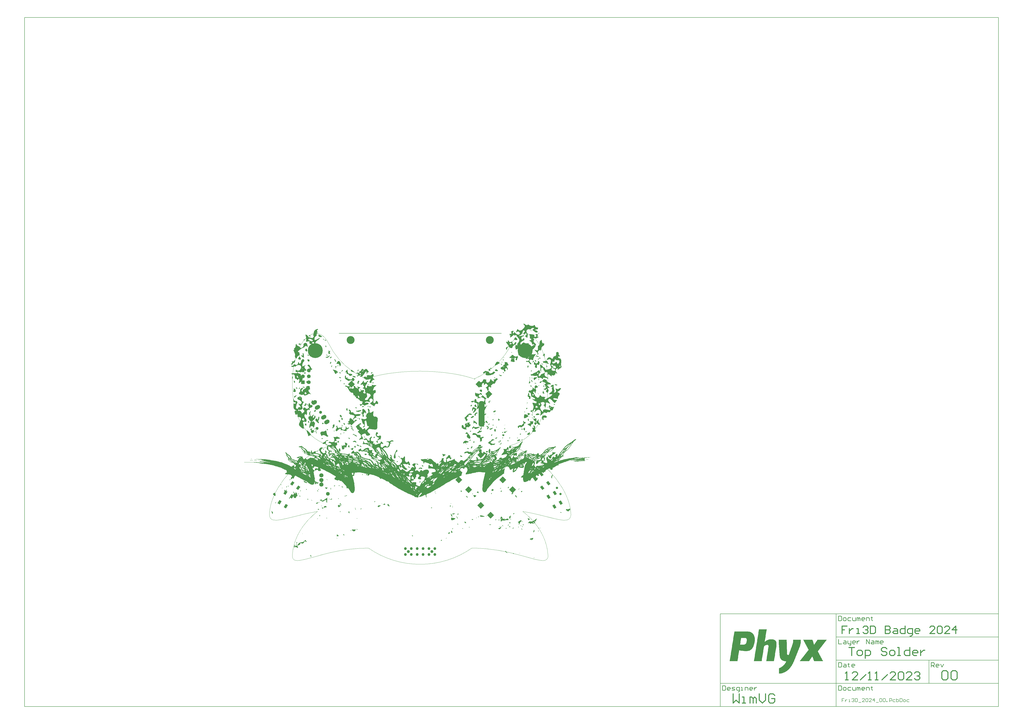
<source format=gts>
G04*
G04 #@! TF.GenerationSoftware,Altium Limited,Altium Designer,23.10.1 (27)*
G04*
G04 Layer_Color=8388736*
%FSLAX25Y25*%
%MOIN*%
G70*
G04*
G04 #@! TF.SameCoordinates,664102A9-8D34-4006-9C4C-70EFF305EB16*
G04*
G04*
G04 #@! TF.FilePolarity,Negative*
G04*
G01*
G75*
%ADD10C,0.00394*%
%ADD11C,0.00591*%
%ADD13C,0.00787*%
%ADD14C,0.01575*%
%ADD15C,0.00984*%
%ADD23P,0.11692X4X180.0*%
G04:AMPARAMS|DCode=24|XSize=62.99mil|YSize=43.31mil|CornerRadius=0mil|HoleSize=0mil|Usage=FLASHONLY|Rotation=59.000|XOffset=0mil|YOffset=0mil|HoleType=Round|Shape=Rectangle|*
%AMROTATEDRECTD24*
4,1,4,0.00234,-0.03815,-0.03478,-0.01585,-0.00234,0.03815,0.03478,0.01585,0.00234,-0.03815,0.0*
%
%ADD24ROTATEDRECTD24*%

G04:AMPARAMS|DCode=25|XSize=62.99mil|YSize=43.31mil|CornerRadius=0mil|HoleSize=0mil|Usage=FLASHONLY|Rotation=54.000|XOffset=0mil|YOffset=0mil|HoleType=Round|Shape=Rectangle|*
%AMROTATEDRECTD25*
4,1,4,-0.00099,-0.03821,-0.03603,-0.01275,0.00099,0.03821,0.03603,0.01275,-0.00099,-0.03821,0.0*
%
%ADD25ROTATEDRECTD25*%

%ADD26R,0.06299X0.04331*%
G04:AMPARAMS|DCode=27|XSize=62.99mil|YSize=43.31mil|CornerRadius=0mil|HoleSize=0mil|Usage=FLASHONLY|Rotation=127.000|XOffset=0mil|YOffset=0mil|HoleType=Round|Shape=Rectangle|*
%AMROTATEDRECTD27*
4,1,4,0.03625,-0.01212,0.00166,-0.03819,-0.03625,0.01212,-0.00166,0.03819,0.03625,-0.01212,0.0*
%
%ADD27ROTATEDRECTD27*%

G04:AMPARAMS|DCode=28|XSize=62.99mil|YSize=43.31mil|CornerRadius=0mil|HoleSize=0mil|Usage=FLASHONLY|Rotation=121.000|XOffset=0mil|YOffset=0mil|HoleType=Round|Shape=Rectangle|*
%AMROTATEDRECTD28*
4,1,4,0.03478,-0.01585,-0.00234,-0.03815,-0.03478,0.01585,0.00234,0.03815,0.03478,-0.01585,0.0*
%
%ADD28ROTATEDRECTD28*%

%ADD29R,0.03543X0.06299*%
%ADD30C,0.00394*%
%ADD31C,0.13386*%
%ADD32C,0.04724*%
%ADD33C,0.05118*%
%ADD34C,0.02953*%
G04:AMPARAMS|DCode=35|XSize=94.49mil|YSize=66.93mil|CornerRadius=0mil|HoleSize=0mil|Usage=FLASHONLY|Rotation=33.000|XOffset=0mil|YOffset=0mil|HoleType=Round|Shape=Round|*
%AMOVALD35*
21,1,0.02756,0.06693,0.00000,0.00000,33.0*
1,1,0.06693,-0.01156,-0.00751*
1,1,0.06693,0.01156,0.00751*
%
%ADD35OVALD35*%

G04:AMPARAMS|DCode=36|XSize=94.49mil|YSize=66.93mil|CornerRadius=0mil|HoleSize=0mil|Usage=FLASHONLY|Rotation=303.000|XOffset=0mil|YOffset=0mil|HoleType=Round|Shape=Round|*
%AMOVALD36*
21,1,0.02756,0.06693,0.00000,0.00000,303.0*
1,1,0.06693,-0.00751,0.01156*
1,1,0.06693,0.00751,-0.01156*
%
%ADD36OVALD36*%

%ADD37C,0.06299*%
%ADD38C,0.07087*%
%ADD39C,0.25197*%
%ADD40O,0.10236X0.43701*%
%ADD41C,0.03937*%
%ADD42R,0.06299X0.06299*%
G36*
X188056Y397350D02*
X188164Y397133D01*
X188923Y396048D01*
X188869Y395994D01*
X187893Y396428D01*
X187296Y396699D01*
X187242Y396753D01*
X187188Y396808D01*
X187784Y397404D01*
X188056Y397350D01*
D02*
G37*
G36*
X189140Y395831D02*
X189086Y395777D01*
X189032Y395831D01*
X189086Y395885D01*
X189140Y395831D01*
D02*
G37*
G36*
X175687Y394855D02*
X175524Y394584D01*
X175362Y394746D01*
Y394855D01*
X175633Y394909D01*
X175687Y394855D01*
D02*
G37*
G36*
X176284Y408579D02*
X177098Y407982D01*
X177152Y407928D01*
X178671Y406843D01*
X178888Y406735D01*
X180298Y406084D01*
X181058Y405867D01*
X181492Y405975D01*
X182143Y406409D01*
X182848Y406680D01*
X183444Y406843D01*
X183879Y406735D01*
X184475Y406572D01*
X185343Y406030D01*
X185886Y405487D01*
X185940Y405324D01*
X186699Y405107D01*
X187567Y404890D01*
X188327Y404782D01*
X189412Y404673D01*
X191365Y404782D01*
X191690Y404890D01*
X192287Y405053D01*
X193317Y405541D01*
X194240Y406138D01*
X194457Y405921D01*
X195758Y403426D01*
X196084Y403100D01*
X196193Y402883D01*
X196464Y402612D01*
X196681Y402503D01*
X197657Y402070D01*
X198525Y401853D01*
X199610Y401744D01*
X200261Y401636D01*
X200315Y401147D01*
X200207Y400822D01*
X200044Y400117D01*
X199827Y399574D01*
X199447Y398977D01*
X198851Y398706D01*
X196681Y398598D01*
X195487Y397947D01*
X194999Y397567D01*
X196138Y397079D01*
X196843Y396808D01*
X197711Y396482D01*
X198254Y396265D01*
X199230Y395614D01*
X199447Y395072D01*
X199339Y393878D01*
X198851Y393390D01*
X198417Y393282D01*
X196789Y393390D01*
X196464Y393499D01*
X195758Y393770D01*
X194891Y394312D01*
X194511Y394584D01*
X192395Y396157D01*
X191744Y396591D01*
X191310Y396808D01*
X191093Y397676D01*
X191202Y398435D01*
X191690Y399032D01*
X192341Y399466D01*
X192938Y399628D01*
X193806Y399845D01*
X193697Y400062D01*
X193100Y400659D01*
X192883Y400768D01*
X191907Y401202D01*
X190497Y401093D01*
X189086Y400334D01*
X188489Y399845D01*
X187296Y398652D01*
X187242Y398381D01*
X187025Y398598D01*
X186320Y398761D01*
X184855Y398923D01*
X183336Y398815D01*
X182793Y398598D01*
X181600Y397947D01*
X181003Y397350D01*
X180895Y397133D01*
X180569Y396374D01*
X180461Y395289D01*
X180569Y394963D01*
X180678Y394312D01*
X181329Y393119D01*
X181871Y392359D01*
X181980Y392142D01*
X182522Y390949D01*
X182631Y390190D01*
X182522Y387369D01*
X182414Y387043D01*
X182251Y385904D01*
X182034Y384602D01*
X181926Y384168D01*
X181709Y384277D01*
X181492Y384494D01*
X181275Y384602D01*
X179919Y385633D01*
X179539Y385904D01*
X179213Y386229D01*
X178996Y386338D01*
X178725Y386718D01*
X178400Y387477D01*
X178833Y388237D01*
X179213Y388616D01*
X179430Y388725D01*
X179647Y388942D01*
X179864Y389050D01*
X180461Y389647D01*
X180569Y390081D01*
X180678Y390841D01*
X180569Y391708D01*
X180190Y392197D01*
X179430Y392305D01*
X178562Y392088D01*
X178020Y391763D01*
X177749Y391057D01*
X177586Y390244D01*
X177315Y389864D01*
X176609Y389810D01*
X175850Y390352D01*
X175687Y390515D01*
X175579Y391274D01*
X175742Y391980D01*
X176067Y392848D01*
X176718Y393933D01*
X177152Y394584D01*
X177423Y394963D01*
X177640Y395180D01*
X177749Y395397D01*
X177966Y395614D01*
X177803Y395777D01*
X176826Y396319D01*
X175633Y397079D01*
X175199Y397296D01*
X174819Y396374D01*
X174385Y395289D01*
X173463Y392739D01*
X173246Y392197D01*
X172758Y391166D01*
X171999Y390190D01*
X171619Y389810D01*
X171402Y389701D01*
X171185Y389484D01*
X169557Y388725D01*
X168581Y388291D01*
X168364Y388182D01*
X167876Y387911D01*
X167984Y387694D01*
X168581Y387423D01*
X169340Y387315D01*
X171131Y387586D01*
X173300Y388128D01*
X174385Y388345D01*
X175742Y388508D01*
X176447Y388128D01*
X176555Y387694D01*
X176447Y387477D01*
X176175Y387206D01*
X175470Y386935D01*
X175036Y386826D01*
X174114Y386555D01*
X173572Y386338D01*
X172866Y386067D01*
X172704Y385904D01*
X172487Y385796D01*
X172215Y385633D01*
X172107Y385416D01*
X171782Y384656D01*
X171890Y383137D01*
X171999Y382812D01*
X172432Y382052D01*
X172704Y381781D01*
X173246Y381564D01*
X173897Y381673D01*
X174819Y382378D01*
X174928Y382595D01*
X175579Y384005D01*
X175362Y384222D01*
X175470Y384439D01*
X175524Y384494D01*
X175959Y383843D01*
X176447Y383029D01*
X176772Y382270D01*
X176989Y381402D01*
X176826Y380805D01*
X176447Y380208D01*
X176067Y379937D01*
X174006Y378852D01*
X173029Y378309D01*
X172270Y377767D01*
X172053Y377659D01*
X171836Y377442D01*
X171619Y377333D01*
X171185Y376899D01*
X170968Y376791D01*
X170696Y376519D01*
X170588Y376302D01*
X170371Y376085D01*
X170154Y375326D01*
X170263Y374024D01*
X170480Y373482D01*
X170588Y373048D01*
X170968Y372668D01*
X171185Y372559D01*
X172541Y371203D01*
X172432Y370769D01*
X172378Y368871D01*
X171293Y368762D01*
X170859Y368871D01*
X170154Y369576D01*
X170046Y369793D01*
X169883Y369955D01*
X165760Y365833D01*
X165543Y365724D01*
X165218Y365399D01*
X165001Y365290D01*
X164024Y364856D01*
X163265Y364748D01*
X162288Y364856D01*
X162017Y365128D01*
X161909Y365562D01*
X162017Y367840D01*
X161746Y368111D01*
X161312Y368220D01*
X160607Y368491D01*
X160390Y368708D01*
X160444Y368871D01*
X160986Y369088D01*
X161583Y369576D01*
X161800Y369793D01*
X162017Y370661D01*
X161909Y371746D01*
X161800Y372180D01*
X161692Y372939D01*
X161583Y373156D01*
X161529Y373210D01*
X161095Y372776D01*
X160878Y372668D01*
X160227Y372234D01*
X160010Y372125D01*
X159142Y371583D01*
X158925Y371474D01*
X157949Y370715D01*
X157352Y370118D01*
X157026Y369359D01*
X156809Y368599D01*
X156538Y367894D01*
X156267Y367514D01*
X156104Y367352D01*
X155562Y367135D01*
X155128Y367026D01*
X154368Y366918D01*
X153555Y367080D01*
X152687Y367623D01*
X152524Y367786D01*
X152307Y367894D01*
X151656Y368545D01*
X151439Y368654D01*
X151222Y368871D01*
X150462Y369088D01*
X149649Y368925D01*
X149052Y368545D01*
X148455Y367948D01*
X148347Y367731D01*
X147913Y366755D01*
X147696Y366213D01*
X147533Y365507D01*
X147316Y364205D01*
X147208Y363880D01*
X146991Y364097D01*
X146774Y364205D01*
X146285Y364694D01*
X146177Y364911D01*
X145852Y365670D01*
X145743Y366104D01*
X145689Y366701D01*
X145797Y367243D01*
X146014Y367786D01*
X146177Y367948D01*
X146285Y368165D01*
X146448Y368328D01*
X146665Y368437D01*
X147642Y368871D01*
X149866Y369359D01*
X150083Y369467D01*
X150191Y370227D01*
X150083Y370986D01*
X149649Y371746D01*
X148618Y373102D01*
X148347Y373482D01*
X148130Y373698D01*
X148021Y373916D01*
X147587Y374349D01*
X147479Y374567D01*
X147262Y374783D01*
X147153Y375001D01*
X146611Y375760D01*
X146285Y376519D01*
X146069Y377387D01*
X146123Y377659D01*
X146882Y377767D01*
X147208Y377659D01*
X147804Y377496D01*
X147967Y377333D01*
X148184Y377225D01*
X148618Y376791D01*
X148781Y377279D01*
X148889Y377713D01*
X148998Y379123D01*
X149106Y379883D01*
X149161Y380696D01*
X149757Y380100D01*
X149866Y379883D01*
X150083Y379666D01*
X150191Y379449D01*
X151222Y378093D01*
X152090Y377225D01*
X152307Y377116D01*
X152849Y376899D01*
X153826Y377442D01*
X155128Y378093D01*
X156104Y377333D01*
X156592Y376845D01*
X156484Y376085D01*
X156755Y375380D01*
X157026Y375001D01*
X157786Y374024D01*
X158328Y373482D01*
X158437Y373265D01*
X158925Y372776D01*
X159467Y373970D01*
X159956Y374783D01*
X160064Y375001D01*
X161095Y376357D01*
X161529Y376791D01*
X161746Y376899D01*
X162288Y377116D01*
X162831Y377008D01*
X163102Y376736D01*
X163319Y376194D01*
X163210Y375434D01*
X162668Y374675D01*
X162343Y374349D01*
X162234Y374132D01*
X161800Y373698D01*
X161583Y373265D01*
X161963Y373102D01*
X162397Y372668D01*
X162614Y372559D01*
X163373Y372017D01*
X164892Y371257D01*
X164946Y371312D01*
X164838Y371637D01*
X164946Y374024D01*
X165489Y375001D01*
X165706Y375218D01*
X165814Y375434D01*
X166574Y376194D01*
X166682Y376411D01*
X167008Y376736D01*
X167116Y376953D01*
X167333Y377170D01*
X168201Y379015D01*
X168310Y379449D01*
X168418Y380208D01*
X168310Y381293D01*
X168201Y381619D01*
X167333Y383246D01*
X167116Y383463D01*
X167008Y383680D01*
X166791Y383897D01*
X166682Y384114D01*
X166357Y384439D01*
X166248Y384656D01*
X165814Y385090D01*
X165706Y385307D01*
X165163Y385850D01*
X165055Y386067D01*
X164621Y386501D01*
X164512Y386718D01*
X164187Y387043D01*
X164078Y387260D01*
X163536Y388020D01*
X162885Y389213D01*
X162722Y389267D01*
X161529Y388616D01*
X160552Y388182D01*
X160118Y388291D01*
X159413Y388996D01*
X159305Y389213D01*
X158491Y390027D01*
X158274Y389918D01*
X158111Y389756D01*
X158382Y389484D01*
X158599Y389376D01*
X158871Y389105D01*
X158708Y388942D01*
X158491Y388833D01*
X158274Y388616D01*
X158057Y388508D01*
X157732Y388182D01*
X157515Y388074D01*
X157298Y387857D01*
X157081Y387748D01*
X154802Y386121D01*
X154585Y386013D01*
X153229Y384982D01*
X152795Y384765D01*
X152904Y387369D01*
X153555Y388671D01*
X152144Y388779D01*
X151927Y388996D01*
X152036Y390515D01*
X152253Y391166D01*
X152307Y391220D01*
X152849Y391003D01*
X153609Y390895D01*
X154585Y391003D01*
X154694Y391437D01*
X155182Y392251D01*
X155290Y392685D01*
X154965Y393227D01*
X153772Y394963D01*
X154260Y395126D01*
X155128Y395234D01*
X155887Y395669D01*
X156104Y395885D01*
X156321Y395994D01*
X156864Y396211D01*
X158599Y396102D01*
X159413Y395831D01*
X158979Y395723D01*
X158328Y395180D01*
X158111Y394963D01*
X157786Y394204D01*
X157569Y393336D01*
X157677Y391925D01*
X157840Y391763D01*
X158382Y392088D01*
X158871Y392576D01*
X158979Y392793D01*
X159196Y393010D01*
X159901Y394367D01*
X160118Y394258D01*
X160390Y393987D01*
X160498Y393770D01*
X162071Y392197D01*
X162288Y392088D01*
X162722Y391654D01*
X162939Y391546D01*
X163265Y391220D01*
X163482Y391112D01*
X164567Y390352D01*
X165543Y389918D01*
X166303Y389701D01*
X167713Y389810D01*
X168472Y390352D01*
X168744Y390623D01*
X169069Y391383D01*
X169123Y392088D01*
X169015Y392956D01*
X168689Y393824D01*
X168527Y393987D01*
X168418Y394204D01*
X167822Y394800D01*
X167062Y395126D01*
X165435Y395018D01*
X164675Y394584D01*
X163699Y393824D01*
X163265Y393390D01*
X163102Y393444D01*
X162994Y394204D01*
X163156Y395018D01*
X163590Y396102D01*
X164675Y397947D01*
X165435Y399140D01*
X165652Y399466D01*
X166031Y399086D01*
X166140Y398869D01*
X166357Y398652D01*
X166465Y398435D01*
X167171Y397730D01*
X167387Y397621D01*
X167604Y397404D01*
X167822Y397296D01*
X168798Y396862D01*
X169232Y396753D01*
X170968Y396862D01*
X172595Y397730D01*
X172812Y397947D01*
X173029Y398055D01*
X173463Y398489D01*
X173680Y398598D01*
X174277Y399195D01*
X174385Y399412D01*
X176555Y401581D01*
X176664Y401798D01*
X177098Y402232D01*
X177206Y402449D01*
X177640Y403426D01*
X177749Y404185D01*
X177640Y404945D01*
X177152Y405541D01*
X175796Y406897D01*
X175579Y407440D01*
X175687Y408308D01*
X175904Y408525D01*
X175959Y408688D01*
X176284Y408579D01*
D02*
G37*
G36*
X-197204Y390949D02*
X-197367Y390895D01*
X-197422Y390949D01*
X-197259Y391003D01*
X-197204Y390949D01*
D02*
G37*
G36*
X201834Y392902D02*
X201943Y392468D01*
X201726Y391925D01*
X201617Y391708D01*
X201075Y390949D01*
X200966Y390732D01*
X200803Y390569D01*
X200749Y391383D01*
X200966Y392034D01*
Y392142D01*
X201509Y393119D01*
X201563Y393173D01*
X201834Y392902D01*
D02*
G37*
G36*
X-187386Y388399D02*
X-187277D01*
X-186409Y387857D01*
X-186193Y387748D01*
X-185596Y387260D01*
X-185867Y386989D01*
X-186409Y386772D01*
X-187494Y386880D01*
X-188254Y387423D01*
X-188471Y387531D01*
X-189285Y388128D01*
X-188688Y388399D01*
X-187928Y388508D01*
X-187386Y388399D01*
D02*
G37*
G36*
X197983Y390569D02*
X199013Y390406D01*
X200315Y390081D01*
X199122Y387586D01*
X199013Y387152D01*
X199122Y386501D01*
X199285Y386338D01*
X200044Y386121D01*
X201183Y385958D01*
X201075Y385741D01*
X200695Y385470D01*
X200261Y385036D01*
X200044Y384928D01*
X199827Y384711D01*
X199610Y384602D01*
X198959Y384168D01*
X198200Y383843D01*
X197657Y383626D01*
X196952Y383463D01*
X195487Y383300D01*
X194891Y383788D01*
X194402Y384385D01*
X193751Y384277D01*
X192558Y383734D01*
X192178Y383680D01*
X192287Y383246D01*
X192938Y382595D01*
X193046Y382378D01*
X193263Y382161D01*
X193480Y381619D01*
X193589Y381076D01*
X192721Y379232D01*
X192612Y378798D01*
X192721Y377930D01*
X193426Y376899D01*
X193589Y376736D01*
X193697Y376519D01*
X196193Y374024D01*
X196301Y373807D01*
X196518Y373590D01*
X196735Y373048D01*
X196843Y372614D01*
X196735Y371854D01*
X196247Y371257D01*
X195867Y370878D01*
X195758Y370444D01*
X195487Y369739D01*
X194836Y368654D01*
X194565Y368274D01*
X193806Y367297D01*
X193317Y366701D01*
X192829Y366213D01*
X192721Y365996D01*
X191798Y365073D01*
X191581Y364965D01*
X190171Y363554D01*
X189954Y363446D01*
X189520Y363012D01*
X189303Y362903D01*
X188869Y362470D01*
X188652Y362361D01*
X188435Y362144D01*
X188218Y362035D01*
X188001Y361819D01*
X187784Y361710D01*
X187567Y361493D01*
X187350Y361385D01*
X186699Y360951D01*
X186645Y363066D01*
X186753Y363392D01*
X186862Y364151D01*
X186970Y364585D01*
X187405Y366104D01*
X187676Y366809D01*
X188001Y367677D01*
X188544Y368871D01*
X188978Y369521D01*
X189195Y369739D01*
X189412Y369847D01*
X190063Y370281D01*
X192341Y371474D01*
X192938Y371963D01*
X193155Y372180D01*
X193372Y372831D01*
X193263Y373156D01*
X192938Y373698D01*
X192341Y373753D01*
X190930Y372776D01*
X190497Y372885D01*
X190117Y373590D01*
X189900Y374349D01*
X189683Y375218D01*
X189195Y376574D01*
X188923Y376953D01*
X188001Y377875D01*
X187784Y377984D01*
X186591Y378744D01*
X186374Y378852D01*
X185343Y379557D01*
X185180Y379720D01*
X185018Y379774D01*
X185072Y379937D01*
X186699Y380045D01*
X187025Y380154D01*
X187730Y380425D01*
X188327Y380805D01*
X188489Y380968D01*
X188706Y381727D01*
X188598Y382378D01*
X188218Y382758D01*
X187459Y383083D01*
X186753Y383354D01*
X186591Y383517D01*
X186428Y383572D01*
X186211Y384114D01*
X186103Y385090D01*
X186211Y385416D01*
X186374Y386338D01*
X186428Y387694D01*
X185669Y389105D01*
X185452Y389322D01*
X185343Y389539D01*
X185018Y389864D01*
X185126Y390081D01*
X185831Y390352D01*
X186265Y390461D01*
X187025Y390569D01*
X189086Y390461D01*
X189412Y390352D01*
X190334Y390190D01*
X191419Y389973D01*
X191853Y389864D01*
X192938Y389647D01*
X194348Y389430D01*
X194023Y388345D01*
X193914Y387586D01*
X194077Y386772D01*
X194402Y386229D01*
X194945Y386013D01*
X195813Y386121D01*
X196789Y386664D01*
X196952Y386826D01*
X197006Y386880D01*
X197277Y387152D01*
X197386Y387586D01*
X197223Y388291D01*
X197060Y388454D01*
X196626Y389213D01*
X196138Y389810D01*
X195650Y390515D01*
X196193Y390623D01*
X197657Y390678D01*
X197983Y390569D01*
D02*
G37*
G36*
X-171980Y390027D02*
X-170786Y389376D01*
X-168833Y388291D01*
X-167477Y387369D01*
X-167098Y386989D01*
X-166881Y386880D01*
X-166609Y386609D01*
X-166718Y386392D01*
X-167206Y385904D01*
X-167369Y385850D01*
X-167423Y385796D01*
X-167749Y385687D01*
X-170244Y385796D01*
X-170569Y385904D01*
X-171112Y386121D01*
X-171654Y386446D01*
X-172034Y386718D01*
X-172143Y386935D01*
X-172360Y387152D01*
X-172576Y387911D01*
X-172468Y389647D01*
X-172197Y390135D01*
X-171980Y390027D01*
D02*
G37*
G36*
X-173336Y399086D02*
X-173444Y398652D01*
X-173933Y398055D01*
X-174258Y397730D01*
X-174475Y397621D01*
X-174963Y397350D01*
X-175180Y396591D01*
X-175072Y395506D01*
X-174855Y395289D01*
X-174746Y395072D01*
X-174312Y394638D01*
X-174204Y394421D01*
X-173987Y393878D01*
X-174312Y393336D01*
X-174801Y393173D01*
X-175723Y393010D01*
X-176374Y392793D01*
X-176103Y392522D01*
X-175343Y392197D01*
X-174095Y392251D01*
X-174204Y392034D01*
X-174692Y391546D01*
X-174909Y391437D01*
X-175452Y390895D01*
X-175669Y390786D01*
X-175940Y390515D01*
X-176048Y390190D01*
X-175831Y389647D01*
X-175723Y389213D01*
X-175831Y388562D01*
X-176048Y388345D01*
X-176157Y388128D01*
X-176862Y387423D01*
X-177079Y387315D01*
X-177513Y386880D01*
X-177730Y386772D01*
X-178435Y386067D01*
X-178978Y384873D01*
X-179195Y384114D01*
X-179520Y382812D01*
X-179412Y381185D01*
X-179032Y380696D01*
X-178272Y380588D01*
X-177459Y380751D01*
X-176591Y381076D01*
X-176048Y381293D01*
X-173065Y382866D01*
X-170135Y384277D01*
X-169973Y384222D01*
X-170081Y384005D01*
X-170298Y383788D01*
X-170407Y383572D01*
X-171275Y382703D01*
X-171383Y382487D01*
X-172197Y381673D01*
X-172414Y381564D01*
X-172848Y381130D01*
X-173065Y381022D01*
X-173282Y380805D01*
X-173499Y380696D01*
X-173716Y380479D01*
X-173933Y380371D01*
X-175289Y379340D01*
X-175669Y379069D01*
X-176591Y378147D01*
X-176699Y377930D01*
X-177242Y377170D01*
X-177350Y376953D01*
X-177893Y376194D01*
X-178435Y375001D01*
X-178544Y374567D01*
X-178327Y374349D01*
X-178218Y374132D01*
X-178055Y373970D01*
X-177839Y374078D01*
X-177621Y374295D01*
X-177188Y374404D01*
X-176753Y374295D01*
X-176537Y374078D01*
X-175126Y373427D01*
X-174150Y372993D01*
X-173390Y372559D01*
X-172793Y372071D01*
X-172576Y371854D01*
X-172468Y371637D01*
X-172251Y371095D01*
X-172360Y370010D01*
X-172739Y369955D01*
X-173716Y370715D01*
X-173933Y370932D01*
X-174150Y371041D01*
X-174692Y371583D01*
X-174746Y371529D01*
X-174529Y371312D01*
X-174095Y370335D01*
X-173879Y369576D01*
X-173770Y369250D01*
X-173228Y368708D01*
X-173499Y368654D01*
X-175126Y369413D01*
X-176103Y369847D01*
X-176645Y370064D01*
X-177404Y370281D01*
X-178164Y370390D01*
X-179140Y370281D01*
X-180117Y369739D01*
X-180280Y369576D01*
X-180334Y369521D01*
X-180551Y369413D01*
X-180985Y368979D01*
X-181148Y369576D01*
X-181365Y370444D01*
X-181636Y371149D01*
X-182287Y372234D01*
X-182612Y372559D01*
X-182829Y372668D01*
X-183155Y372993D01*
X-183914Y373319D01*
X-185216Y373536D01*
X-186464Y373807D01*
X-187006Y374024D01*
X-187277Y374295D01*
X-187440Y374349D01*
X-187549Y374567D01*
X-187766Y374783D01*
X-187874Y375001D01*
X-188200Y375760D01*
X-188091Y377170D01*
X-187983Y377496D01*
X-187874Y377930D01*
X-187983Y378472D01*
X-189230Y378526D01*
X-189556Y378418D01*
X-190478Y378255D01*
X-192105Y377930D01*
X-192539Y377821D01*
X-193624Y377604D01*
X-194004Y377550D01*
X-194058Y377821D01*
X-193841Y378364D01*
X-193624Y379666D01*
X-193516Y380100D01*
X-193624Y384114D01*
X-193733Y384439D01*
X-193895Y385470D01*
X-194330Y387640D01*
X-194546Y388508D01*
X-194655Y389050D01*
X-194763Y389484D01*
X-194818Y389756D01*
X-194221Y389810D01*
X-193895Y389701D01*
X-192865Y389322D01*
X-191780Y388671D01*
X-191020Y387911D01*
X-190912Y387694D01*
X-190695Y387477D01*
X-188742Y383680D01*
X-188905Y384711D01*
X-189013Y385362D01*
X-189067Y385416D01*
X-188796Y385470D01*
X-188254Y385253D01*
X-186518Y384711D01*
X-185758Y384494D01*
X-185325Y384385D01*
X-184619Y384222D01*
X-184077Y384114D01*
X-183426Y384005D01*
X-182558Y383897D01*
X-182395Y384494D01*
X-182124Y384873D01*
X-180713Y386284D01*
X-180605Y386718D01*
X-180713Y387369D01*
X-181365Y388020D01*
X-181473Y388454D01*
X-181365Y389756D01*
X-181256Y390081D01*
X-180822Y392468D01*
X-180713Y392902D01*
X-180334Y394584D01*
X-180225Y395018D01*
X-179954Y395614D01*
X-179412Y396591D01*
X-179195Y396808D01*
X-179086Y397025D01*
X-178381Y397730D01*
X-178164Y397838D01*
X-175886Y398923D01*
X-175343Y399140D01*
X-174746Y399303D01*
X-173716Y399357D01*
X-173336Y399086D01*
D02*
G37*
G36*
X-164114Y382595D02*
X-164060Y382541D01*
X-163789Y382270D01*
X-163897Y381402D01*
X-164060Y381239D01*
X-164385Y381347D01*
X-164765Y381727D01*
X-164874Y382161D01*
X-164494Y382866D01*
X-164114Y382595D01*
D02*
G37*
G36*
X162505Y384928D02*
X163265Y384385D01*
X164078Y383572D01*
X164187Y383354D01*
X164729Y382595D01*
X165055Y381836D01*
X164946Y380859D01*
X164458Y380588D01*
X163699Y380479D01*
X162397Y380588D01*
X162071Y380696D01*
X161366Y380859D01*
X160932Y380968D01*
X159847Y381293D01*
X159467Y380588D01*
X159250Y380696D01*
X159088Y380859D01*
X159196Y381076D01*
X159739Y381402D01*
X159847Y382595D01*
X159956Y382921D01*
Y383029D01*
X160010Y383083D01*
X160227Y383626D01*
X160769Y384494D01*
X161095Y384819D01*
X161637Y385036D01*
X162505Y384928D01*
D02*
G37*
G36*
X-196391Y381673D02*
X-196120Y381402D01*
X-196011Y381185D01*
X-195686Y380859D01*
X-195794Y380534D01*
X-195957Y380371D01*
X-196716Y380154D01*
X-197096Y380100D01*
X-197530Y380208D01*
X-198181Y380642D01*
X-198290Y380751D01*
X-197910Y381130D01*
X-197693Y381239D01*
X-197476Y381456D01*
X-197367D01*
X-197150Y381673D01*
X-196716Y381781D01*
X-196391Y381673D01*
D02*
G37*
G36*
X-160914Y381022D02*
X-160046Y380479D01*
X-159340Y380100D01*
X-159449Y379883D01*
X-159612Y379720D01*
X-160154Y379503D01*
X-160914Y379611D01*
X-161781Y380154D01*
X-161998Y380262D01*
X-162053Y380317D01*
X-162107Y380371D01*
X-162487Y380534D01*
X-162378Y380751D01*
X-162215Y380913D01*
X-161998Y381022D01*
X-161673Y381130D01*
X-160914Y381022D01*
D02*
G37*
G36*
X161366Y379774D02*
X161420Y379720D01*
X161475Y379449D01*
X161203Y379395D01*
X161149Y379666D01*
X161312Y379828D01*
X161366Y379774D01*
D02*
G37*
G36*
X160118Y379720D02*
X160281Y379557D01*
X160010Y379395D01*
X159847Y379557D01*
Y379774D01*
X159901Y379828D01*
X160118Y379720D01*
D02*
G37*
G36*
X183553Y375055D02*
X184421Y374946D01*
X184963Y374729D01*
X185180Y374621D01*
X185235Y374567D01*
X184312Y374295D01*
X183553Y374078D01*
X183499Y374024D01*
X183065Y373916D01*
X181709Y373861D01*
X180949Y374295D01*
X180678Y374567D01*
X181383Y374838D01*
X182088Y375001D01*
X183228Y375163D01*
X183553Y375055D01*
D02*
G37*
G36*
X176392Y376465D02*
X176609Y376248D01*
X176826Y376140D01*
X177803Y375380D01*
X175742Y374404D01*
X174331Y373970D01*
X173789Y373861D01*
X173680D01*
X172432Y374024D01*
X172324Y374241D01*
X172921Y374838D01*
X173138Y374946D01*
X173463Y375272D01*
X173680Y375380D01*
X174548Y375923D01*
X175959Y376574D01*
X176392Y376465D01*
D02*
G37*
G36*
X-204962Y374512D02*
X-203660Y374187D01*
X-202955Y374024D01*
X-202521Y373916D01*
X-202412Y373698D01*
X-202955Y372939D01*
X-203117Y372776D01*
X-203497Y372614D01*
X-203551Y372559D01*
X-204962Y372668D01*
X-206155Y373319D01*
X-206860Y373807D01*
X-206806Y373970D01*
X-206101Y374241D01*
X-205287Y374621D01*
X-204962Y374512D01*
D02*
G37*
G36*
X-160317Y371854D02*
X-160263Y371800D01*
X-160100Y371637D01*
X-159991Y371420D01*
X-159340Y370010D01*
X-159503Y369196D01*
X-159720Y368654D01*
X-159937Y368328D01*
X-160100Y368491D01*
X-160208Y368708D01*
X-160642Y369359D01*
X-160534Y372180D01*
X-160479Y372234D01*
X-160317Y371854D01*
D02*
G37*
G36*
X-193570Y375706D02*
X-193353Y375489D01*
X-193136Y375380D01*
X-192756Y375001D01*
X-192648Y374783D01*
X-192431Y374567D01*
X-191888Y373373D01*
X-191671Y372831D01*
X-191346Y371746D01*
X-191020Y370444D01*
X-190858Y369413D01*
X-190803Y369142D01*
X-190966Y369088D01*
X-193895Y370498D01*
X-194872Y370390D01*
X-195631Y370064D01*
X-196174Y369739D01*
X-196445Y369033D01*
X-196554Y368491D01*
Y368382D01*
X-196933Y368003D01*
X-197638Y367840D01*
X-198181Y367731D01*
X-199049Y367514D01*
X-199863Y367026D01*
X-200080Y366918D01*
X-201273Y366158D01*
X-201490Y366050D01*
X-202250Y365507D01*
X-202467Y365399D01*
X-204582Y363826D01*
X-204962Y363554D01*
X-205287Y363229D01*
X-205504Y363120D01*
X-205938Y362686D01*
X-206155Y362578D01*
X-206915Y361819D01*
X-207132Y361710D01*
X-207837Y361005D01*
X-207783Y360842D01*
X-207566Y360734D01*
X-207349Y360517D01*
X-205504Y359540D01*
X-204908Y359052D01*
X-204691Y358509D01*
X-204799Y357533D01*
X-204908Y357207D01*
X-204799Y355906D01*
X-204582Y355689D01*
X-204474Y355472D01*
X-204148Y355146D01*
X-204202Y354983D01*
X-204636Y354875D01*
X-205179Y354658D01*
X-205938Y354332D01*
X-207566Y353465D01*
X-208162Y352976D01*
X-208705Y352434D01*
X-208813Y352217D01*
X-209139Y351457D01*
X-209356Y350589D01*
X-209410Y349233D01*
X-210061Y349342D01*
X-211037Y349884D01*
X-211634Y350373D01*
X-212068Y350806D01*
X-212177Y351023D01*
X-212502Y351783D01*
X-212611Y352868D01*
X-212502Y354604D01*
X-212394Y356014D01*
X-212502Y356774D01*
X-213099Y358455D01*
X-214563Y361547D01*
X-214889Y362632D01*
X-214997Y363066D01*
X-214943Y363663D01*
X-213858Y363988D01*
X-213478Y364151D01*
X-213696Y364368D01*
X-213804Y364585D01*
X-214129Y365128D01*
X-214238Y365562D01*
X-214129Y365996D01*
X-213641Y366592D01*
X-212177Y368057D01*
X-211743Y369033D01*
X-211634Y369793D01*
X-211526Y370227D01*
X-211417Y371963D01*
X-211309Y372288D01*
X-211037Y372993D01*
X-210603Y373644D01*
X-210061Y373970D01*
X-209735Y374078D01*
X-209627Y372559D01*
X-209410Y372017D01*
X-208868Y371474D01*
X-208651Y371366D01*
X-206806Y370390D01*
X-206047Y369955D01*
X-205396Y369521D01*
X-205179Y369413D01*
X-204962Y369196D01*
X-204745Y369088D01*
X-204528Y368871D01*
X-204311Y368762D01*
X-203877Y368328D01*
X-203660Y368220D01*
X-202141Y366701D01*
X-201924Y366918D01*
X-201707Y367026D01*
X-201381Y367352D01*
X-201165Y367460D01*
X-200948Y367677D01*
X-200731Y367786D01*
X-200514Y368003D01*
X-200297Y368111D01*
X-200080Y368328D01*
X-199863Y368437D01*
X-199429Y368871D01*
X-199212Y368979D01*
X-198723Y369467D01*
X-198615Y369684D01*
X-198181Y370661D01*
X-198073Y371095D01*
X-198181Y373373D01*
X-197638Y374349D01*
X-197259Y374729D01*
X-197042Y374838D01*
X-196391Y375272D01*
X-195848Y375489D01*
X-195089Y375706D01*
X-194655Y375814D01*
X-193570Y375706D01*
D02*
G37*
G36*
X177911Y368437D02*
X178128Y368328D01*
X179647Y367243D01*
X179864Y367135D01*
X180081Y366918D01*
X180298Y366809D01*
X181654Y365778D01*
X181600Y364639D01*
X180841Y364205D01*
X179973Y363663D01*
X179159Y363283D01*
X179105Y363229D01*
X178562Y363012D01*
X177694Y362795D01*
X176609Y362903D01*
X175850Y363446D01*
X175253Y364043D01*
X175145Y364260D01*
X174711Y364911D01*
X173626Y367189D01*
X173897Y367243D01*
X174873Y366809D01*
X175633Y366484D01*
X176609Y366050D01*
X177152Y365833D01*
X177857Y365562D01*
X178725Y365345D01*
X179864Y365290D01*
X180407Y365616D01*
X179647Y366158D01*
X179105Y366375D01*
X178400Y366647D01*
X177857Y366863D01*
X177423Y367297D01*
X177369Y367894D01*
X177477Y368545D01*
X177694Y368654D01*
X177911Y368437D01*
D02*
G37*
G36*
X205848Y380968D02*
X205957Y380751D01*
X206499Y379557D01*
X206716Y378689D01*
X206933Y377387D01*
X207042Y376953D01*
X207530Y375597D01*
X207801Y375218D01*
X208072Y374946D01*
X210242Y374838D01*
X210622Y374458D01*
X210731Y374024D01*
X210568Y372993D01*
X210459Y372559D01*
X210134Y371691D01*
X209971Y371529D01*
X209863Y371312D01*
X209700Y371149D01*
X209483Y371041D01*
X209266Y370824D01*
X209049Y370715D01*
X208181Y370173D01*
X207964Y370064D01*
X207367Y369576D01*
X206933Y369142D01*
X206825Y368925D01*
X206065Y367297D01*
X205848Y366538D01*
X205523Y365236D01*
X205306Y364477D01*
X204926Y363446D01*
X204709Y362903D01*
X204384Y362361D01*
X204221Y362524D01*
X204113Y362741D01*
X203624Y363229D01*
X203190Y363337D01*
X202322Y363229D01*
X201346Y362470D01*
X200912Y361819D01*
X200749Y361656D01*
X200315Y360679D01*
X200098Y359811D01*
X200207Y358727D01*
X200532Y357967D01*
X200749Y357207D01*
X200858Y356774D01*
X200370Y356177D01*
X199285Y356068D01*
X198525Y356177D01*
X198471Y356231D01*
X199122Y356882D01*
X199339Y357642D01*
X199176Y358238D01*
X199013Y358618D01*
X198254Y359594D01*
X196898Y360951D01*
X196681Y361059D01*
X195107Y362632D01*
X194999Y362849D01*
X194782Y363066D01*
X194348Y364043D01*
X194402Y364205D01*
X195270Y364097D01*
X196898Y363446D01*
X197657Y363229D01*
X198091Y363120D01*
X199285Y363229D01*
X199502Y363446D01*
X199556Y363500D01*
X199773Y364368D01*
X199881Y366755D01*
X199990Y369901D01*
X200424Y370661D01*
X200586Y370824D01*
X200803Y370932D01*
X201020Y371149D01*
X201237Y371257D01*
X201454Y371474D01*
X201671Y371583D01*
X202268Y372180D01*
X202377Y372397D01*
X202594Y372939D01*
X202702Y373373D01*
X202811Y374132D01*
X202702Y374892D01*
X202811Y376736D01*
X202919Y377062D01*
X203028Y377713D01*
X203678Y378906D01*
X204167Y379503D01*
X204329Y379666D01*
X204438Y379883D01*
X205197Y380642D01*
X205306Y380859D01*
X205523Y381076D01*
X205577Y381239D01*
X205848Y380968D01*
D02*
G37*
G36*
X-153048Y363066D02*
X-152994Y363012D01*
X-152831Y362958D01*
X-152939Y362741D01*
X-153102Y362686D01*
X-153265Y362849D01*
X-153156Y363066D01*
X-153102Y363120D01*
X-153048Y363066D01*
D02*
G37*
G36*
X-180985Y366701D02*
X-180930Y366647D01*
X-181256Y366321D01*
X-181365Y366104D01*
X-181799Y365453D01*
X-182016Y364911D01*
X-181853Y364748D01*
X-181256Y364585D01*
X-180659Y364205D01*
X-180388Y363934D01*
X-180280Y363500D01*
X-180388Y362307D01*
X-180551Y361927D01*
X-180768Y362035D01*
X-181527Y362795D01*
X-181744Y362903D01*
X-182612Y363771D01*
X-182666Y363717D01*
X-182721Y363663D01*
X-183046Y363337D01*
X-183263Y363229D01*
X-183589Y362903D01*
X-183806Y362795D01*
X-184457Y362361D01*
X-184890Y362252D01*
X-185325Y362361D01*
X-185379Y362958D01*
X-184402Y364802D01*
X-184185Y365019D01*
X-184077Y365236D01*
X-183046Y366267D01*
X-182829Y366375D01*
X-181853Y366809D01*
X-180985Y366701D01*
D02*
G37*
G36*
X-192702Y365724D02*
X-192431Y365453D01*
X-192214Y364911D01*
X-191997Y364151D01*
X-191888Y363392D01*
X-191780Y362958D01*
X-191671Y361981D01*
X-192160Y361385D01*
X-192594Y361276D01*
X-193462Y361385D01*
X-194438Y362144D01*
X-194818Y362524D01*
X-195035Y363066D01*
X-195143Y363500D01*
X-195035Y364477D01*
X-194980Y364531D01*
X-194438Y365399D01*
X-194004Y365833D01*
X-193570Y365941D01*
X-193245Y366050D01*
X-192702Y365724D01*
D02*
G37*
G36*
X186537Y360896D02*
X186482Y360842D01*
X186428Y360896D01*
X186482Y360951D01*
X186537Y360896D01*
D02*
G37*
G36*
X183661Y361927D02*
X184096Y361493D01*
X185072Y361059D01*
X185506Y360951D01*
X186374Y360842D01*
X186428Y360788D01*
X185831Y360517D01*
X185289Y360300D01*
X185126Y360245D01*
X185072Y360191D01*
X184312Y360083D01*
X183553Y360191D01*
X183282Y360462D01*
X183173Y360896D01*
X183336Y361819D01*
X183444Y362035D01*
X183661Y361927D01*
D02*
G37*
G36*
X155616Y360028D02*
X155779Y359432D01*
X155562Y359215D01*
X155345Y359106D01*
X155128Y358889D01*
X154857Y359160D01*
X154965Y359920D01*
X155019Y359974D01*
X155453Y360191D01*
X155616Y360028D01*
D02*
G37*
G36*
X-182883Y361547D02*
Y361330D01*
X-182829Y361276D01*
X-182504Y360408D01*
X-182232Y359486D01*
X-182124Y358727D01*
X-182287Y358130D01*
X-182504Y357913D01*
X-182829Y357804D01*
X-183643Y359160D01*
X-183860Y359703D01*
X-184077Y360137D01*
X-183317Y361222D01*
X-183209Y361439D01*
X-183046Y361710D01*
X-182883Y361547D01*
D02*
G37*
G36*
X-169322Y361656D02*
X-169213Y359920D01*
X-169159Y359215D01*
X-169267Y358021D01*
X-169376Y357370D01*
X-169484Y356936D01*
X-169593Y356719D01*
X-169864Y356991D01*
X-169973Y357207D01*
X-170407Y358184D01*
X-170515Y358943D01*
X-170407Y360028D01*
X-169973Y361005D01*
X-169919Y361059D01*
X-169756Y361222D01*
X-169647Y361439D01*
X-169484Y361710D01*
X-169322Y361656D01*
D02*
G37*
G36*
X-154350Y362307D02*
X-153916Y362090D01*
X-153861Y362035D01*
X-153156Y361330D01*
X-153048Y361113D01*
X-152831Y360896D01*
X-152722Y360679D01*
X-152559Y360300D01*
X-153156Y360137D01*
X-153536Y359866D01*
X-153699Y359703D01*
X-153590Y358835D01*
X-153156Y358075D01*
X-152397Y356557D01*
X-152668Y356502D01*
X-153427Y356828D01*
X-154024Y356991D01*
X-154892Y357316D01*
X-155272Y357479D01*
X-155869Y357967D01*
X-156194Y358727D01*
X-156086Y359377D01*
X-155597Y359974D01*
X-155435Y360137D01*
X-155109Y360788D01*
X-155380Y361168D01*
X-155597Y361276D01*
X-156140Y361493D01*
X-156519Y361656D01*
X-156465Y361819D01*
X-156248Y361927D01*
X-155272Y362361D01*
X-154784Y362415D01*
X-154350Y362307D01*
D02*
G37*
G36*
X169883Y363120D02*
X170154Y362849D01*
X170371Y361981D01*
X170263Y361547D01*
X170154Y360788D01*
X169069Y358727D01*
X168201Y357858D01*
X168364Y357696D01*
X169666Y357370D01*
X170263Y357316D01*
X169720Y356340D01*
X169232Y355743D01*
X167930Y354441D01*
X167550Y354821D01*
X167442Y355038D01*
X167008Y355689D01*
X166791Y356231D01*
X166682Y356665D01*
Y356774D01*
X166574Y357207D01*
X166682Y358401D01*
X166791Y358727D01*
X167767Y361764D01*
X167876Y362198D01*
X168038Y362903D01*
X168581Y363120D01*
X169015Y363229D01*
X169883Y363120D01*
D02*
G37*
G36*
X-190098Y355526D02*
X-189990D01*
X-189230Y355092D01*
X-189013Y354875D01*
X-188796Y354766D01*
X-188417Y354495D01*
X-188579Y354332D01*
X-189285Y354170D01*
X-189718Y354061D01*
X-190098Y354007D01*
X-191075Y354550D01*
X-191454Y354929D01*
X-191346Y355146D01*
X-190966Y355417D01*
X-190424Y355634D01*
X-190098Y355526D01*
D02*
G37*
G36*
X-158581Y355472D02*
X-158147Y355255D01*
X-158093Y355200D01*
X-157116Y354658D01*
X-156194Y353953D01*
X-156357Y353899D01*
X-156899Y354116D01*
X-157604Y354387D01*
X-159340Y355038D01*
X-159883Y355255D01*
X-159774Y355472D01*
X-159178Y355634D01*
X-158581Y355472D01*
D02*
G37*
G36*
X-198778Y358564D02*
X-198506Y358184D01*
X-198073Y357533D01*
X-197964Y357099D01*
X-197747Y356557D01*
X-197638Y356123D01*
X-197530Y355363D01*
X-197422Y353627D01*
X-197259Y352271D01*
X-197042Y351403D01*
X-196879Y350806D01*
X-197476Y350752D01*
X-197801Y350861D01*
X-198832Y351240D01*
X-199700Y351783D01*
X-199863Y351946D01*
X-200080Y352054D01*
X-201110Y353085D01*
X-201219Y353302D01*
X-201436Y353519D01*
X-201653Y354061D01*
X-201761Y354495D01*
X-201599Y354766D01*
X-201219Y354821D01*
X-200785Y354712D01*
X-200242Y354495D01*
X-199320Y354007D01*
X-199103Y353899D01*
X-199049Y354712D01*
X-199157Y355038D01*
X-199212Y355417D01*
X-199266Y355472D01*
X-199374Y357533D01*
X-199266Y357967D01*
X-198995Y358672D01*
X-198778Y358564D01*
D02*
G37*
G36*
X-175777Y355417D02*
X-175397Y355038D01*
X-175506Y353844D01*
X-175669Y353790D01*
X-176808Y354604D01*
X-176862Y354658D01*
X-177188Y354983D01*
X-177350Y355038D01*
X-177079Y355309D01*
X-176320Y355526D01*
X-175777Y355417D01*
D02*
G37*
G36*
X173789Y354007D02*
X173843Y353953D01*
X174114Y353681D01*
X174277Y353627D01*
X174006Y353573D01*
X173409Y353844D01*
X173463Y354116D01*
X173789Y354007D01*
D02*
G37*
G36*
X176067Y358672D02*
X176826Y358238D01*
X177532Y357533D01*
X177640Y357316D01*
X177966Y356557D01*
X177857Y355580D01*
X177098Y354604D01*
X175199Y352705D01*
X174385Y353519D01*
X175036Y354712D01*
X176013Y356340D01*
X175524Y356502D01*
X174765Y356719D01*
X173463Y356936D01*
X173029Y357045D01*
X171890Y357099D01*
X172378Y357587D01*
X172595Y357696D01*
X172812Y357913D01*
X174331Y358672D01*
X174440D01*
X175199Y358781D01*
X176067Y358672D01*
D02*
G37*
G36*
X233243Y360300D02*
X233840Y360137D01*
X234762Y359649D01*
X234979Y359432D01*
X235196Y359323D01*
X235359Y358835D01*
X235196Y357370D01*
X235142Y356665D01*
X235359Y356123D01*
X235901Y355146D01*
X237203Y353302D01*
X237420Y352759D01*
X237528Y352434D01*
X237474Y352380D01*
X236932Y352597D01*
X236172Y352705D01*
X234653Y352597D01*
X234382Y352434D01*
X234165Y351891D01*
X234328Y351295D01*
X234870Y350427D01*
X235196Y350101D01*
X235413Y349993D01*
X236172Y349667D01*
X237094Y349504D01*
X237528Y349396D01*
X238071Y349179D01*
X238234Y349016D01*
X238451Y348908D01*
X238722Y348637D01*
X238830Y348420D01*
X239373Y347226D01*
X239590Y346467D01*
X239698Y345382D01*
X239590Y343103D01*
X239481Y342778D01*
X239210Y340554D01*
X239156Y338221D01*
X239264Y337896D01*
X239373Y337462D01*
X239807Y335943D01*
X239915Y335183D01*
X239807Y334207D01*
X239536Y333936D01*
X238993Y333719D01*
X238396Y333664D01*
X238288Y332471D01*
X238125Y332308D01*
X237691Y332200D01*
X236172Y332091D01*
X235576Y331603D01*
X234545Y330572D01*
X234328Y330464D01*
X234002Y330138D01*
X233460Y329922D01*
X233297Y329976D01*
X233460Y331006D01*
X233785Y331874D01*
X234002Y332308D01*
X232917Y332417D01*
X231941Y332308D01*
X231182Y331766D01*
X230802Y331386D01*
X230476Y330627D01*
X230259Y329759D01*
X230368Y327697D01*
X230910Y326721D01*
X232212Y324876D01*
X232429Y324117D01*
X232538Y323683D01*
X232429Y323141D01*
X232375Y323086D01*
X232104Y323358D01*
X231995Y323575D01*
X230856Y324714D01*
X230097Y324931D01*
X229663Y324822D01*
X229446Y324714D01*
X229391Y324551D01*
X229825Y323575D01*
X229554Y322869D01*
X228686Y322002D01*
X228469Y321893D01*
X227981Y321405D01*
X227872Y321188D01*
X227764Y320862D01*
X227710Y320157D01*
X227384Y320266D01*
X226516Y320482D01*
X225214Y320700D01*
X224781Y320808D01*
X223641Y320971D01*
X223587Y321025D01*
X223424Y320862D01*
X223316Y319777D01*
X223424Y319126D01*
X223533Y318801D01*
X223370Y318747D01*
X222611Y319181D01*
X222014Y319669D01*
X220224Y321459D01*
X220007Y321568D01*
X219790Y321784D01*
X219030Y322110D01*
X218596Y322218D01*
X215613Y322164D01*
X215179Y322273D01*
X215070Y322381D01*
X215233Y322544D01*
X215450Y322652D01*
X215667Y322869D01*
X215884Y322978D01*
X216481Y323466D01*
X216698Y323683D01*
X216806Y324117D01*
X216535Y324822D01*
X216101Y325473D01*
X215884Y325690D01*
X215125Y326016D01*
X214691Y326124D01*
X213931Y326233D01*
X213009Y326070D01*
X212467Y325853D01*
X212087Y325582D01*
X211870Y325365D01*
X211707Y325853D01*
X211598Y327046D01*
X210948Y328240D01*
X210731Y328457D01*
X210622Y328674D01*
X210297Y328999D01*
X210188Y329216D01*
X209863Y329542D01*
X209754Y329759D01*
X209537Y329976D01*
X209429Y330193D01*
X209212Y330735D01*
X209266Y332091D01*
X209049Y332634D01*
X208832Y332851D01*
X208615Y332959D01*
X207964Y333393D01*
X207421Y333610D01*
X206988Y333719D01*
X206228Y333610D01*
X205631Y333014D01*
X205414Y332254D01*
X205306Y331495D01*
X205252Y329922D01*
X205360Y328511D01*
X205469Y327969D01*
X205686Y327752D01*
X206228Y327426D01*
X206282Y327372D01*
X206120Y327209D01*
X205523Y327046D01*
X205469Y326992D01*
X205360Y327969D01*
X204492Y328186D01*
X204004Y328565D01*
X203895Y328999D01*
X204004Y330301D01*
X204113Y330627D01*
X204329Y331495D01*
X204221Y333664D01*
X204113Y333990D01*
X203570Y336919D01*
X203462Y337353D01*
X203516Y339143D01*
X203733Y338926D01*
X203950Y338818D01*
X206445Y337625D01*
X207639Y336974D01*
X207910Y336702D01*
X208018Y336268D01*
X208127Y335075D01*
X208290Y334804D01*
X209049Y334587D01*
X209917Y334370D01*
X210134Y334261D01*
X211110Y333502D01*
X211707Y333014D01*
X211870Y332851D01*
X212033Y332797D01*
X212249Y332254D01*
X212358Y331386D01*
X212738Y330681D01*
X212955Y330572D01*
X213497Y330355D01*
X216101Y330464D01*
X216426Y330572D01*
X216861Y330681D01*
X217566Y330844D01*
X218000Y330952D01*
X218596Y331115D01*
X219953Y331603D01*
X220495Y331820D01*
X220875Y331983D01*
X221634Y332417D01*
X222014Y332797D01*
X222122Y333014D01*
X222448Y333773D01*
X222556Y334532D01*
X222448Y334858D01*
X222285Y335455D01*
X221146Y337679D01*
X220929Y338221D01*
X220712Y338981D01*
X220820Y340717D01*
X221471Y342127D01*
X221688Y342669D01*
X221905Y343537D01*
X222014Y344948D01*
X221905Y346250D01*
X221797Y346575D01*
X221363Y347335D01*
X220983Y347714D01*
X220224Y347931D01*
X219573D01*
X218813Y347823D01*
X217945Y347606D01*
X217240Y347443D01*
X216806Y347335D01*
X215721Y347118D01*
X214582Y347063D01*
X214528Y347118D01*
X214962Y347769D01*
X215070Y347986D01*
X215613Y348745D01*
X215721Y348962D01*
X216210Y349559D01*
X216481Y349939D01*
X216861Y350318D01*
X217077Y350427D01*
X217294Y350644D01*
X218054Y350969D01*
X218922Y351186D01*
X220875Y351078D01*
X221905Y350373D01*
X222285Y350101D01*
X223695Y349125D01*
X224564Y348908D01*
X225269Y349179D01*
X225594Y349504D01*
X225540Y350535D01*
X225703Y350915D01*
X225920Y351132D01*
X226571Y352325D01*
X226896Y352651D01*
X226950Y352814D01*
X227493Y353031D01*
X229337Y353139D01*
X229934Y353627D01*
X230368Y354061D01*
X230693Y354821D01*
X230802Y355255D01*
X230910Y356014D01*
X231019Y359160D01*
X231561Y359920D01*
X231833Y360191D01*
X232538Y360354D01*
X232917Y360408D01*
X233243Y360300D01*
D02*
G37*
G36*
X198417Y354116D02*
X199393Y353573D01*
X200152Y353139D01*
X201346Y352488D01*
X201400Y352434D01*
X201237Y352271D01*
X200641Y352108D01*
X199718Y352054D01*
X199176Y352271D01*
X199068D01*
X199013Y352325D01*
X198851Y352488D01*
X198091Y352814D01*
X197440Y352922D01*
X196898Y352705D01*
X196681Y352597D01*
X195921Y352054D01*
X195867Y352217D01*
X196518Y353410D01*
X197006Y354007D01*
X197549Y354224D01*
X198417Y354116D01*
D02*
G37*
G36*
X211707Y357424D02*
X211598Y355580D01*
X211490Y355255D01*
X211327Y354007D01*
X211165Y353193D01*
Y353085D01*
X211002Y351837D01*
X210893Y351186D01*
X210731Y351349D01*
X210622Y352000D01*
X210514Y352325D01*
X210351Y352922D01*
X210025Y353790D01*
X209754Y354170D01*
X209157Y354332D01*
X208452Y354061D01*
X208072Y353899D01*
X208018Y353953D01*
X208235Y354170D01*
X208344Y354387D01*
X208778Y355146D01*
X209700Y356502D01*
X210134Y356936D01*
X210351Y357045D01*
X211327Y357479D01*
X211707Y357424D01*
D02*
G37*
G36*
X143139Y351023D02*
X142651Y350752D01*
X142543D01*
X142000Y350535D01*
X141078Y350481D01*
X140427Y350589D01*
X140590Y350752D01*
X141186Y350915D01*
X141729Y351023D01*
X142922Y351132D01*
X143085Y351186D01*
X143139Y351023D01*
D02*
G37*
G36*
X-153807Y353627D02*
X-154512Y352597D01*
X-154946Y352163D01*
X-155163Y352054D01*
X-155380Y351837D01*
X-155597Y351729D01*
X-155814Y351512D01*
X-156031Y351403D01*
X-156791Y350861D01*
X-157008Y350752D01*
X-157225Y350535D01*
X-157550Y350427D01*
X-157767Y350861D01*
X-158310Y350644D01*
X-159069Y350535D01*
X-159720Y350644D01*
X-160100Y351023D01*
Y351132D01*
X-160154Y351186D01*
X-160263Y351620D01*
X-159720Y351946D01*
X-159286Y352054D01*
X-157333Y352163D01*
X-156140Y352814D01*
X-155923Y353031D01*
X-155706Y353139D01*
X-155489Y353356D01*
X-155272Y353465D01*
X-154838Y353899D01*
X-154621Y354007D01*
X-154404Y354224D01*
X-154187Y354332D01*
X-153970Y354550D01*
X-153699Y354604D01*
X-153807Y353627D01*
D02*
G37*
G36*
X158166Y355092D02*
X158762Y354604D01*
X159250Y353465D01*
X159684Y353356D01*
X160444Y353031D01*
X160878Y352922D01*
X161637Y352597D01*
X162505Y352380D01*
X162939Y352488D01*
X165001Y353465D01*
X165543Y353681D01*
X165923Y353736D01*
X165814Y352868D01*
X165706Y352542D01*
X165489Y351240D01*
X165869Y350644D01*
X166086Y350535D01*
X166465Y350264D01*
X165869Y349993D01*
X165218Y349776D01*
X164784Y350210D01*
X164729Y349722D01*
X164838Y349396D01*
X164675Y347497D01*
X164458Y346955D01*
X163807Y346304D01*
X163265Y346412D01*
X162668Y346901D01*
X162505Y347063D01*
X162288Y347172D01*
X161909Y347877D01*
X162017Y348311D01*
X162559Y349071D01*
X162668Y349504D01*
X162559Y349939D01*
X162288Y350210D01*
X162071Y350318D01*
X161420Y350752D01*
X160986Y350861D01*
X160607Y351023D01*
X160390Y350481D01*
X160281Y350047D01*
X160064Y349288D01*
X159956Y348854D01*
X159847Y347443D01*
X159956Y346250D01*
X160173Y345707D01*
X160498Y344622D01*
X160390Y343863D01*
X160010Y343483D01*
X159250Y343375D01*
X157732Y343483D01*
X157406Y343592D01*
X156701Y343754D01*
X155833Y343971D01*
X155236Y344134D01*
X153555Y344731D01*
X154206Y346141D01*
X154639Y347552D01*
X154802Y348257D01*
X155236Y349993D01*
X155290Y350047D01*
X154314Y350155D01*
X153121Y350264D01*
X151819Y350373D01*
X151710Y350698D01*
Y350806D01*
X151819Y351240D01*
X152415Y351837D01*
X152632Y351946D01*
X153500Y352488D01*
X153717Y352597D01*
X154694Y353356D01*
X155073Y353736D01*
X155290Y354278D01*
X155399Y355038D01*
X155453Y355200D01*
X158166Y355092D01*
D02*
G37*
G36*
X-150444Y352000D02*
X-150281Y351837D01*
X-150118Y351783D01*
X-150227Y351566D01*
X-150715Y351078D01*
X-150932Y350969D01*
X-151366Y350535D01*
X-151583Y350427D01*
X-152451Y349559D01*
X-152668Y349667D01*
X-153210Y350318D01*
X-153482Y350589D01*
X-153427Y350644D01*
X-153102Y350969D01*
X-152885Y351078D01*
X-152234Y351729D01*
X-152017Y351837D01*
X-151800Y352054D01*
X-151041Y352163D01*
X-150444Y352000D01*
D02*
G37*
G36*
X203407Y350644D02*
X204004Y350155D01*
X204438Y349722D01*
X204655Y349179D01*
X204601Y349016D01*
X203787Y349179D01*
X203136Y349288D01*
X202268Y349396D01*
X201726Y349504D01*
X201834Y349939D01*
X201997Y350210D01*
X202051Y350264D01*
X202160Y350481D01*
X202756Y350752D01*
X203407Y350644D01*
D02*
G37*
G36*
X-138618Y348854D02*
X-138672Y348799D01*
X-138727Y348854D01*
X-138672Y348908D01*
X-138618Y348854D01*
D02*
G37*
G36*
X178942Y348637D02*
X178996Y348582D01*
X179322Y348474D01*
X179376Y348203D01*
X179105Y347714D01*
X178833Y348637D01*
X178888Y348691D01*
X178942Y348637D01*
D02*
G37*
G36*
X201726Y349288D02*
X201617Y348203D01*
X201237Y347606D01*
X200803Y347497D01*
X199556Y347552D01*
X199664Y347986D01*
X200152Y348582D01*
X200261Y348691D01*
X200315Y348745D01*
X200478Y348908D01*
X200695Y349016D01*
X201454Y349342D01*
X201726Y349288D01*
D02*
G37*
G36*
X-204474Y352542D02*
X-204365Y352325D01*
X-204040Y352000D01*
X-203931Y351783D01*
X-203714Y351566D01*
X-203606Y351349D01*
X-203172Y350589D01*
X-202738Y349613D01*
X-202521Y348745D01*
X-202629Y348203D01*
X-202900Y347823D01*
X-203117Y347714D01*
X-203443Y347497D01*
X-203551D01*
X-203985Y347389D01*
X-205016Y347552D01*
X-207186Y348420D01*
X-207077Y348854D01*
X-206644Y349830D01*
X-206101Y351023D01*
X-205124Y352868D01*
X-204853Y352922D01*
X-204474Y352542D01*
D02*
G37*
G36*
X184963Y357479D02*
X185289Y357370D01*
X186048Y357153D01*
X186808Y357045D01*
X187242Y356936D01*
X188164Y356774D01*
X189032Y356557D01*
X189629Y356394D01*
X190930Y356177D01*
X193100Y356285D01*
X193426Y356394D01*
X194511Y356719D01*
X194945Y356828D01*
X196355Y356719D01*
X196735Y356448D01*
X195433Y355146D01*
X195325Y354929D01*
X194891Y354495D01*
X194782Y354278D01*
X194565Y354061D01*
X194457Y353844D01*
X193914Y353085D01*
X193046Y351240D01*
X192829Y350698D01*
X192395Y349179D01*
X192070Y347877D01*
X191961Y347118D01*
X191853Y346684D01*
X191798Y346412D01*
X189737Y347063D01*
X188869Y347280D01*
X188110Y347389D01*
X186699Y347280D01*
X186103Y346792D01*
X185886Y346575D01*
X185669Y346033D01*
X185614Y345002D01*
X185723Y344568D01*
X186320Y343646D01*
X187079Y342669D01*
X187567Y342073D01*
X187730Y341910D01*
X187838Y341693D01*
X189032Y340500D01*
X188652Y339794D01*
X188435Y339686D01*
X187893Y339469D01*
X187296Y339632D01*
X186699Y340011D01*
X185777Y340934D01*
X185669Y341150D01*
X185452Y341368D01*
X185343Y341584D01*
X185018Y342127D01*
X184584Y342886D01*
X184421Y343158D01*
X183879Y343375D01*
X182793Y343483D01*
X182468D01*
X181058Y343375D01*
X180407Y343483D01*
X180027Y344731D01*
X179919Y345165D01*
X180515Y345219D01*
X180841Y345111D01*
X182577Y345002D01*
X182902Y345111D01*
X183661Y345219D01*
X184421Y345761D01*
X184584Y345924D01*
X184801Y346467D01*
X184909Y346901D01*
X184801Y348203D01*
X184312Y348799D01*
X183444Y349016D01*
X181709Y348908D01*
X181383Y348799D01*
X180678Y348637D01*
X180135Y348528D01*
X179430Y348474D01*
X179376Y348962D01*
X179484Y349288D01*
X179593Y350373D01*
X179701Y350806D01*
X179810Y352108D01*
X179919Y352434D01*
X180081Y353247D01*
X180190Y353681D01*
X180624Y354875D01*
X181275Y355960D01*
X181763Y356448D01*
X181871Y356665D01*
X182793Y357370D01*
X183553Y357587D01*
X184963Y357479D01*
D02*
G37*
G36*
X141458Y347172D02*
X142054Y346575D01*
X141892Y346412D01*
X141132Y346304D01*
X140590Y346412D01*
X140101Y346901D01*
Y347009D01*
X139993Y347118D01*
X140156Y347280D01*
X140915Y347497D01*
X141458Y347172D01*
D02*
G37*
G36*
X-211960Y346141D02*
X-212122Y345219D01*
X-212339Y344351D01*
X-212665Y343483D01*
X-213316Y342398D01*
X-213967Y341964D01*
X-215214Y342019D01*
X-215648Y340934D01*
X-215920Y340228D01*
X-216462Y339360D01*
X-217005Y339035D01*
X-217764Y338926D01*
X-218090Y339035D01*
X-219120Y339415D01*
X-219446Y339632D01*
X-219337Y339849D01*
X-218415Y340771D01*
X-218198Y340879D01*
X-217873Y341205D01*
X-217655Y341313D01*
X-217439Y341530D01*
X-217222Y341639D01*
X-217167Y341693D01*
Y341802D01*
X-217276Y342452D01*
X-217493Y342995D01*
X-217655Y343700D01*
X-217764Y344134D01*
X-217873Y344677D01*
X-217927Y344731D01*
X-217764Y344785D01*
X-216571Y344243D01*
X-215920Y344134D01*
X-215594Y344243D01*
X-215377Y344351D01*
X-214563Y345165D01*
X-214455Y345382D01*
X-214075Y345761D01*
X-213316Y346087D01*
X-212882Y346196D01*
X-211960Y346141D01*
D02*
G37*
G36*
X-189230Y347606D02*
X-188471Y347172D01*
X-188417Y347118D01*
X-188037Y346738D01*
X-187820Y346629D01*
X-187657Y346467D01*
X-187820Y346196D01*
X-188037Y346087D01*
X-188091Y345707D01*
X-187983Y345382D01*
X-188091Y344731D01*
X-188362Y344460D01*
X-189122Y344351D01*
X-189773Y344243D01*
X-190153Y344080D01*
X-190695Y344948D01*
X-191129Y345924D01*
X-191780Y347335D01*
X-191183Y347497D01*
X-190749Y347606D01*
X-189990Y347714D01*
X-189230Y347606D01*
D02*
G37*
G36*
X196572Y345978D02*
X196735Y345816D01*
X196952Y345056D01*
X196843Y344080D01*
X196789Y344026D01*
X196681Y343809D01*
X196464Y343917D01*
X196247Y344134D01*
X196030Y344243D01*
X195270Y345002D01*
X195053Y345111D01*
X194565Y345599D01*
X194674Y345924D01*
X194836Y346087D01*
X195379Y346304D01*
X195813Y346412D01*
X196572Y345978D01*
D02*
G37*
G36*
X-144477Y347877D02*
X-144368Y347660D01*
X-143392Y345599D01*
X-143175Y345056D01*
X-142849Y344297D01*
X-142632Y343754D01*
X-143121Y343700D01*
X-143338Y343917D01*
X-143555Y344026D01*
X-143934Y344405D01*
X-144043Y344622D01*
X-144260Y344839D01*
X-144368Y345056D01*
X-144640Y345545D01*
X-144694Y345599D01*
X-145453Y347226D01*
X-145562Y347660D01*
X-145291Y348365D01*
X-145019Y348420D01*
X-144477Y347877D01*
D02*
G37*
G36*
X192395Y345490D02*
X192449Y345436D01*
X192883Y345002D01*
X193100Y344894D01*
X193372Y344622D01*
X193263Y344297D01*
X191581Y342615D01*
X191365Y342724D01*
X191147Y342941D01*
X190985Y342995D01*
X191093Y343429D01*
X191744Y344622D01*
X192178Y345382D01*
X192341Y345545D01*
X192395Y345490D01*
D02*
G37*
G36*
X139396Y343592D02*
X139884Y343103D01*
X139613Y342832D01*
X139396Y342724D01*
X139071Y342615D01*
X138745Y342724D01*
X138583Y342886D01*
X138528Y342941D01*
X138365Y343212D01*
X138745Y343592D01*
X139179Y343700D01*
X139396Y343592D01*
D02*
G37*
G36*
X200695Y344894D02*
X201346Y344785D01*
X201943Y344297D01*
X202919Y342344D01*
X202702Y341802D01*
X201780Y339143D01*
X201400Y338547D01*
X200695Y338276D01*
X200370Y338384D01*
X199664Y338547D01*
X198796Y338872D01*
X198200Y339035D01*
X198145Y337028D01*
X198254Y336702D01*
X198308Y334587D01*
X198200Y333936D01*
X198037Y333556D01*
X197766Y333285D01*
X197332Y333176D01*
X196681Y333285D01*
X195487Y333936D01*
X195107Y334315D01*
X194891Y334858D01*
X194999Y335834D01*
X195433Y336811D01*
X195650Y337570D01*
X195758Y338004D01*
X195650Y339198D01*
X195487Y339252D01*
X195270Y339035D01*
X193968Y338384D01*
X193806Y338547D01*
X193643Y339143D01*
X193534Y339577D01*
X193426Y340120D01*
X193372Y340825D01*
Y340934D01*
X193480Y341910D01*
X194023Y342886D01*
X194511Y343483D01*
X194619Y343592D01*
X194891Y343320D01*
X194999Y343103D01*
X195433Y342452D01*
X196193Y341042D01*
X196464Y340771D01*
X197332Y340879D01*
X198308Y341422D01*
X199176Y341964D01*
X199393Y342073D01*
X199610Y342290D01*
X199827Y342398D01*
X199990Y342561D01*
X200098Y342995D01*
X199990Y343320D01*
X199773Y344188D01*
X199664Y344839D01*
X200261Y345002D01*
X200695Y344894D01*
D02*
G37*
G36*
X-198886Y348582D02*
X-198018Y347714D01*
X-197801Y347606D01*
X-196771Y346575D01*
X-196608Y345978D01*
X-196825Y345436D01*
X-197259Y344785D01*
X-197422Y344622D01*
X-197530Y344405D01*
X-198073Y343646D01*
X-198615Y342669D01*
X-199374Y341042D01*
X-199591Y340500D01*
X-199754Y339903D01*
X-199971Y338818D01*
X-200080Y337516D01*
X-200134Y336594D01*
X-200025Y336268D01*
X-199971Y335889D01*
X-199537Y335997D01*
X-198832Y336160D01*
X-198398Y336268D01*
X-197530Y336594D01*
X-195848Y337516D01*
X-194763Y338167D01*
X-194709Y338113D01*
X-195469Y336919D01*
X-195577Y336702D01*
X-196120Y335943D01*
X-196445Y334858D01*
X-196282Y334153D01*
X-196065Y333610D01*
X-195252Y332146D01*
X-194763Y331549D01*
X-193516Y330301D01*
X-193299Y329650D01*
X-193733Y328891D01*
X-193950Y328674D01*
X-194058Y328457D01*
X-194438Y328077D01*
X-194655Y327969D01*
X-194763Y327860D01*
X-194926Y328023D01*
X-195197Y328728D01*
X-195794Y329650D01*
X-196011Y329867D01*
X-196120Y330084D01*
X-196499Y330464D01*
X-196716Y330572D01*
X-197042Y330898D01*
X-197259Y331006D01*
X-197910Y331440D01*
X-199103Y331983D01*
X-199646Y332200D01*
X-200622Y332525D01*
X-200785Y331929D01*
X-200731Y328836D01*
X-200839Y327752D01*
X-200948Y327318D01*
X-201165Y326775D01*
X-201327Y326612D01*
X-201436Y326395D01*
X-201599Y326233D01*
X-201816Y326124D01*
X-202358Y325907D01*
X-204094Y326016D01*
X-204419Y326124D01*
X-206155Y326558D01*
X-206915Y326667D01*
X-207945Y326612D01*
X-206969Y324768D01*
X-206372Y323954D01*
X-205830Y323737D01*
X-204745Y323629D01*
X-203877Y323520D01*
X-203280Y323032D01*
X-203172Y322815D01*
X-202955Y322598D01*
X-202629Y321839D01*
X-202412Y320971D01*
X-202304Y320211D01*
X-202195Y319126D01*
X-202087Y317499D01*
X-201924Y317445D01*
X-201816Y317662D01*
X-201381Y317770D01*
X-200839Y317987D01*
X-200676Y317499D01*
X-200405Y316794D01*
X-200188Y316251D01*
X-200025Y316089D01*
X-199483Y314895D01*
X-199591Y313702D01*
X-200459Y312074D01*
X-200948Y311478D01*
X-201327Y311098D01*
X-201436Y310881D01*
X-202250Y310067D01*
X-202467Y309959D01*
X-203117Y309308D01*
X-203334Y309199D01*
X-203660Y308874D01*
X-203877Y308765D01*
X-204094Y308548D01*
X-204311Y308440D01*
X-204528Y308223D01*
X-204745Y308114D01*
X-205504Y307572D01*
X-206047Y307355D01*
X-206209Y307409D01*
X-205884Y308169D01*
X-205721Y308765D01*
X-205613Y309199D01*
X-205396Y310284D01*
X-205233Y311749D01*
X-205342Y314895D01*
X-205504Y314949D01*
X-205721Y314732D01*
X-205938Y314624D01*
X-207457Y313539D01*
X-207674Y313431D01*
X-207891Y313213D01*
X-208108Y313105D01*
X-208325Y312888D01*
X-208759Y312671D01*
X-209139Y313485D01*
X-209844Y314515D01*
X-210278Y314624D01*
X-211363Y314732D01*
X-212068Y315438D01*
X-212502Y316414D01*
X-212611Y316848D01*
X-212719Y319452D01*
X-212936Y319994D01*
X-213207Y320700D01*
X-213370Y321079D01*
X-213858Y321676D01*
X-214184Y322002D01*
X-214726Y322218D01*
X-215540Y322273D01*
X-217330Y322218D01*
X-217873Y322544D01*
X-218361Y323032D01*
X-218578Y323575D01*
Y323683D01*
X-217330Y324063D01*
X-216896Y324171D01*
X-216137Y324280D01*
X-215052Y324388D01*
X-209735Y324280D01*
X-208651Y324388D01*
X-208488Y324551D01*
X-208271Y325419D01*
X-208325Y326233D01*
X-210603Y326341D01*
X-211146Y326667D01*
X-211309Y326829D01*
X-211363Y327535D01*
X-211254Y328403D01*
X-210929Y330355D01*
X-210820Y330572D01*
X-209627Y329379D01*
X-208217Y328728D01*
X-207783Y328620D01*
X-206047Y328728D01*
X-205070Y329271D01*
X-204474Y329759D01*
X-203714Y330518D01*
X-203606Y330735D01*
X-203389Y330952D01*
X-202195Y333448D01*
X-202032Y334153D01*
X-201978Y335400D01*
X-202087Y335726D01*
X-202358Y336431D01*
X-203334Y337407D01*
X-203551Y337516D01*
X-204311Y337842D01*
X-205179Y338058D01*
X-205938Y338167D01*
X-207783Y338058D01*
X-208108Y337950D01*
X-209464Y337462D01*
X-210332Y336919D01*
X-210712Y336648D01*
X-211417Y335943D01*
X-211526Y335726D01*
X-211797Y335346D01*
X-212122Y335672D01*
X-212339Y335780D01*
X-212773Y336214D01*
X-212990Y336323D01*
X-213099Y336431D01*
X-213370Y336160D01*
X-213478Y335943D01*
X-213858Y335563D01*
X-214618Y335238D01*
X-215920Y334912D01*
X-216679Y334804D01*
X-217873Y334912D01*
X-218252Y335292D01*
X-218469Y336051D01*
X-218361Y337353D01*
X-218306Y337407D01*
X-217764Y337191D01*
X-216679Y336865D01*
X-216245Y336757D01*
X-215703Y336865D01*
X-215540Y337028D01*
X-215269Y338276D01*
X-214835Y338926D01*
X-214618Y339035D01*
X-213641Y339469D01*
X-212773Y339360D01*
X-212122Y338926D01*
X-211905Y338818D01*
X-210495Y338167D01*
X-209410Y338276D01*
X-208488Y338981D01*
X-208379Y339198D01*
X-208162Y339415D01*
X-208054Y339632D01*
X-207511Y340825D01*
X-206969Y342561D01*
X-206535Y343754D01*
X-206481Y343809D01*
X-206318Y343212D01*
X-205830Y341856D01*
X-205287Y340988D01*
X-204962Y340662D01*
X-204528Y340554D01*
X-203985Y340662D01*
X-203389Y341150D01*
X-202738Y341802D01*
X-202629Y342019D01*
X-202304Y342778D01*
X-202195Y343212D01*
X-202087Y345165D01*
X-201653Y345924D01*
X-201165Y346521D01*
X-201002Y346684D01*
X-200893Y346901D01*
X-200297Y347497D01*
X-200080Y347606D01*
X-199808Y347877D01*
X-199700Y348094D01*
X-199103Y348691D01*
X-198886Y348582D01*
D02*
G37*
G36*
X215233Y345436D02*
X215721Y345056D01*
X215830Y344839D01*
X216264Y343863D01*
X216481Y343103D01*
X216861Y342073D01*
X217132Y341693D01*
X217403Y341422D01*
X217620Y341313D01*
X218379Y340988D01*
X219030Y340879D01*
X219085Y340825D01*
X218488Y340662D01*
X217620Y340445D01*
X216861Y340337D01*
X216318Y340445D01*
X215559Y340988D01*
X214365Y341530D01*
X213606Y341747D01*
X211273Y341910D01*
X209971Y342127D01*
X209103Y342452D01*
X208452Y342886D01*
X208127Y343646D01*
X208235Y343863D01*
X208398Y344026D01*
X208940Y344243D01*
X209157Y344351D01*
X209266D01*
X210351Y344677D01*
X212087Y345111D01*
X213931Y345436D01*
X214691Y345545D01*
X215233Y345436D01*
D02*
G37*
G36*
X-151312Y343537D02*
X-151095Y342235D01*
X-151203Y341910D01*
X-151312Y341693D01*
Y341584D01*
X-151854Y340825D01*
X-151963Y340608D01*
X-152451Y340011D01*
X-152614Y340174D01*
X-152722Y340391D01*
X-152939Y340934D01*
X-152831Y342127D01*
X-152126Y343592D01*
X-151312Y343537D01*
D02*
G37*
G36*
X207205Y340445D02*
X208832Y339577D01*
X208886Y339523D01*
X208723Y339360D01*
X208181Y339143D01*
X207530D01*
X205740Y340066D01*
X205848Y340283D01*
X206011Y340445D01*
X206445Y340554D01*
X207205Y340445D01*
D02*
G37*
G36*
X137281Y341042D02*
X137606Y340391D01*
X137660Y340337D01*
X137823Y340174D01*
X137932Y339957D01*
X138257Y339632D01*
X138365Y339415D01*
X138528Y339252D01*
X138745Y339143D01*
X139179Y338709D01*
X139342Y338655D01*
X139179Y338492D01*
X138420Y338384D01*
X137986Y338492D01*
X137389Y339089D01*
X137226Y339686D01*
X137118Y340228D01*
X137064Y341150D01*
X137118Y341205D01*
X137281Y341042D01*
D02*
G37*
G36*
X132019Y343700D02*
X132561Y343483D01*
X133592Y343103D01*
X133863Y342941D01*
X133972D01*
X134731Y342398D01*
X135111Y342019D01*
X135002Y341693D01*
X134785Y341476D01*
X134731Y341313D01*
X134514Y341205D01*
X134188Y340879D01*
X133972Y340771D01*
X133321Y340337D01*
X133104Y340228D01*
X132236Y339686D01*
X127028Y337082D01*
X126974Y338330D01*
X127082Y338655D01*
X127245Y339252D01*
X127787Y340445D01*
X128113Y341096D01*
X128710Y342019D01*
X129198Y342615D01*
X129740Y343266D01*
X129957Y343375D01*
X130174Y343592D01*
X130717Y343809D01*
X132019Y343700D01*
D02*
G37*
G36*
X184584Y337028D02*
X183933Y335617D01*
X183282Y334099D01*
X182631Y332905D01*
X182577Y332851D01*
X182468Y333285D01*
X182143Y335455D01*
X181926Y336648D01*
X181871Y337136D01*
X181926Y337191D01*
X182956Y336485D01*
X183228Y336323D01*
X183499Y336594D01*
X183824Y337245D01*
X183879Y337299D01*
X184096Y337516D01*
X184584Y337028D01*
D02*
G37*
G36*
X-138835Y337245D02*
X-138944Y337028D01*
X-139757Y336214D01*
X-139974Y336323D01*
X-140137Y336485D01*
X-140245Y336919D01*
X-140137Y337136D01*
X-139866Y337407D01*
X-139323Y337625D01*
X-139215D01*
X-138835Y337245D01*
D02*
G37*
G36*
X-137750Y344839D02*
X-137099Y344514D01*
X-136936Y344351D01*
X-136774Y344297D01*
X-136720Y344243D01*
X-136123Y343646D01*
X-136014Y343429D01*
X-135580Y342778D01*
X-135255Y342019D01*
X-134929Y340934D01*
X-134821Y340500D01*
X-134712Y339415D01*
X-134821Y338113D01*
X-135038Y337570D01*
X-135580Y336594D01*
X-136177Y335997D01*
X-136503Y335889D01*
X-136611Y336323D01*
X-136828Y337407D01*
X-136936Y338058D01*
X-137208Y338764D01*
X-137696Y339360D01*
X-139215Y340445D01*
X-139595Y340391D01*
X-139540Y340120D01*
X-141602Y340228D01*
X-142307Y340391D01*
X-141873Y341368D01*
X-140896Y343212D01*
X-140137Y344188D01*
X-139432Y344677D01*
X-138889Y344894D01*
X-138293Y344948D01*
X-137750Y344839D01*
D02*
G37*
G36*
X215179Y336594D02*
X215559Y336323D01*
X216155Y335834D01*
X215450Y335455D01*
X215125Y335346D01*
X215016D01*
X214419Y335509D01*
X213768Y335834D01*
X214094Y336377D01*
X214582Y337082D01*
X215179Y336594D01*
D02*
G37*
G36*
X-149359Y338004D02*
X-149576Y337462D01*
X-149739Y336757D01*
X-149847Y336214D01*
X-150010Y334749D01*
X-149956Y333827D01*
X-150118Y333990D01*
X-150878Y335400D01*
X-150986Y335726D01*
X-150715Y336214D01*
X-150661Y336268D01*
X-149901Y337679D01*
X-149413Y338167D01*
X-149359Y338004D01*
D02*
G37*
G36*
X-142198Y335834D02*
X-142415Y335292D01*
X-142578Y334695D01*
X-143012Y332959D01*
X-143175Y332363D01*
X-143229Y332200D01*
X-143392Y332688D01*
X-143609Y333556D01*
X-143663Y333719D01*
X-143717Y333773D01*
X-143880Y334804D01*
X-143989Y335455D01*
X-144043Y336051D01*
X-143609Y336160D01*
X-142632Y336268D01*
X-142253Y336323D01*
X-142198Y335834D01*
D02*
G37*
G36*
X120518Y333285D02*
X120898Y333014D01*
X121223Y332254D01*
X121169Y331983D01*
X119108Y332091D01*
X118294Y332146D01*
X118511Y332363D01*
X118620Y332580D01*
X118999Y332959D01*
X119108D01*
X119325Y333176D01*
X120084Y333393D01*
X120518Y333285D01*
D02*
G37*
G36*
X-188579Y338818D02*
X-187983Y338330D01*
X-187766Y338113D01*
X-187657Y337896D01*
X-187440Y337679D01*
X-187332Y337462D01*
X-186572Y336268D01*
X-184728Y332688D01*
X-183914Y331874D01*
X-183209Y331495D01*
X-183317Y331278D01*
X-184402Y330193D01*
X-184457Y330138D01*
X-184890Y329704D01*
X-186409Y330464D01*
X-186789Y330084D01*
X-186843Y329922D01*
X-187820Y330464D01*
X-188091Y330735D01*
X-188200Y331169D01*
X-188091Y332037D01*
X-187874Y332580D01*
X-187766Y333339D01*
X-187928Y333936D01*
X-188471Y334804D01*
X-188850Y335183D01*
X-188959Y335400D01*
X-189122Y335563D01*
X-189339Y335672D01*
X-189990Y336323D01*
X-190207Y336431D01*
X-190749Y336974D01*
X-190966Y337082D01*
X-191454Y337570D01*
X-191183Y337842D01*
X-190966Y337950D01*
X-190749Y338167D01*
X-189122Y338926D01*
X-188579Y338818D01*
D02*
G37*
G36*
X144821Y343266D02*
X145363Y343049D01*
X146882Y342832D01*
X147479Y342669D01*
X148238Y342235D01*
X148347Y341802D01*
X150191Y338113D01*
X149595Y337842D01*
X148238Y337353D01*
X146502Y336702D01*
X146394Y336594D01*
X146611Y336377D01*
X146720Y336160D01*
X147153Y335509D01*
X148021Y333664D01*
X148455Y332580D01*
X148781Y331495D01*
X148672Y331061D01*
X148455Y330518D01*
X147913Y329542D01*
X147533Y329487D01*
X147479Y330084D01*
X147587Y330410D01*
X147479Y331820D01*
X147153Y332363D01*
X146774Y332742D01*
X146340Y332851D01*
X145255Y332742D01*
X144550Y332254D01*
X144441Y332037D01*
X144116Y331278D01*
X144224Y330193D01*
X144767Y329433D01*
X144875Y329216D01*
X145418Y328457D01*
X145363Y328294D01*
X144170Y327643D01*
X143953Y327318D01*
X143519Y327209D01*
X142976Y327318D01*
X142597Y327697D01*
X142271Y328782D01*
X142000Y329922D01*
X141892Y330138D01*
X141132Y330355D01*
X140047Y330464D01*
X139288Y330572D01*
X138148Y330844D01*
X137281Y331386D01*
X137172Y331495D01*
X137118Y331549D01*
X136847Y332037D01*
X136738Y332471D01*
X136847Y333881D01*
X137552Y334587D01*
X137986Y334695D01*
X138528Y334912D01*
X139559Y335292D01*
X139722Y335455D01*
X139939Y335563D01*
X140210Y335834D01*
X140318Y336051D01*
X140535Y336268D01*
X140644Y336485D01*
X140861Y336702D01*
X140969Y336919D01*
X141403Y337570D01*
X141512Y337787D01*
X142054Y338547D01*
X142109Y338709D01*
X143193Y338818D01*
X143573Y339198D01*
X143682Y339632D01*
X143573Y341042D01*
X143682Y342452D01*
X143573Y343212D01*
X143736Y343375D01*
X144821Y343266D01*
D02*
G37*
G36*
X118403Y331929D02*
X118945Y330193D01*
X119054Y329433D01*
X119162Y328348D01*
X118999Y328186D01*
X118565Y328294D01*
X117860Y328457D01*
X117263Y328836D01*
X116667Y329433D01*
X116124Y330518D01*
X116070Y330572D01*
X115907Y330844D01*
X116070Y331006D01*
X118240Y332091D01*
X118403Y331929D01*
D02*
G37*
G36*
X129686Y330844D02*
X130066Y330681D01*
X131096Y329976D01*
X131368Y329704D01*
X131585Y329596D01*
X131964Y329216D01*
X132073Y328999D01*
X132398Y328674D01*
X132236Y328511D01*
X131259Y328077D01*
X130500Y327752D01*
X129469Y327914D01*
X128655Y327969D01*
X128547D01*
X128221Y328077D01*
X127625Y328240D01*
X127245Y328511D01*
X127082Y328674D01*
X127191Y329542D01*
X127950Y330518D01*
X128113Y330681D01*
X128655Y330898D01*
X129035Y330952D01*
X129686Y330844D01*
D02*
G37*
G36*
X189791Y328782D02*
X190008Y328565D01*
X189954Y328403D01*
X189737Y328294D01*
X189412Y327969D01*
X189195Y327860D01*
X189086Y327752D01*
X189032Y327697D01*
X188761Y327426D01*
X188544Y327318D01*
X188435Y327209D01*
X187947Y328131D01*
X187838Y328457D01*
X188110Y328728D01*
X188652Y328945D01*
X189086Y329053D01*
X189791Y328782D01*
D02*
G37*
G36*
X-104117Y327372D02*
Y327263D01*
X-104280Y327209D01*
X-104334Y327372D01*
X-104172Y327426D01*
X-104117Y327372D01*
D02*
G37*
G36*
X-104660Y330735D02*
X-104768Y330410D01*
X-104877Y328891D01*
X-104931Y328836D01*
X-105039Y328294D01*
X-105365Y327426D01*
X-105690Y327101D01*
X-106016Y327209D01*
X-106179Y327372D01*
X-106233Y327969D01*
X-106124Y328620D01*
X-106016Y329053D01*
X-105690Y329922D01*
X-105148Y330789D01*
X-104822Y330898D01*
X-104660Y330735D01*
D02*
G37*
G36*
X-131946Y329704D02*
X-131024Y328999D01*
X-131132Y328782D01*
X-131295Y328620D01*
X-131512Y328511D01*
X-131837Y328186D01*
X-132054Y328077D01*
X-132271Y327860D01*
X-132488Y327752D01*
X-132705Y327535D01*
X-133139Y327318D01*
X-133193Y327263D01*
X-133356Y327101D01*
X-133573Y327209D01*
X-133736Y327372D01*
X-133627Y327589D01*
X-133193Y328240D01*
X-133085Y328457D01*
X-132543Y329216D01*
X-132271Y329813D01*
X-131946Y329704D01*
D02*
G37*
G36*
X-116214Y329813D02*
X-115455Y329379D01*
X-114695Y328836D01*
X-114478Y328728D01*
X-114261Y328511D01*
X-114044Y328403D01*
X-113827Y328186D01*
X-113610Y328077D01*
X-113448Y327914D01*
X-113393Y327860D01*
X-113176Y327643D01*
X-112959Y327535D01*
X-112417Y326992D01*
X-112200Y326884D01*
X-111820Y326504D01*
X-112037Y326287D01*
X-112092Y326124D01*
X-112742Y326233D01*
X-113068Y326341D01*
X-114099Y326504D01*
X-115183Y326721D01*
X-116377Y327155D01*
X-116757Y327426D01*
X-117353Y328023D01*
X-117570Y328782D01*
X-117462Y329650D01*
X-117191Y329922D01*
X-116214Y329813D01*
D02*
G37*
G36*
X-97445Y331440D02*
X-97282Y331278D01*
X-97174Y331061D01*
X-97011Y330898D01*
X-96577Y330789D01*
X-96034Y330464D01*
X-95818Y330247D01*
X-95600Y330138D01*
X-95058Y329922D01*
X-94299Y330030D01*
X-93593Y330735D01*
X-93485Y330952D01*
X-92997Y331440D01*
X-92454Y331657D01*
X-92020Y331766D01*
X-91695Y331657D01*
X-90501Y331006D01*
X-89037Y329542D01*
X-88928Y329325D01*
X-88711Y329108D01*
X-88603Y328891D01*
X-88060Y328131D01*
X-87518Y326938D01*
X-87301Y326070D01*
X-87355Y325907D01*
X-88440Y326016D01*
X-88765Y325907D01*
X-89308Y325582D01*
X-89471Y325419D01*
X-89688Y324876D01*
X-89905Y324117D01*
X-90067Y323412D01*
X-90176Y322978D01*
X-90501Y322327D01*
X-90664Y322924D01*
X-90827Y324497D01*
X-90935Y325365D01*
X-91044Y325907D01*
X-91152Y326341D01*
X-91369Y326884D01*
X-91695Y327535D01*
X-91912Y327426D01*
X-92508Y326829D01*
X-92617Y326612D01*
X-92942Y326287D01*
X-93051Y326070D01*
X-94136Y324551D01*
X-94244Y324334D01*
X-94787Y323575D01*
X-94895Y323358D01*
X-96468Y321242D01*
X-96740Y320862D01*
X-96957Y320645D01*
X-97065Y320428D01*
X-98204Y319289D01*
X-98421Y319181D01*
X-98638Y318964D01*
X-98855Y318855D01*
X-100049Y318313D01*
X-100808Y318204D01*
X-101676Y318421D01*
X-101947Y318584D01*
X-101513Y319235D01*
X-101405Y319452D01*
X-100862Y320645D01*
X-100754Y321079D01*
X-100862Y321405D01*
X-101676Y321459D01*
X-104388Y320049D01*
X-105148Y319615D01*
X-105636Y319343D01*
X-105799Y318638D01*
X-105907Y318530D01*
X-107046Y319669D01*
X-107264Y320211D01*
X-107372Y320862D01*
X-107209Y321351D01*
X-106992Y321242D01*
X-106179Y320103D01*
X-106070Y319886D01*
X-105853Y319669D01*
X-105799Y319506D01*
X-105636Y319994D01*
X-105528Y320428D01*
X-105419Y321188D01*
X-105311Y321622D01*
X-105419Y322707D01*
X-105690Y323195D01*
X-106450Y323520D01*
X-108132Y324117D01*
X-108349Y324334D01*
X-108240Y324768D01*
X-107643Y325039D01*
X-106884Y325148D01*
X-104280Y325039D01*
X-103955Y324931D01*
X-103141Y324876D01*
X-103249Y325310D01*
X-103358Y326070D01*
X-103249Y326829D01*
X-102869Y327318D01*
X-101893Y327752D01*
X-100917Y328294D01*
X-100700Y328511D01*
X-100591D01*
X-100157Y329162D01*
X-98964Y331223D01*
X-98638Y331766D01*
X-98204Y331874D01*
X-97445Y331440D01*
D02*
G37*
G36*
X-147677Y330464D02*
X-147135Y330247D01*
X-146375Y330030D01*
X-144585Y329650D01*
X-144151Y329542D01*
X-143609Y329325D01*
X-142144Y328511D01*
X-141927Y328294D01*
X-141710Y328186D01*
X-141113Y327697D01*
X-140734Y327426D01*
X-140408Y327101D01*
X-140191Y326992D01*
X-139703Y326504D01*
X-139595Y326287D01*
X-139486Y325961D01*
X-139812Y325419D01*
X-140408Y325256D01*
X-140842Y325365D01*
X-141385Y325256D01*
X-141819Y324605D01*
X-141981Y324443D01*
X-142090Y324226D01*
X-142632Y323683D01*
X-142741Y323466D01*
X-143229Y322978D01*
X-143446Y323086D01*
X-143772Y323412D01*
X-143989Y323520D01*
X-144477Y324009D01*
X-144585Y324226D01*
X-144802Y324443D01*
X-145128Y325202D01*
X-145345Y325745D01*
X-146321Y327589D01*
X-146701Y328186D01*
X-146755Y328240D01*
X-147298Y328999D01*
X-147406Y329216D01*
X-147949Y329976D01*
X-148382Y330844D01*
X-148328Y330898D01*
X-147677Y330464D01*
D02*
G37*
G36*
X-187006Y325094D02*
X-187060Y325039D01*
X-187549Y325528D01*
Y325636D01*
X-187603Y325690D01*
X-187657Y325961D01*
X-187169Y326558D01*
X-187060Y326667D01*
X-187006Y325094D01*
D02*
G37*
G36*
X-126684Y325853D02*
X-126792Y325528D01*
X-126901Y325310D01*
Y325202D01*
X-126955Y324931D01*
X-127280Y325039D01*
X-127552Y325310D01*
X-126738Y326124D01*
X-126684Y325853D01*
D02*
G37*
G36*
X141349Y326016D02*
X141403Y325961D01*
X142054Y325528D01*
X142597Y325202D01*
X142325Y324931D01*
X142109Y324822D01*
X141892Y324605D01*
X141458Y324497D01*
X140861Y324985D01*
X140481Y325256D01*
X140210Y325528D01*
X140590Y325907D01*
X140807Y326016D01*
X141132Y326124D01*
X141349Y326016D01*
D02*
G37*
G36*
X-135201Y325365D02*
X-134875Y325256D01*
X-134821Y325202D01*
X-134658Y325039D01*
X-134495Y324985D01*
X-134658Y324822D01*
X-134875Y324714D01*
X-135472Y324226D01*
X-135852Y324063D01*
X-136068Y324280D01*
X-136285Y324388D01*
X-137045Y324931D01*
X-137750Y325310D01*
X-137696Y325473D01*
X-136991Y325636D01*
X-135960Y325690D01*
X-135201Y325365D01*
D02*
G37*
G36*
X-194546D02*
X-194004Y325039D01*
X-194275Y324768D01*
X-194384Y324551D01*
X-195414Y323520D01*
X-196174Y323629D01*
X-196933Y324171D01*
X-197150Y324280D01*
X-197530Y324551D01*
X-197476Y324714D01*
X-197259Y324822D01*
X-196608Y325256D01*
X-196011Y325419D01*
X-195957Y325473D01*
X-195848D01*
X-194546Y325365D01*
D02*
G37*
G36*
X-81171Y326016D02*
X-80954Y325799D01*
X-80737Y325690D01*
X-80683Y325528D01*
X-81822Y324388D01*
X-82039Y324280D01*
X-83015Y323303D01*
X-83178Y323358D01*
X-83286Y324117D01*
X-83178Y325094D01*
X-82798Y325690D01*
X-82744Y325745D01*
X-82256Y326016D01*
X-81822Y326124D01*
X-81171Y326016D01*
D02*
G37*
G36*
X202539Y329053D02*
X202811Y328891D01*
X203028Y328348D01*
X203353Y327046D01*
X203462Y326829D01*
X203516Y326775D01*
X203950Y326667D01*
X204709Y326775D01*
X205035Y326884D01*
X205089Y326829D01*
X204763Y326504D01*
X204655Y326287D01*
X204113Y325745D01*
X204004Y325528D01*
X202485Y324009D01*
X202377Y323792D01*
X202051Y323466D01*
X201943Y323249D01*
X201400Y322056D01*
X201292Y321622D01*
X201400Y319235D01*
X201563Y318747D01*
X203190Y319615D01*
X204926Y320917D01*
X205089Y321079D01*
X205197Y322490D01*
X205360Y322652D01*
X206011Y322761D01*
X206554Y322978D01*
X207747Y323303D01*
X209429Y323900D01*
X209808Y324063D01*
X210405Y324551D01*
X210514Y324985D01*
X211165Y325094D01*
X211544Y325148D01*
X211598Y324334D01*
X211490Y324009D01*
X211382Y321947D01*
X211490Y320862D01*
X212033Y319886D01*
X212521Y319289D01*
X213117Y318801D01*
X214474Y317987D01*
X216752Y316794D01*
X216969Y316577D01*
X217186Y316468D01*
X218000Y315655D01*
X217837Y315492D01*
X217132Y315221D01*
X216698Y315112D01*
X216210Y315058D01*
X215450Y315600D01*
X214799Y316034D01*
X213714Y316360D01*
X212629Y316468D01*
X211870Y316577D01*
X210622Y316740D01*
X209754Y317065D01*
X209320Y317174D01*
X209049Y316468D01*
X208832Y315926D01*
X208561Y315221D01*
X208344Y314678D01*
X208072Y313973D01*
X207910Y314027D01*
X207801Y314244D01*
X207313Y314841D01*
X206228Y315600D01*
X203407Y316902D01*
X203082Y316794D01*
X201888Y316251D01*
X201129Y316034D01*
X200586Y316360D01*
X200207Y316740D01*
X200098Y316956D01*
X199013Y319235D01*
X198525Y320700D01*
X197169Y319777D01*
X196464Y319506D01*
X194185Y319615D01*
X193860Y319723D01*
X193046Y319886D01*
X192612Y319994D01*
X192070Y320103D01*
X191636Y320211D01*
X190985Y320320D01*
X188978Y320374D01*
X188652Y320266D01*
X188056Y320211D01*
X188001Y322869D01*
X189086Y322544D01*
X189520Y322435D01*
X190280Y322544D01*
X190876Y323032D01*
X191039Y323195D01*
X191256Y323303D01*
X191473Y323520D01*
X197874Y326775D01*
X199230Y327806D01*
X200044Y328403D01*
X200261Y328511D01*
X201671Y329162D01*
X202539Y329053D01*
D02*
G37*
G36*
X109669Y322327D02*
X109723Y322164D01*
X109669Y322110D01*
X109344Y322002D01*
X109289Y322164D01*
X109452Y322435D01*
X109669Y322327D01*
D02*
G37*
G36*
X112598Y327860D02*
X114226Y326884D01*
X116016Y326938D01*
X116396Y326667D01*
X116775Y326287D01*
X116884Y325853D01*
X117209Y325310D01*
X117589Y325039D01*
X117969Y324659D01*
X118077Y324443D01*
X118294Y324226D01*
X118349Y324063D01*
X118782Y323954D01*
X120084Y324063D01*
X120410Y324171D01*
X120844Y324280D01*
X121549Y324551D01*
X121929Y324714D01*
X122959Y325419D01*
X123393Y325853D01*
X123502Y326070D01*
X124316Y326884D01*
X125075Y327101D01*
X125400Y326992D01*
X126106Y326721D01*
X127299Y325961D01*
X127516Y325853D01*
X127408Y325636D01*
X127136Y325365D01*
X126919Y325256D01*
X124207Y322544D01*
X123990Y322435D01*
X123448Y322218D01*
X122580Y322002D01*
X121658Y321839D01*
X121223Y321730D01*
X120247Y321188D01*
X120139Y320971D01*
X119976Y320808D01*
X115962Y320591D01*
X113358Y320700D01*
X113032Y320808D01*
X112490Y321025D01*
X112273Y321133D01*
X111676Y321622D01*
X111242Y322056D01*
X111025Y322490D01*
Y322598D01*
X111134Y323683D01*
X111893Y325310D01*
X112110Y325853D01*
X111622Y325907D01*
X109994Y325039D01*
X109126Y324497D01*
X108909Y324388D01*
X107716Y323846D01*
X107065Y323954D01*
X106794Y324551D01*
X106902Y325528D01*
X107119Y325745D01*
X107228Y325961D01*
X107391Y326124D01*
X107608Y326233D01*
X107933Y326558D01*
X108150Y326667D01*
X108909Y327209D01*
X109126Y327318D01*
X111188Y328294D01*
X111676Y328348D01*
X112598Y327860D01*
D02*
G37*
G36*
X-79815Y323249D02*
X-78947Y321296D01*
X-78838Y320862D01*
X-78947Y319777D01*
X-79272Y319452D01*
X-79381Y319235D01*
X-80032Y318584D01*
X-80249Y318041D01*
X-80303Y317553D01*
X-80194Y316902D01*
X-79977Y316360D01*
X-79815Y316197D01*
X-79706Y315980D01*
X-79218Y315383D01*
X-77862Y314027D01*
X-77753Y313810D01*
X-77428Y313485D01*
X-77319Y313159D01*
X-78296Y313051D01*
X-79977Y312997D01*
X-80303Y313105D01*
X-80411Y312454D01*
X-80628Y312237D01*
X-80845Y312128D01*
X-81442Y311640D01*
X-82201Y310881D01*
X-82310Y310664D01*
X-82744Y309687D01*
X-82798Y308982D01*
X-82690Y308548D01*
X-82527Y308169D01*
X-83178Y308060D01*
X-83775Y308006D01*
X-84100Y308114D01*
X-85402Y308223D01*
X-85945Y308548D01*
X-86107Y308711D01*
X-86216Y309145D01*
X-86053Y309742D01*
X-85836Y310284D01*
X-84805Y312400D01*
X-84371Y313485D01*
X-84209Y314081D01*
X-84046Y314895D01*
X-84209Y314949D01*
X-85619Y314298D01*
X-86162Y314081D01*
X-87681Y313648D01*
X-88114Y313539D01*
X-89633Y313322D01*
X-91586Y313431D01*
X-91912Y313539D01*
X-92454Y313756D01*
X-93865Y314515D01*
X-94516Y315166D01*
X-94732Y315275D01*
X-94950Y315492D01*
X-95166Y315600D01*
X-95872Y316089D01*
X-96089Y316631D01*
X-95438Y317825D01*
X-95058Y318204D01*
X-94516Y318421D01*
X-94082Y318530D01*
X-92671Y318421D01*
X-92346Y318313D01*
X-91641Y318041D01*
X-90827Y317662D01*
X-90067Y317336D01*
X-90013Y317499D01*
X-90122Y317825D01*
X-90284Y318421D01*
X-90827Y319940D01*
X-90881Y320320D01*
X-90447Y320428D01*
X-89905Y320537D01*
X-88603Y320862D01*
X-88060Y320971D01*
X-86595Y321025D01*
X-86270Y320917D01*
X-85728Y320700D01*
X-84860Y320482D01*
X-84209Y320591D01*
X-83232Y321133D01*
X-83015Y321351D01*
X-82798Y321459D01*
X-82635Y321622D01*
X-82581Y321676D01*
X-82364Y321784D01*
X-82147Y322002D01*
X-81930Y322110D01*
X-81713Y322327D01*
X-81496Y322435D01*
X-81279Y322652D01*
X-81062Y322761D01*
X-80411Y323195D01*
X-79977Y323412D01*
X-79815Y323249D01*
D02*
G37*
G36*
X-123429Y330301D02*
X-123266Y329271D01*
X-123049Y326884D01*
X-122887Y325853D01*
X-122236Y324659D01*
X-121856Y324280D01*
X-121639Y324171D01*
X-120988Y323737D01*
X-120391Y323575D01*
X-119740Y323466D01*
X-118004Y323249D01*
X-117353Y323141D01*
X-116811Y323032D01*
X-116377Y322924D01*
X-115509Y322381D01*
X-115292Y321839D01*
X-115401Y320971D01*
X-115618Y320754D01*
X-115780Y320374D01*
X-116106Y320700D01*
X-116540Y320808D01*
X-116865Y320700D01*
X-116919Y320645D01*
X-116974Y320591D01*
X-117733Y319832D01*
X-118276Y319615D01*
X-119415Y319560D01*
X-119632Y319777D01*
X-119740Y319994D01*
X-120229Y320591D01*
X-120446Y320808D01*
X-120662Y320917D01*
X-120934Y321188D01*
X-121042Y321405D01*
X-121476Y322056D01*
X-121585Y322273D01*
X-122073Y322869D01*
X-122615Y323086D01*
X-123483Y322978D01*
X-123809Y322869D01*
X-124460Y322978D01*
X-124731Y323683D01*
X-124948Y324551D01*
X-125056Y325636D01*
X-125002Y326124D01*
X-126467Y326070D01*
X-126575Y326395D01*
X-126467Y327372D01*
X-126033Y328131D01*
X-125545Y328728D01*
X-124677Y329596D01*
X-124460Y329704D01*
X-124026Y330138D01*
X-123809Y330247D01*
X-123592Y330464D01*
X-123429Y330301D01*
D02*
G37*
G36*
X-185813Y319994D02*
X-185867Y319940D01*
X-185976D01*
X-186030Y319994D01*
X-185867Y320049D01*
X-185813Y319994D01*
D02*
G37*
G36*
X-186030Y319886D02*
X-186084Y319832D01*
X-186301Y319615D01*
X-186355Y319777D01*
X-186193Y319940D01*
X-186030Y319886D01*
D02*
G37*
G36*
X134406Y321893D02*
X134623Y321784D01*
X136033Y321133D01*
X136792Y320917D01*
X137226Y320808D01*
X137986Y320700D01*
X138583Y320537D01*
X138474Y319886D01*
X137009Y319181D01*
X136358Y319615D01*
X136141Y319723D01*
X135436Y320103D01*
X135382Y320157D01*
X134568Y320754D01*
X134460Y320971D01*
X134243Y321188D01*
X134080Y321784D01*
X134026Y322056D01*
X134188Y322110D01*
X134406Y321893D01*
D02*
G37*
G36*
X-111549Y319398D02*
X-111223Y319289D01*
X-110464Y318855D01*
X-110193Y318584D01*
X-109867Y317825D01*
X-109813Y317553D01*
X-109759Y317499D01*
X-109813Y316902D01*
X-110139Y317011D01*
X-111169Y317174D01*
X-111712Y317282D01*
X-112309Y317445D01*
X-113339Y317825D01*
X-113882Y318041D01*
X-114044Y318204D01*
X-114261Y318313D01*
X-114424Y318475D01*
X-114533Y318692D01*
X-114641Y319018D01*
X-114533Y319560D01*
X-114370Y319723D01*
X-111549Y319398D01*
D02*
G37*
G36*
X127679Y316685D02*
X127733Y316631D01*
X127462Y316360D01*
X127245Y316251D01*
X126702Y316034D01*
X126051Y316143D01*
X125780Y316414D01*
X125672Y316631D01*
X125563Y316740D01*
X125835Y317011D01*
X125943D01*
X126268Y317336D01*
X126702Y317445D01*
X127679Y316685D01*
D02*
G37*
G36*
X-136285Y318096D02*
X-135960Y317770D01*
X-135743Y317662D01*
X-135418Y317336D01*
X-135201Y317228D01*
X-134767Y316794D01*
X-134550Y316685D01*
X-134170Y316305D01*
X-134224Y316143D01*
X-135309Y316034D01*
X-135852D01*
X-136611Y316468D01*
X-137425Y317065D01*
X-137316Y317282D01*
X-136774Y317825D01*
X-136665Y318041D01*
X-136503Y318204D01*
X-136285Y318096D01*
D02*
G37*
G36*
X190280Y316360D02*
X191039Y315926D01*
X191093Y315872D01*
X190605Y315709D01*
X189520Y315817D01*
X189357Y315980D01*
X189303Y316143D01*
X189249Y316197D01*
X189520Y316902D01*
X190280Y316360D01*
D02*
G37*
G36*
X-216516Y319018D02*
X-216299Y318475D01*
X-216082Y317716D01*
X-216191Y316305D01*
X-217113Y314407D01*
X-217276Y314461D01*
X-217439Y315709D01*
X-217493Y316523D01*
Y316631D01*
X-217601Y316848D01*
X-217493Y317174D01*
X-217330Y317987D01*
X-216679Y319181D01*
X-216516Y319018D01*
D02*
G37*
G36*
X-190858Y314841D02*
X-190803Y314787D01*
X-190966Y314624D01*
X-191183Y314515D01*
X-191509Y314190D01*
X-191671Y314353D01*
X-191780Y314787D01*
X-191617Y314949D01*
X-191075D01*
X-190858Y314841D01*
D02*
G37*
G36*
X125021Y314027D02*
X124967Y313973D01*
X124912Y314027D01*
X124967Y314081D01*
X125021Y314027D01*
D02*
G37*
G36*
X93287Y314949D02*
X93341Y314353D01*
X93287Y314298D01*
X93232Y314244D01*
X93069Y313864D01*
X92093Y314407D01*
X92039Y314570D01*
X92202Y314732D01*
X92961Y315058D01*
X93287Y314949D01*
D02*
G37*
G36*
X130934Y315383D02*
X131422Y315004D01*
X131530Y314787D01*
X131747Y314244D01*
X131856Y313810D01*
X131802Y313539D01*
X131259Y313322D01*
X130663Y313159D01*
X130283Y312888D01*
X129903Y312508D01*
X129795Y312291D01*
X129360Y311315D01*
X129089Y310610D01*
X128872Y310284D01*
X128330Y310176D01*
X127625Y309796D01*
X127733Y309579D01*
X128276Y309036D01*
X128167Y308820D01*
X127950Y308602D01*
X127842Y308385D01*
X126757Y307301D01*
X126648Y307084D01*
X125835Y306270D01*
X125618Y306378D01*
X124858Y306704D01*
X124207Y306595D01*
X123231Y306053D01*
X122634Y305565D01*
X122363Y305293D01*
X122146Y305185D01*
X120301Y303341D01*
X120084Y303232D01*
X119813Y302961D01*
X119922Y302744D01*
X120573Y302093D01*
X120627Y302039D01*
X121223Y301442D01*
X119650Y299869D01*
X119488Y299923D01*
X119379Y300140D01*
X118782Y300737D01*
X118565Y300845D01*
X117806Y301171D01*
X116830Y301062D01*
X116233Y300574D01*
X116016Y300031D01*
X116124Y298079D01*
X116233Y297753D01*
X116396Y296831D01*
X116450Y296234D01*
X115962Y295638D01*
X115582Y295258D01*
X115473Y295041D01*
X114768Y294336D01*
X114605Y294390D01*
X114497Y294607D01*
X113954Y295800D01*
X113846Y296234D01*
X113358Y297590D01*
X112870Y298513D01*
X112653Y298730D01*
X112544Y298947D01*
X112273Y299218D01*
X112056Y299326D01*
X111351Y299815D01*
X111622Y300086D01*
X111839Y300194D01*
X112164Y300520D01*
X112381Y300628D01*
X113141Y301171D01*
X113358Y301279D01*
X114714Y302201D01*
X115039Y302961D01*
X114877Y303558D01*
X114226Y304643D01*
X114063Y304805D01*
X113954Y305022D01*
X113412Y305565D01*
X113303Y305782D01*
X113141Y305944D01*
X112924Y306053D01*
X112707Y306270D01*
X111947Y306595D01*
X110971Y306487D01*
X109994Y305727D01*
X108584Y304317D01*
X108421Y304371D01*
X108259Y305077D01*
X108150Y307897D01*
X106740Y307138D01*
X105329Y306487D01*
X104136Y306595D01*
X103919Y306812D01*
X103702Y306921D01*
X103431Y307192D01*
X103376Y307355D01*
X102129Y306107D01*
X102183Y305944D01*
X102400Y305836D01*
X103376Y305077D01*
X103756Y304697D01*
X103865Y304480D01*
X104190Y304154D01*
X104299Y303937D01*
X104733Y303286D01*
X104949Y302527D01*
X104841Y301551D01*
X104570Y301279D01*
X104027Y301062D01*
X102942Y300954D01*
X101586Y301116D01*
X100284Y301333D01*
X100447Y302039D01*
X100556Y302473D01*
X100718Y303069D01*
X101315Y304751D01*
X101532Y305293D01*
X101803Y305890D01*
X101749Y306161D01*
X101532Y306270D01*
X100447Y306921D01*
X99525Y307084D01*
X99091Y307192D01*
X98223Y307518D01*
X97843Y307789D01*
X97572Y307952D01*
X97464Y308169D01*
X97246Y308711D01*
X97192Y309199D01*
X97301Y309633D01*
X97626Y309742D01*
X98277Y309633D01*
X98494Y309416D01*
X99254Y308982D01*
X99471Y308765D01*
X101207Y308657D01*
X101966Y308765D01*
X102997Y308928D01*
X103431Y309036D01*
X103973Y309254D01*
X104895Y309742D01*
X105384Y310230D01*
X105492Y310447D01*
X105709Y310664D01*
X106143Y311423D01*
X106685Y312291D01*
X106794Y312508D01*
X107553Y313919D01*
X107716Y313973D01*
X108042Y313864D01*
X111296Y313756D01*
X112490Y313105D01*
X112544Y312834D01*
X112002Y311640D01*
X112110Y310555D01*
X112436Y309796D01*
X112544Y309579D01*
X113032Y308982D01*
X113358Y308657D01*
X113900Y308440D01*
X114334Y308331D01*
X115419Y308440D01*
X116830Y309199D01*
X117752Y310121D01*
X117860Y310338D01*
X118620Y311966D01*
X119108Y313322D01*
X119596Y314244D01*
X119813Y314461D01*
X119922Y314678D01*
X119976Y314732D01*
X120139Y314570D01*
X121007Y312942D01*
X121223Y312725D01*
X121332Y312508D01*
X122037Y311803D01*
X122254Y311695D01*
X122471Y311478D01*
X122688Y311369D01*
X123448Y310827D01*
X123665Y310718D01*
X124858Y309959D01*
X125021Y310013D01*
X125129Y311423D01*
X125021Y312508D01*
X124804Y313051D01*
X124478Y313810D01*
X125400Y313864D01*
X125726Y313756D01*
X127245Y313864D01*
X127516Y314136D01*
X127625Y314353D01*
X128113Y314949D01*
X128330Y315166D01*
X128872Y315383D01*
X129632Y315492D01*
X130934Y315383D01*
D02*
G37*
G36*
X-191997Y313593D02*
X-192051Y313539D01*
X-192214Y313702D01*
X-192160Y313756D01*
X-192051D01*
X-191997Y313593D01*
D02*
G37*
G36*
X202268Y315004D02*
X202160Y314895D01*
Y314787D01*
X201726Y314027D01*
X200912Y312454D01*
X200749Y312508D01*
X200858Y314136D01*
X201346Y314624D01*
X201563Y314732D01*
X202214Y315166D01*
X202268Y315004D01*
D02*
G37*
G36*
X198742Y317228D02*
X198796Y317174D01*
X197440Y315817D01*
X197223Y315709D01*
X196681Y315166D01*
X196464Y315058D01*
X196030Y314624D01*
X195813Y314515D01*
X195379Y314081D01*
X195162Y313973D01*
X193643Y312454D01*
X193480Y312617D01*
X193209Y313322D01*
X192992Y313864D01*
X192829Y314461D01*
X192721Y314895D01*
X192612Y315438D01*
Y315546D01*
X192721Y315872D01*
X192829Y316305D01*
X193317Y316902D01*
X193860Y317119D01*
X195162Y317336D01*
X198742Y317228D01*
D02*
G37*
G36*
X-126389Y320337D02*
X-126118Y319741D01*
X-126010Y319306D01*
X-125901Y317896D01*
X-125847Y316323D01*
X-124762Y316757D01*
X-124002Y316865D01*
X-122484Y316757D01*
X-122429Y316703D01*
X-123948Y315184D01*
X-123351Y315021D01*
X-122484Y314804D01*
X-119446Y313936D01*
X-118144Y313611D01*
X-117384Y313502D01*
X-116733Y313611D01*
X-116245Y314099D01*
X-116137Y314316D01*
X-115594Y315184D01*
X-115486Y315401D01*
X-114943Y316160D01*
X-114672Y316431D01*
X-114238Y316540D01*
X-113479Y316431D01*
X-113261Y316214D01*
X-113045Y316106D01*
X-112448Y315618D01*
X-112231Y315401D01*
X-112122Y315184D01*
X-111905Y314967D01*
X-111580Y314207D01*
X-111526Y313611D01*
X-111634Y313068D01*
X-111851Y312526D01*
X-112122Y312254D01*
X-112231Y312037D01*
X-112611Y311658D01*
X-112828Y311549D01*
X-113153Y311224D01*
X-113370Y311115D01*
X-114997Y310356D01*
X-115865Y310139D01*
X-116516Y310247D01*
X-116571Y310519D01*
X-116082Y311115D01*
X-115865Y311332D01*
X-115648Y311441D01*
X-115431Y311658D01*
X-115214Y311766D01*
X-114672Y312200D01*
X-116408Y312309D01*
X-118903Y312200D01*
X-119446Y311983D01*
X-119880Y311875D01*
X-120639Y311332D01*
X-120965Y311007D01*
X-121724Y311441D01*
X-124653Y312960D01*
X-125521Y313502D01*
X-125738Y313611D01*
X-125955Y313828D01*
X-126172Y313936D01*
X-126335Y314099D01*
X-126389Y314153D01*
X-126986Y314750D01*
X-127094Y314967D01*
X-127311Y315184D01*
X-127637Y315943D01*
X-127854Y316811D01*
X-127745Y319306D01*
X-127311Y320066D01*
X-127149Y320229D01*
X-126606Y320446D01*
X-126389Y320337D01*
D02*
G37*
G36*
X-134224Y312454D02*
X-134170Y312400D01*
X-134278Y312074D01*
Y311857D01*
X-134333Y311803D01*
X-134658Y310935D01*
X-134929Y310555D01*
X-135526Y309959D01*
X-135689Y310013D01*
X-135472Y310555D01*
X-135363Y311315D01*
X-135852Y312346D01*
X-135092Y312454D01*
X-134658Y312562D01*
X-134224Y312454D01*
D02*
G37*
G36*
X189140Y312942D02*
X190442Y310230D01*
X190551Y309471D01*
X190388Y309308D01*
X189954Y309416D01*
X189683Y309687D01*
X189574Y309904D01*
X188923Y311315D01*
X188761Y311803D01*
X188706Y311857D01*
X188544Y312671D01*
X188489Y312834D01*
X188652Y312997D01*
X189140Y312942D01*
D02*
G37*
G36*
X-213099Y310935D02*
X-212882Y310827D01*
X-212611Y310447D01*
X-212394Y309904D01*
X-212502Y309362D01*
X-213207Y308331D01*
X-213641Y307789D01*
X-214184Y309308D01*
X-214238Y309579D01*
Y309687D01*
X-214347Y310013D01*
X-214455Y310447D01*
X-214347Y311423D01*
X-214075Y311912D01*
X-213099Y310935D01*
D02*
G37*
G36*
X-79760Y308765D02*
X-78838Y308277D01*
X-78947Y308060D01*
X-79326Y307789D01*
X-79598Y307626D01*
X-79652Y307572D01*
X-79977Y307246D01*
X-80411Y307138D01*
X-80737Y307246D01*
X-81334Y307843D01*
X-81225Y308060D01*
X-80845Y308440D01*
X-80628Y308548D01*
X-80303Y308874D01*
X-79760Y308765D01*
D02*
G37*
G36*
X186211Y317825D02*
X186320Y317607D01*
X186753Y316631D01*
X186645Y315438D01*
Y315329D01*
X186428Y314027D01*
X186320Y313593D01*
X186103Y312074D01*
X186211Y310664D01*
X186645Y309904D01*
X187079Y309254D01*
X186970Y308494D01*
X186482Y307897D01*
X185831Y307246D01*
X185289Y307029D01*
X184963Y306921D01*
X184584Y307084D01*
X184692Y307518D01*
X184855Y308548D01*
X184963Y308982D01*
X185506Y310393D01*
X185614Y310827D01*
X185777Y311423D01*
X185886Y311857D01*
X186048Y312888D01*
X186103Y316305D01*
X185994Y316631D01*
X185831Y317879D01*
X185777Y318041D01*
X185831Y318096D01*
X186211Y317825D01*
D02*
G37*
G36*
X-189122Y311912D02*
X-188905Y311695D01*
X-188688Y311586D01*
X-188362Y311261D01*
X-188145Y311152D01*
X-187874Y310881D01*
X-187820Y308548D01*
X-188037Y308331D01*
X-188471Y308223D01*
X-189013Y308006D01*
X-189718Y307735D01*
X-190586Y307192D01*
X-191183Y306921D01*
X-191834Y307029D01*
X-192214Y307409D01*
X-192648Y308169D01*
X-192810Y308331D01*
X-193299Y308385D01*
X-193190Y308711D01*
X-193299Y309145D01*
X-193407Y309904D01*
X-193136Y310176D01*
X-192919Y310284D01*
X-192594Y310501D01*
X-192485D01*
X-192268Y310718D01*
X-191292Y311261D01*
X-190424Y311803D01*
X-190207Y311912D01*
X-189664Y312237D01*
X-189122Y311912D01*
D02*
G37*
G36*
X196572Y307680D02*
X196952Y307626D01*
X196843Y307192D01*
X196681Y306921D01*
X196138Y306704D01*
X195270Y306812D01*
X194728Y307029D01*
X194511Y307138D01*
X194402D01*
X193968Y307246D01*
X193914Y307735D01*
X196247Y307789D01*
X196572Y307680D01*
D02*
G37*
G36*
X-200080Y307572D02*
X-199917Y307409D01*
X-199808Y307192D01*
X-199591Y306975D01*
X-199700Y306758D01*
X-200188Y306595D01*
X-200297D01*
X-200568Y306758D01*
X-200676Y307192D01*
X-200297Y307680D01*
X-200080Y307572D01*
D02*
G37*
G36*
X-103521Y310935D02*
X-103141Y310772D01*
X-103575Y310013D01*
X-103629Y309959D01*
X-103683Y309904D01*
X-104009Y309579D01*
X-104117Y309362D01*
X-104443Y309036D01*
X-104660Y308494D01*
X-104551Y307843D01*
X-104388Y307572D01*
X-104172Y307463D01*
X-104117Y307409D01*
X-104714Y306812D01*
X-104931Y306704D01*
X-105582Y306053D01*
X-105799Y306161D01*
X-106070Y306433D01*
X-106396Y307192D01*
X-106287Y308820D01*
X-105962Y309579D01*
X-105690Y310284D01*
X-105311Y311206D01*
X-105148Y311586D01*
X-103521Y310935D01*
D02*
G37*
G36*
X210242Y306595D02*
X210514Y306324D01*
X210405Y306107D01*
X210134Y305836D01*
X209700Y305944D01*
X209429Y306216D01*
X209537Y306433D01*
X209591Y306487D01*
X209808Y306704D01*
X210242Y306595D01*
D02*
G37*
G36*
X211544Y314081D02*
X212629Y313648D01*
X213334Y313376D01*
X213931Y313213D01*
X214474Y312997D01*
X214853Y312291D01*
X215016Y311586D01*
X215342Y310718D01*
X215504Y310555D01*
X215613Y310338D01*
X216210Y309742D01*
X216426Y309633D01*
X218271Y308765D01*
X219302Y308385D01*
X220169Y308060D01*
X220332Y307897D01*
X221092Y307463D01*
X221254Y307301D01*
X221363Y307084D01*
X221688Y306541D01*
X221905Y305782D01*
X222014Y305456D01*
X221851Y305293D01*
X217457Y305348D01*
X216806Y305239D01*
X215938Y304697D01*
X215721Y304371D01*
Y304263D01*
X215559Y303992D01*
X215016Y303666D01*
X215775Y303775D01*
X215992Y303666D01*
X220278Y299381D01*
X220224Y299218D01*
X216155Y299164D01*
X216318Y298024D01*
X216861Y297157D01*
X217457Y296668D01*
X217891Y296234D01*
X218108Y295692D01*
X218000Y294173D01*
X217674Y293413D01*
X216535Y291081D01*
X216101Y291189D01*
X215884Y291406D01*
X215667Y291515D01*
X214908Y292057D01*
X214691Y292166D01*
X214365Y292491D01*
X214148Y292600D01*
X213877Y292980D01*
X213660Y293522D01*
X213768Y294390D01*
X214202Y295041D01*
X214311Y295258D01*
X215613Y297102D01*
X215016Y297265D01*
X213931Y297157D01*
X213334Y296668D01*
X213009Y296343D01*
X212521Y295421D01*
X211653Y296288D01*
X210893Y296614D01*
X210351Y296831D01*
X209646Y297102D01*
X209212Y297319D01*
X210405Y297645D01*
X210948Y297862D01*
X211870Y298350D01*
X212684Y298947D01*
X212792Y299164D01*
X213334Y299706D01*
X213551Y300465D01*
X214311Y302093D01*
X214202Y302418D01*
X213823Y302798D01*
X213660Y302635D01*
X213551Y301767D01*
X213334Y301225D01*
X213226Y301008D01*
X213172Y300954D01*
X212955Y301171D01*
X212412Y301388D01*
X212358Y301442D01*
X212684Y302201D01*
X212575Y303286D01*
X212358Y303503D01*
X212249Y303720D01*
X211761Y304317D01*
X211382Y304697D01*
X211273Y304914D01*
X210948Y305239D01*
X211219Y305510D01*
X211436Y305619D01*
X212467Y306324D01*
X213117Y306758D01*
X213660Y307301D01*
X213497Y307463D01*
X212792Y307735D01*
X212195Y308006D01*
X211219Y308548D01*
X210622Y309036D01*
X210297Y309362D01*
X210134Y309742D01*
X209971Y309687D01*
X209429Y308711D01*
X209374Y308657D01*
X208995Y309036D01*
X208886Y309254D01*
X207856Y310284D01*
X207639Y310393D01*
X207096Y310718D01*
X206554Y310067D01*
X206391Y309904D01*
X206282Y309687D01*
X204926Y308331D01*
X204709Y308223D01*
X204492Y308006D01*
X203733Y307680D01*
X203299Y307789D01*
X203136Y307952D01*
X203028Y308711D01*
X203136Y309362D01*
X203353Y309579D01*
X203407Y309742D01*
X203624Y309850D01*
X203841Y310067D01*
X204926Y310393D01*
X205360Y310501D01*
X206120Y310610D01*
X206554Y310718D01*
X207096Y310827D01*
X207367Y311206D01*
X207584Y311423D01*
X207693Y311640D01*
X208018Y311966D01*
X208127Y312183D01*
X208452Y312508D01*
X208561Y312725D01*
X208995Y313159D01*
X209103Y313376D01*
X209591Y313864D01*
X209808Y313973D01*
X210351Y314298D01*
X210785Y314407D01*
X211544Y314081D01*
D02*
G37*
G36*
X-128745Y307518D02*
X-128637Y307301D01*
X-128311Y306541D01*
X-128420Y306324D01*
Y306216D01*
X-128854Y305565D01*
X-128962Y305348D01*
X-129016Y305293D01*
X-129179Y305456D01*
X-129288Y305673D01*
X-129613Y306433D01*
X-129505Y307192D01*
X-129016Y307789D01*
X-128745Y307518D01*
D02*
G37*
G36*
X-87789Y305402D02*
X-87409Y305131D01*
X-87681Y304426D01*
X-88223Y304208D01*
X-88548Y304317D01*
X-88657Y304426D01*
X-88711Y304480D01*
X-89037Y305131D01*
X-88874Y305293D01*
X-88331Y305510D01*
X-87789Y305402D01*
D02*
G37*
G36*
X229337Y305619D02*
X229880Y305402D01*
X230476Y305239D01*
X231127Y305131D01*
X231995Y305022D01*
X232755Y304914D01*
Y304805D01*
Y304697D01*
X232646Y304046D01*
X232375Y303775D01*
X231616Y303558D01*
X231019Y303612D01*
X230965Y303775D01*
X229663Y303883D01*
X229066Y304371D01*
X228958Y304805D01*
X228741Y305348D01*
X228686Y305727D01*
X229337Y305619D01*
D02*
G37*
G36*
X201834Y303937D02*
X201888Y303232D01*
X201834Y303178D01*
X201726Y302852D01*
X201563Y302690D01*
X200912Y302798D01*
X200858Y303069D01*
X201292Y303503D01*
X201400Y303720D01*
X201671Y303992D01*
X201834Y303937D01*
D02*
G37*
G36*
X209917Y303666D02*
X210080Y303503D01*
X210134Y303449D01*
X210405Y303069D01*
X210622Y302852D01*
X210731Y302635D01*
X210948Y302418D01*
X210893Y302147D01*
X210676Y302039D01*
X209808Y301171D01*
X209537Y301442D01*
X209429Y301659D01*
X209212Y302201D01*
X209320Y302852D01*
X209646Y303612D01*
X209700Y303775D01*
X209917Y303666D01*
D02*
G37*
G36*
X188164Y303829D02*
X188273Y303612D01*
X188598Y303178D01*
Y303069D01*
X188923Y302744D01*
X189032Y302527D01*
X189249Y302310D01*
X189303Y302039D01*
X189140Y301876D01*
X189032Y301659D01*
X188815Y301442D01*
X188706Y301225D01*
X188652Y301171D01*
X188164Y301659D01*
X188056Y301876D01*
X187513Y302418D01*
X187405Y302635D01*
X187296Y302961D01*
X187405Y303286D01*
X187730Y303612D01*
X187838Y303829D01*
X188001Y303992D01*
X188164Y303829D01*
D02*
G37*
G36*
X-210658Y301225D02*
X-210712Y300954D01*
X-210875Y301008D01*
X-210929Y301279D01*
X-210820D01*
X-210658Y301225D01*
D02*
G37*
G36*
X-199212Y301279D02*
X-197584Y301171D01*
X-196933Y300954D01*
X-196879Y300900D01*
X-196228Y300465D01*
X-195794Y300031D01*
X-195577Y299598D01*
X-196282Y299543D01*
X-196608Y299652D01*
X-197422Y299815D01*
X-198452Y300303D01*
X-199049Y300791D01*
X-199700Y301442D01*
X-199320Y301496D01*
X-199212Y301279D01*
D02*
G37*
G36*
X-209193Y299652D02*
X-208379Y298838D01*
X-208434Y298567D01*
X-208651Y298458D01*
X-208868Y298241D01*
X-209030Y298187D01*
X-209085Y298133D01*
X-209681Y297862D01*
X-210115Y298296D01*
X-210224Y298513D01*
X-210875Y299164D01*
X-210983Y299381D01*
X-211200Y299598D01*
X-210549Y300031D01*
X-209952Y300194D01*
X-209193Y299652D01*
D02*
G37*
G36*
X-124894Y297807D02*
X-124839Y297753D01*
Y297645D01*
X-125219Y297590D01*
X-125382Y297753D01*
X-125328Y297916D01*
X-124894Y297807D01*
D02*
G37*
G36*
X-188796Y302589D02*
X-187820Y302046D01*
X-187440Y301667D01*
X-187332Y301233D01*
X-187169Y297381D01*
X-187115Y296784D01*
X-187169Y296730D01*
X-187386Y296947D01*
X-187983Y296784D01*
X-188905Y296296D01*
X-189502Y295700D01*
X-189610Y295266D01*
X-189502Y293964D01*
X-188959Y292987D01*
X-187928Y291631D01*
X-187549Y291251D01*
X-187440Y291034D01*
X-186572Y290166D01*
X-186464Y289949D01*
X-185704Y289190D01*
X-185596Y288973D01*
X-185379Y288756D01*
X-185325Y288376D01*
X-187169Y289244D01*
X-187928Y289353D01*
X-188417Y289407D01*
X-189067Y289299D01*
X-189610Y289082D01*
X-190695Y288431D01*
X-190858Y288268D01*
X-191075Y288159D01*
X-191834Y287617D01*
X-192051Y287508D01*
X-193245Y286966D01*
X-194004Y286749D01*
X-195686Y286586D01*
X-196282Y286315D01*
X-196933Y286423D01*
X-197042Y287074D01*
X-197204Y287454D01*
X-197476Y287834D01*
X-198018Y288051D01*
X-198940Y287888D01*
X-200188Y287508D01*
X-200622Y287400D01*
X-201599Y287508D01*
X-202683Y287942D01*
X-203389Y288214D01*
X-204474Y288648D01*
X-205396Y289136D01*
X-205667Y289407D01*
X-205830Y290004D01*
X-205884Y290817D01*
X-205124Y291794D01*
X-204040Y292879D01*
X-203823Y293421D01*
X-203606Y294289D01*
X-203660Y296188D01*
X-203551Y296839D01*
X-202900Y297924D01*
X-202575Y298249D01*
X-202358Y298358D01*
X-201165Y298900D01*
X-200948Y299009D01*
X-200839D01*
X-199808Y299171D01*
X-198344Y299226D01*
X-198290Y299171D01*
X-198778Y298575D01*
X-199212Y298141D01*
X-199429Y298032D01*
X-201110Y296351D01*
X-201436Y295591D01*
X-201544Y295157D01*
X-201436Y294398D01*
X-200893Y293421D01*
X-200622Y293150D01*
X-200188Y293041D01*
X-199863Y293150D01*
X-199483Y293530D01*
X-199049Y294506D01*
X-199266Y295266D01*
X-199103Y295862D01*
X-198561Y296405D01*
X-197855Y296568D01*
X-197422Y296676D01*
X-197042Y296947D01*
X-196902Y297087D01*
X-197042Y297157D01*
X-197204Y297645D01*
X-197096Y297862D01*
X-196933Y298024D01*
X-196716Y297916D01*
X-196554Y297753D01*
Y297428D01*
X-196608Y297374D01*
X-196709Y297222D01*
X-196608Y297273D01*
X-195848Y297815D01*
X-195631Y297924D01*
X-194655Y298683D01*
X-194058Y299280D01*
X-193950Y299497D01*
X-193516Y300473D01*
X-193407Y301341D01*
X-192919Y301938D01*
X-191943Y302372D01*
X-191075Y302589D01*
X-190315Y302697D01*
X-188796Y302589D01*
D02*
G37*
G36*
X-204474Y299489D02*
X-204365Y298838D01*
X-204799Y298079D01*
X-205179Y297699D01*
X-205396Y297590D01*
X-206047Y297157D01*
X-206101Y297319D01*
X-205884Y297862D01*
X-205775Y298187D01*
Y298296D01*
X-205667Y298730D01*
X-205342Y299489D01*
X-205016Y300031D01*
X-204474Y299489D01*
D02*
G37*
G36*
X103865Y296451D02*
X104407Y296234D01*
X104570Y296072D01*
X104787Y295963D01*
X105275Y295583D01*
X105058Y295041D01*
X104949Y293088D01*
X104570Y292708D01*
X104407Y292654D01*
X104353Y292600D01*
X103593Y292491D01*
X102942Y292600D01*
X102671Y292980D01*
X101640Y294336D01*
X101369Y294715D01*
X100881Y295312D01*
X100827Y295475D01*
X100989Y295638D01*
X101207Y295746D01*
X102834Y296505D01*
X103268Y296614D01*
X103865Y296451D01*
D02*
G37*
G36*
X-214509Y297807D02*
X-212231Y297699D01*
X-212122Y296831D01*
X-212014Y296397D01*
X-211634Y295475D01*
X-211526Y295258D01*
Y295149D01*
X-211309Y294607D01*
X-211200Y294173D01*
X-211309Y293088D01*
X-211580Y292817D01*
X-212122Y292600D01*
X-212556Y292491D01*
X-213858Y292383D01*
X-214184Y292491D01*
X-214618Y292600D01*
X-215214Y293088D01*
X-215431Y293847D01*
X-215323Y294281D01*
X-215106Y294824D01*
X-214401Y295855D01*
X-214347Y296017D01*
X-214672Y296777D01*
X-214889Y297319D01*
X-214997Y297753D01*
X-214943Y297916D01*
X-214509Y297807D01*
D02*
G37*
G36*
X96704Y291352D02*
X96541Y291298D01*
X96487Y291678D01*
X96541Y291732D01*
X96650D01*
X96704Y291352D01*
D02*
G37*
G36*
X226625Y304208D02*
X226788Y304046D01*
X226679Y302744D01*
X226571Y302418D01*
X226679Y300682D01*
X226788Y300357D01*
X226950Y299326D01*
X227167Y298024D01*
X227276Y297482D01*
X227493Y296180D01*
X227710Y295638D01*
X227981Y295258D01*
X228307Y294932D01*
X228415Y294173D01*
X227872Y293197D01*
X227330Y292329D01*
X226788Y291244D01*
X227059Y291189D01*
X227384Y291298D01*
X227981Y291461D01*
X228415Y291569D01*
X228958Y291786D01*
X230042Y292437D01*
X230368Y292762D01*
X230476Y292980D01*
X230693Y293522D01*
X230802Y294281D01*
X230639Y295312D01*
X230531Y295746D01*
X229880Y297590D01*
X229717Y298187D01*
X230748Y298241D01*
X231073Y298133D01*
X233135Y297157D01*
X234219Y297265D01*
X234979Y297699D01*
X235955Y298241D01*
X237366Y298892D01*
X237800Y299001D01*
X238776Y298892D01*
X239047Y298730D01*
X239156Y298296D01*
X239047Y297862D01*
X238342Y296831D01*
X237962Y296451D01*
X237854Y296234D01*
X237366Y295746D01*
X237149Y295638D01*
X236498Y294987D01*
X236281Y294878D01*
X235847Y294444D01*
X235630Y294336D01*
X235413Y294119D01*
X235196Y294010D01*
X234979Y293793D01*
X234762Y293685D01*
X234002Y293142D01*
X233785Y293034D01*
X233026Y292600D01*
X233351Y292274D01*
X233568Y292166D01*
X234219Y291732D01*
X235196Y291298D01*
X236172Y290755D01*
X236552Y290376D01*
X236769Y289616D01*
X236661Y288097D01*
X235955Y287067D01*
X235684Y286687D01*
X234925Y285602D01*
X234599Y284842D01*
X234382Y284083D01*
X234274Y283649D01*
X234057Y282890D01*
X233894Y282184D01*
X233785Y281750D01*
X233460Y280774D01*
X232863Y280937D01*
X231941Y281208D01*
X230856Y281533D01*
X229988Y281750D01*
X228686Y281967D01*
X227601Y282076D01*
X226625Y281859D01*
X226245Y281479D01*
X226354Y280394D01*
X226788Y279635D01*
X227493Y279255D01*
X227927Y279147D01*
X229012Y279038D01*
X231616Y278930D01*
X232158Y278713D01*
X232646Y278441D01*
X232375Y278170D01*
X232158Y278062D01*
X231670Y277573D01*
X231561Y277356D01*
X231127Y276922D01*
X231019Y276706D01*
X229446Y274590D01*
X229229Y274264D01*
X229012Y274156D01*
X228469Y273939D01*
X228035Y274047D01*
X227276Y274590D01*
X226679Y275078D01*
X225811Y275946D01*
X225703Y276163D01*
X225052Y276814D01*
X224943Y277031D01*
X224401Y277573D01*
X224292Y277790D01*
X222828Y279255D01*
X222611Y279363D01*
X222068Y279906D01*
X221851Y280014D01*
X221634Y280231D01*
X221417Y280340D01*
X220875Y280665D01*
X220332Y280883D01*
X219898Y280991D01*
X218922Y280883D01*
X218325Y280394D01*
X217783Y279852D01*
X217674Y279635D01*
X217457Y279092D01*
X217349Y278658D01*
X217457Y277790D01*
X218108Y276597D01*
X219681Y274481D01*
X220169Y273668D01*
X220495Y272908D01*
X220549Y272420D01*
X217837Y273722D01*
X217077Y274047D01*
X216372Y274319D01*
X215775Y274481D01*
X215342Y274590D01*
X214582Y274698D01*
X213606Y274481D01*
X213009Y273885D01*
X213117Y272583D01*
X213226Y272257D01*
X213334Y271823D01*
X213172Y269382D01*
X213063Y268297D01*
X212955Y267755D01*
X212738Y266887D01*
X212412Y266019D01*
X212141Y266290D01*
X212033Y266507D01*
X210948Y268568D01*
X210459Y269165D01*
X209863Y269436D01*
X209754Y269870D01*
X209808Y270576D01*
X210568Y270684D01*
X210839Y270955D01*
X211056Y271823D01*
X211165Y272583D01*
X211544Y273071D01*
X211707Y273125D01*
X211598Y273559D01*
X211056Y274319D01*
X210568Y274807D01*
X209591Y275241D01*
X208506Y275349D01*
X206879Y275241D01*
X206554Y275132D01*
X205523Y274753D01*
X204763Y274319D01*
X204655Y273885D01*
X205089Y273125D01*
X205523Y272474D01*
X205848Y271715D01*
X206065Y270413D01*
X205957Y269545D01*
X205252Y268514D01*
X204763Y268026D01*
X204655Y267809D01*
X204113Y267267D01*
X203787Y266507D01*
X203678Y266073D01*
X203787Y264880D01*
X203895Y264554D01*
X204167Y263849D01*
X204438Y263252D01*
X204980Y262276D01*
X206282Y260540D01*
X206825Y259998D01*
X206879Y259835D01*
X207096Y259726D01*
X207530Y259292D01*
X207747Y259184D01*
X208290Y258858D01*
X208561Y258804D01*
X208669Y261408D01*
X208995Y261950D01*
X209266Y262222D01*
X209808Y262439D01*
X210676Y262656D01*
X212195Y262873D01*
X214257Y262764D01*
X214582Y262656D01*
X215504Y262493D01*
X216372Y262276D01*
X216915Y262167D01*
X217349Y262059D01*
X218000Y261950D01*
X218542Y261842D01*
X220875Y261788D01*
X220929Y261842D01*
X220820Y262167D01*
X220332Y263524D01*
X219844Y264446D01*
X219302Y265422D01*
X218759Y266616D01*
X218651Y267050D01*
X218596Y267755D01*
X218813Y268948D01*
X219302Y269979D01*
X219356Y270033D01*
X219573Y269816D01*
X219790Y269708D01*
X220115Y269382D01*
X220332Y269274D01*
X220549Y269057D01*
X220766Y268948D01*
X221092Y268623D01*
X221309Y268514D01*
X221526Y268297D01*
X221743Y268189D01*
X221960Y267972D01*
X222177Y267863D01*
X222828Y267429D01*
X223045Y267321D01*
X223804Y266995D01*
X224238Y266887D01*
X225865Y266995D01*
X226191Y267104D01*
X227167Y267212D01*
X227656Y267050D01*
X227439Y266833D01*
X226679Y265205D01*
X226028Y263686D01*
X224835Y261408D01*
X224238Y261354D01*
X223913Y261462D01*
X222828Y261354D01*
X222068Y260811D01*
X221254Y259998D01*
X221038Y259238D01*
X220712Y258696D01*
X220549Y258533D01*
X219790Y258207D01*
X219356Y258099D01*
X218325Y258262D01*
X216318Y258316D01*
X215342Y257773D01*
X214853Y257285D01*
X214745Y257068D01*
X214582Y256797D01*
X213714Y256905D01*
X212738Y257339D01*
X211978Y257556D01*
X209863Y257611D01*
X209429Y257177D01*
X209320Y256960D01*
X208181Y255820D01*
X207964Y255712D01*
X206337Y254085D01*
X206120Y253976D01*
X205794Y253651D01*
X205577Y253542D01*
X204926Y253108D01*
X203516Y252457D01*
X203462Y252511D01*
X203678Y252728D01*
X204004Y253488D01*
X204221Y254247D01*
X204438Y255115D01*
X204655Y256634D01*
X204763Y258587D01*
X204655Y258913D01*
X204546Y259781D01*
X204167Y260486D01*
X204113Y260540D01*
X203624Y261137D01*
X203407Y261354D01*
X203190Y261462D01*
X202973Y261679D01*
X202756Y261788D01*
X201997Y262113D01*
X201237Y262330D01*
X199827Y262222D01*
X199502Y262113D01*
X198742Y261788D01*
X198525Y261679D01*
X196898Y260594D01*
X196681Y260377D01*
X196464Y260269D01*
X195813Y259618D01*
X195596Y259509D01*
X194077Y257990D01*
X194023Y258696D01*
X194131Y259021D01*
X194240Y259455D01*
X194457Y259998D01*
X195216Y261625D01*
X195379Y262222D01*
X195487Y262873D01*
X195542Y262927D01*
X194511Y262981D01*
X194185Y262873D01*
X193426Y262439D01*
X193263Y262276D01*
X192938Y261516D01*
X192666Y260811D01*
X192449Y260269D01*
X192070Y259672D01*
X191690Y259184D01*
X191473Y259075D01*
X191256Y258858D01*
X190985Y258913D01*
X190768Y259672D01*
X190659Y260106D01*
X190768Y261625D01*
X191853Y263903D01*
X192070Y264446D01*
X192504Y266182D01*
X192612Y267809D01*
X192504Y268134D01*
X192341Y269165D01*
X192233Y269599D01*
X191690Y271118D01*
X191039Y272854D01*
X190659Y274102D01*
X192016Y274156D01*
X192341Y274047D01*
X193372Y273885D01*
X193914Y273776D01*
X194348Y273668D01*
X194891Y273559D01*
X195325Y273451D01*
X196789Y273396D01*
X197169Y273668D01*
X197277Y273885D01*
X197386Y274210D01*
X197494Y274644D01*
X197386Y277031D01*
X197332Y277085D01*
X197006Y276760D01*
X196247Y276651D01*
X195487Y276760D01*
X193860Y277628D01*
X192883Y278387D01*
X192287Y278875D01*
X192124Y279038D01*
X191907Y279147D01*
X191147Y279906D01*
X190930Y280014D01*
X190334Y280611D01*
X190497Y280665D01*
X190822Y280557D01*
X192124Y280231D01*
X193209Y280123D01*
X193751Y280014D01*
X194077Y280123D01*
X194619Y280231D01*
X194891Y280503D01*
X194782Y281371D01*
X194185Y282184D01*
X192992Y282727D01*
X190930Y283812D01*
X190442Y284300D01*
X190388Y284788D01*
X190063Y284463D01*
X189520Y284246D01*
X189032Y284517D01*
X188923Y284734D01*
X188706Y285276D01*
X188489Y286144D01*
X188056Y289182D01*
X187947Y289616D01*
X187784Y290213D01*
X187567Y290755D01*
X187025Y291406D01*
X186482Y291623D01*
X185723Y291732D01*
X184746Y291840D01*
X184258Y292220D01*
X184367Y293522D01*
X184475Y293847D01*
X184638Y294878D01*
X184963Y294553D01*
X185180Y294444D01*
X185397Y294227D01*
X185506Y294770D01*
X185723Y295638D01*
X185940Y296072D01*
X186103Y296017D01*
X186211Y295800D01*
X187242Y294444D01*
X187567Y294553D01*
X187784Y294770D01*
X188001Y294878D01*
X188327Y295204D01*
X188544Y295312D01*
X188761Y295529D01*
X188978Y295638D01*
X189303Y295963D01*
X189520Y296072D01*
X189954Y296505D01*
X190171Y296614D01*
X190876Y297319D01*
X190985Y298079D01*
X190822Y298784D01*
X190768Y300031D01*
X191039Y300520D01*
X191636Y299923D01*
X191744Y299706D01*
X193100Y298350D01*
X193860Y298024D01*
X194294Y297916D01*
X194891Y297970D01*
X194565Y299164D01*
X194348Y300682D01*
X194457Y301767D01*
X194565Y302093D01*
X195107Y303069D01*
X195270Y303232D01*
X195487Y303341D01*
X196030Y303558D01*
X196464Y303666D01*
X197223Y303558D01*
X197983Y303124D01*
X199013Y302418D01*
X199447Y301984D01*
X199664Y301442D01*
X199502Y300628D01*
X199068Y300086D01*
X198471Y299923D01*
X197928Y299815D01*
X197549Y299652D01*
X196898Y299218D01*
X196301Y299164D01*
X196084Y298296D01*
X196193Y297428D01*
X196952Y295800D01*
X196843Y294607D01*
X195975Y292762D01*
X196084Y291027D01*
X196193Y290701D01*
X196247Y290430D01*
X195921Y290321D01*
X195379Y290647D01*
X194999Y291027D01*
X193806Y293305D01*
X193643Y293468D01*
X193209Y293576D01*
X192775Y293468D01*
X192178Y292871D01*
X191961Y292111D01*
X192341Y291081D01*
X192504Y290918D01*
X192612Y290701D01*
X193155Y289833D01*
X193589Y289074D01*
X194077Y288477D01*
X194674Y287880D01*
X194782Y287663D01*
X194999Y287446D01*
X195325Y286361D01*
X195433Y285602D01*
X195487Y285005D01*
X196355Y284897D01*
X197115Y284354D01*
X197440Y284029D01*
X197657Y283920D01*
X198417Y283161D01*
X198634Y283052D01*
X199393Y282727D01*
X200586Y282835D01*
X201346Y283269D01*
X201943Y283866D01*
X202594Y285276D01*
X203190Y286958D01*
X203353Y287338D01*
X203407Y287392D01*
X203624Y287175D01*
X203841Y287067D01*
X204275Y286633D01*
X204492Y286524D01*
X205686Y285331D01*
X205903Y285222D01*
X206120Y285005D01*
X206337Y284897D01*
X207096Y284463D01*
X207639Y284246D01*
X208723Y284137D01*
X212955Y284029D01*
X213117Y283866D01*
X212738Y283595D01*
X212141Y283107D01*
X211924Y282890D01*
X211816Y282673D01*
X211598Y282456D01*
X211382Y281913D01*
X211273Y281479D01*
X211382Y280828D01*
X211870Y280231D01*
X212087Y280014D01*
X213280Y280123D01*
X214040Y280557D01*
X215884Y281859D01*
X218596Y283269D01*
X219356Y283703D01*
X220115Y284246D01*
X220875Y284680D01*
X221092Y284897D01*
X221309Y285005D01*
X221634Y285331D01*
X221851Y285439D01*
X222177Y285765D01*
X222394Y285873D01*
X223424Y286904D01*
X223533Y287121D01*
X223858Y287446D01*
X224401Y288531D01*
X223913Y288694D01*
X221200Y288585D01*
X220875Y288477D01*
X219247Y288585D01*
X218759Y288857D01*
X219464Y289887D01*
X219627Y290050D01*
X219736Y290267D01*
X220115Y290647D01*
X220332Y290755D01*
X220766Y291189D01*
X220983Y291298D01*
X221200Y291515D01*
X221417Y291623D01*
X221634Y291840D01*
X221851Y291949D01*
X222177Y292274D01*
X222394Y292383D01*
X223424Y293413D01*
X223533Y293630D01*
X224075Y294824D01*
X224184Y295258D01*
X224075Y296560D01*
X223858Y297102D01*
X223641Y297862D01*
X223533Y298621D01*
X223695Y299326D01*
X224564Y300628D01*
X224943Y301442D01*
X224889Y301496D01*
X224564Y301388D01*
X223695Y301171D01*
X222177Y300954D01*
X221688Y300900D01*
X221797Y302093D01*
X222448Y303286D01*
X223045Y303883D01*
X223804Y304208D01*
X224672Y304426D01*
X226082Y304534D01*
X226625Y304208D01*
D02*
G37*
G36*
X199881Y290810D02*
X199935Y290755D01*
X200207Y290484D01*
X200261Y290213D01*
X200044Y290430D01*
X199664Y290593D01*
X199773Y290918D01*
X199827Y290972D01*
X199881Y290810D01*
D02*
G37*
G36*
X209320Y294173D02*
X209754Y292762D01*
X210025Y292057D01*
X210568Y290538D01*
X210785Y289779D01*
X208723Y289887D01*
X208506Y290104D01*
X208344Y290159D01*
X208235Y290376D01*
X208018Y290918D01*
Y291135D01*
Y291244D01*
X208181Y292166D01*
X208344Y292762D01*
X208886Y294498D01*
X209049Y294878D01*
X209320Y294173D01*
D02*
G37*
G36*
X-95926Y311369D02*
X-95763Y311206D01*
X-95546Y310338D01*
X-95655Y309579D01*
X-95384Y308874D01*
X-95166Y308657D01*
X-94407Y308440D01*
X-93648Y308331D01*
X-92671Y308440D01*
X-91912Y308874D01*
X-91315Y309362D01*
X-90827Y309959D01*
X-90556Y310338D01*
X-90338Y310555D01*
X-90230Y310772D01*
X-89959Y311044D01*
X-89742Y311152D01*
X-89416Y311261D01*
X-88765Y311152D01*
X-88060Y310447D01*
X-88223Y310284D01*
X-89850Y309416D01*
X-90230Y309036D01*
X-90447Y308494D01*
X-90338Y307518D01*
X-90122Y306975D01*
X-90664Y305999D01*
X-90881Y305782D01*
X-90990Y305565D01*
X-91857Y304697D01*
X-91966Y304480D01*
X-92183Y304263D01*
X-92508Y303503D01*
X-92725Y302744D01*
X-92942Y301876D01*
X-92834Y300249D01*
X-92291Y299489D01*
X-92129Y299326D01*
X-91641Y299272D01*
X-91098Y299489D01*
X-90772Y299815D01*
X-90556Y300357D01*
X-90447Y300791D01*
X-90338Y301551D01*
X-90393Y303449D01*
X-89362Y303069D01*
X-88820Y302852D01*
X-87952Y302527D01*
X-86704Y302147D01*
X-86270Y302039D01*
X-84209Y302147D01*
X-83883Y302256D01*
X-81876Y302201D01*
X-81985Y302527D01*
X-82093Y304805D01*
X-81930Y304859D01*
X-80954Y304426D01*
X-80194Y304208D01*
X-79760Y304100D01*
X-78241Y303883D01*
X-75095Y303992D01*
X-74770Y304100D01*
X-74282Y304154D01*
X-74390Y303937D01*
X-74878Y303341D01*
X-75529Y302690D01*
X-75746Y302581D01*
X-76072Y302256D01*
X-76289Y302147D01*
X-76723Y301713D01*
X-76940Y301605D01*
X-78187Y300357D01*
X-78296Y300140D01*
X-78838Y298947D01*
X-79652Y296614D01*
X-79869Y296072D01*
X-80357Y295149D01*
X-79923Y295041D01*
X-79435Y294987D01*
X-79110Y295095D01*
X-78458Y295204D01*
X-77374Y295638D01*
X-76668Y295800D01*
X-75638Y295855D01*
X-75529Y292925D01*
X-75475Y292329D01*
X-75583Y292003D01*
X-75692Y291352D01*
X-76180Y290755D01*
X-76723Y290538D01*
X-77591Y290430D01*
X-77970Y290159D01*
X-78079Y289942D01*
X-78296Y289725D01*
X-79055Y288097D01*
X-79272Y287338D01*
X-79381Y286578D01*
X-79489Y286144D01*
X-79381Y281588D01*
X-79272Y281262D01*
X-79218Y278930D01*
X-79326Y277519D01*
X-79381Y275403D01*
X-79272Y275078D01*
X-79001Y274373D01*
X-78730Y273993D01*
X-78458Y273722D01*
X-77916Y273505D01*
X-76614Y273613D01*
X-76451Y273776D01*
Y273885D01*
X-74390Y277899D01*
X-74336Y277953D01*
X-73359Y276977D01*
X-73142Y276868D01*
X-72871Y276488D01*
X-72329Y275946D01*
X-72220Y275729D01*
X-72003Y275512D01*
X-71895Y275295D01*
X-71461Y274319D01*
X-71352Y273885D01*
X-71461Y272908D01*
X-71678Y272691D01*
X-71786Y272474D01*
X-72166Y272094D01*
X-74498Y272257D01*
X-74878Y272311D01*
X-75204Y272203D01*
X-75800Y272040D01*
X-76017Y271823D01*
X-76126Y271606D01*
X-76343Y271389D01*
X-78025Y268080D01*
X-78241Y268189D01*
X-78458Y268406D01*
X-78676Y268514D01*
X-80194Y269599D01*
X-80411Y269708D01*
X-81171Y270250D01*
X-81388Y270359D01*
X-82147Y270901D01*
X-82364Y271010D01*
X-84751Y272529D01*
X-84968Y272637D01*
X-85239Y272800D01*
X-85131Y273017D01*
X-84643Y273505D01*
X-84426Y273613D01*
X-83883Y274156D01*
X-83666Y274264D01*
X-83232Y274698D01*
X-83015Y274807D01*
X-82690Y275132D01*
X-82473Y275241D01*
X-82039Y275675D01*
X-81822Y275783D01*
X-81334Y276272D01*
X-81225Y276488D01*
X-80791Y276922D01*
X-80357Y277899D01*
X-80249Y278658D01*
X-80357Y278984D01*
X-80628Y279689D01*
X-80791Y279852D01*
X-80900Y280069D01*
X-81496Y280665D01*
X-81713Y280774D01*
X-82690Y281208D01*
X-83449Y281316D01*
X-84426Y281208D01*
X-85185Y280774D01*
X-85782Y280177D01*
X-86107Y279418D01*
X-86216Y278658D01*
X-85945Y277519D01*
X-85511Y276434D01*
X-85022Y275187D01*
X-85185Y275132D01*
X-85511Y275241D01*
X-85945Y275349D01*
X-86650Y275512D01*
X-87518Y275729D01*
X-88060Y275837D01*
X-88494Y275946D01*
X-89037Y276055D01*
X-90501Y276217D01*
X-91695Y276109D01*
X-92237Y275892D01*
X-93214Y275349D01*
X-94244Y274319D01*
X-94082Y274156D01*
X-93322Y274047D01*
X-90067Y274156D01*
X-89742Y274264D01*
X-88711Y274102D01*
X-88169Y273885D01*
X-87735Y273451D01*
X-87518Y272908D01*
X-87626Y272257D01*
X-88114Y271769D01*
X-88657Y271552D01*
X-90067Y271118D01*
X-90827Y270901D01*
X-91532Y270630D01*
X-92075Y270413D01*
X-92997Y269925D01*
X-94190Y269382D01*
X-95058Y269491D01*
X-96034Y270250D01*
X-96306Y270413D01*
X-96414Y270630D01*
X-96902Y271227D01*
X-97662Y271118D01*
X-98313Y270684D01*
X-98530Y270576D01*
X-99289Y270033D01*
X-99506Y269925D01*
X-101351Y268623D01*
X-101513Y268785D01*
X-101785Y269491D01*
X-102164Y270413D01*
X-102598Y271498D01*
X-97933Y271606D01*
X-98042Y272149D01*
X-98259Y272366D01*
X-98367Y272583D01*
X-98693Y272908D01*
X-98801Y273342D01*
X-98693Y273993D01*
X-98476Y274210D01*
X-98367Y274427D01*
X-97825Y274970D01*
X-97608Y275729D01*
X-97933Y276272D01*
X-98096Y276434D01*
X-98801Y276597D01*
X-99344Y276706D01*
X-99994Y276814D01*
X-100428Y276922D01*
X-100971Y277031D01*
X-101785Y277411D01*
X-102381Y277899D01*
X-102490Y278116D01*
X-102924Y279092D01*
X-102978Y279255D01*
X-103412Y279363D01*
X-104388Y279906D01*
X-104605Y280123D01*
X-104822Y280231D01*
X-106016Y281425D01*
X-106775Y281750D01*
X-108186Y281859D01*
X-109216Y282347D01*
X-109054Y283161D01*
X-108945Y283595D01*
X-108674Y283975D01*
X-108565Y284300D01*
X-108620Y284571D01*
X-110790Y284463D01*
X-110898Y284354D01*
X-110952Y284517D01*
X-110735Y285059D01*
X-110844Y286253D01*
X-111115Y286524D01*
X-111549Y286633D01*
X-112471Y286578D01*
X-112580Y286795D01*
X-113014Y287446D01*
X-113339Y288206D01*
X-113556Y289074D01*
X-113665Y289942D01*
X-114207Y290701D01*
X-114478Y290972D01*
X-114695Y291081D01*
X-115238Y291298D01*
X-115997Y291406D01*
X-117136Y291352D01*
X-120608Y294824D01*
X-120825Y295366D01*
X-122344Y298296D01*
X-122887Y299055D01*
X-122995Y299272D01*
X-124026Y300628D01*
X-124243Y300845D01*
X-124785Y301062D01*
X-125545Y301279D01*
X-126575Y301659D01*
X-126901Y301984D01*
X-127009Y302418D01*
X-126901Y303286D01*
X-126630Y303666D01*
X-126413Y303449D01*
X-125219Y302907D01*
X-124460Y302581D01*
X-123375Y302256D01*
X-122507Y302039D01*
X-121747Y301930D01*
X-120229Y302039D01*
X-119469Y302473D01*
X-119089Y302852D01*
X-118764Y303612D01*
X-118655Y304371D01*
X-118764Y304697D01*
X-118872Y305131D01*
X-119578Y305836D01*
X-120554Y306378D01*
X-120717Y306541D01*
X-120608Y307192D01*
X-120391Y307409D01*
X-120283Y307626D01*
X-119035Y308874D01*
X-118764Y308820D01*
X-118438Y308060D01*
X-118221Y307518D01*
X-118059Y306812D01*
X-117842Y305727D01*
X-117625Y304859D01*
X-117082Y303992D01*
X-116540Y303775D01*
X-116106Y303666D01*
X-115075Y303829D01*
X-114641Y303937D01*
X-114587Y303992D01*
X-114533Y303503D01*
X-114804Y303124D01*
X-115455Y303015D01*
X-115997Y302798D01*
X-116594Y302635D01*
X-117028Y302527D01*
X-117950Y302256D01*
X-119035Y301930D01*
X-119415Y301767D01*
X-119306Y301551D01*
X-118764Y300682D01*
X-118655Y300465D01*
X-118493Y300086D01*
X-120337Y299977D01*
X-120934Y299706D01*
X-120825Y299489D01*
X-120174Y299055D01*
X-119578Y298675D01*
X-119360Y298458D01*
X-119144Y298350D01*
X-118601Y297807D01*
X-118438Y297970D01*
X-118221Y298730D01*
X-118167Y299760D01*
X-117408Y299326D01*
X-116323Y298241D01*
X-115780Y298024D01*
X-114478Y298133D01*
X-113068Y298784D01*
X-112634Y298892D01*
X-112363Y298947D01*
X-112471Y299706D01*
X-112634Y300737D01*
X-112742Y301171D01*
X-113014Y302093D01*
X-113448Y303503D01*
X-113665Y304371D01*
X-113773Y305131D01*
X-113719Y305293D01*
X-112092Y305185D01*
X-111820Y305022D01*
X-111929Y304588D01*
X-112471Y303829D01*
X-112580Y303286D01*
X-112146Y302527D01*
X-110627Y302418D01*
X-110410Y302201D01*
X-110193Y301333D01*
X-110084Y300791D01*
X-109596Y300194D01*
X-109379Y300086D01*
X-108620Y299760D01*
X-108077Y299543D01*
X-107318Y299109D01*
X-107046Y298838D01*
X-106830Y298296D01*
X-106775Y298133D01*
X-106179Y298621D01*
X-105962Y298838D01*
X-105853Y299272D01*
X-105962Y300357D01*
X-106613Y301767D01*
X-106558Y301930D01*
X-105799Y301605D01*
X-105256Y301388D01*
X-104551Y301116D01*
X-104009Y300900D01*
X-103141Y300574D01*
X-101893Y299869D01*
X-101839Y299598D01*
X-102110Y299218D01*
X-102869Y298892D01*
X-103304Y298784D01*
X-103792Y298513D01*
X-103955Y297916D01*
X-104172Y297590D01*
X-104334Y297536D01*
X-104443Y297102D01*
X-104334Y296668D01*
X-104226Y295366D01*
X-104009Y294824D01*
X-103249Y293413D01*
X-102544Y292708D01*
X-101785Y292491D01*
X-101242Y292708D01*
X-100645Y293197D01*
X-100537Y293413D01*
X-100320Y293956D01*
X-100428Y294715D01*
X-101188Y295800D01*
X-101405Y296343D01*
X-101513Y296668D01*
X-101188Y297211D01*
X-101134Y297265D01*
X-100971Y297102D01*
X-100862Y296885D01*
X-100537Y296560D01*
X-100428Y296343D01*
X-99940Y295746D01*
X-99506Y295312D01*
X-98964Y295095D01*
X-98259Y295366D01*
X-97608Y295800D01*
X-97011Y296072D01*
X-96251Y295746D01*
X-95546Y295366D01*
X-95438Y294932D01*
X-95546Y293413D01*
X-96034Y292817D01*
X-96251Y292708D01*
X-97228Y291949D01*
X-97608Y291569D01*
X-97716Y290918D01*
X-97174Y290159D01*
X-96902Y289887D01*
X-96685Y289779D01*
X-96360Y289670D01*
X-94027Y290050D01*
X-92617Y290267D01*
X-92075Y290376D01*
X-92508Y291135D01*
X-92725Y291352D01*
X-92834Y291569D01*
X-93051Y291786D01*
X-93159Y292003D01*
X-93485Y292762D01*
X-93593Y293197D01*
X-93485Y295366D01*
X-93593Y295692D01*
X-93973Y296723D01*
X-94407Y297374D01*
X-94841Y297807D01*
X-95600Y298133D01*
X-96957Y298621D01*
X-97499Y298838D01*
X-97825Y299055D01*
X-97445Y299435D01*
X-97228Y299543D01*
X-96685Y299760D01*
X-95980Y300031D01*
X-95438Y300357D01*
X-95329Y300791D01*
X-95438Y301442D01*
X-96197Y302852D01*
X-96957Y304046D01*
X-97065Y304263D01*
X-97391Y305022D01*
X-97011Y305402D01*
X-96794Y305510D01*
X-96577Y305727D01*
X-96414Y305782D01*
X-96577Y305944D01*
X-97011Y306053D01*
X-97228Y305944D01*
X-97391Y305782D01*
X-97608Y305239D01*
X-99126Y305131D01*
X-99560Y305022D01*
X-100428Y304697D01*
X-100917Y304426D01*
X-100971Y305348D01*
X-100320Y306541D01*
X-99832Y307138D01*
X-98367Y308602D01*
X-98259Y308820D01*
X-97608Y309471D01*
X-97499Y309687D01*
X-97282Y309904D01*
X-96848Y310881D01*
X-96740Y311640D01*
X-96685Y311912D01*
X-95926Y311369D01*
D02*
G37*
G36*
X201075Y289399D02*
X201292Y289291D01*
X201237Y289128D01*
X201020Y289019D01*
X200912Y288803D01*
X200749Y288857D01*
X200532Y289399D01*
Y289508D01*
X200424Y289833D01*
X200478Y289887D01*
X201075Y289399D01*
D02*
G37*
G36*
X95022Y290430D02*
X95239Y290104D01*
X96541Y290213D01*
X97301Y289887D01*
X97735Y289779D01*
X99037Y289562D01*
X100122Y289453D01*
X101098Y289562D01*
X101803Y290267D01*
X101912Y290484D01*
X102291Y290864D01*
X103159Y290755D01*
X103919Y290213D01*
X104407Y289725D01*
X104624Y289182D01*
X104733Y288748D01*
X104624Y287772D01*
X104244Y287175D01*
X104027Y287392D01*
X103810Y287501D01*
X103431Y287880D01*
X103322Y288097D01*
X102725Y288694D01*
X102075Y288585D01*
X100718Y287663D01*
X100556Y287501D01*
X100339Y287392D01*
X100176Y287229D01*
X100067Y287012D01*
X99633Y286036D01*
X99742Y284951D01*
X100501Y283975D01*
X100881Y283595D01*
X101098Y283486D01*
X102291Y282944D01*
X102997Y282781D01*
X102942Y282510D01*
X102508Y282401D01*
X100501Y282239D01*
X99416Y282130D01*
X98223Y282022D01*
X97138Y281913D01*
X96541Y281859D01*
X96379Y282130D01*
X96541Y282293D01*
X98169Y283161D01*
X98331Y283324D01*
X98440Y283757D01*
X98060Y284137D01*
X96975Y284463D01*
X96541Y284571D01*
X95782Y284788D01*
X95077Y285059D01*
X94697Y285331D01*
X94209Y285819D01*
X94154Y285873D01*
X93721Y286524D01*
X93449Y287121D01*
X93124Y288206D01*
X93232Y290050D01*
X93775Y291027D01*
X94263Y291515D01*
X94697Y291732D01*
X95022Y290430D01*
D02*
G37*
G36*
X117752Y286687D02*
X117698Y285548D01*
X117481Y285656D01*
X117318Y285819D01*
X117426Y286253D01*
Y286361D01*
X117589Y286741D01*
X117752Y286687D01*
D02*
G37*
G36*
X106468Y286253D02*
X106848Y285982D01*
X107445Y285493D01*
X107608Y285331D01*
X107825Y285222D01*
X108693Y284354D01*
X108909Y284246D01*
X109561Y283595D01*
X109777Y283486D01*
X109994Y283269D01*
X110212Y283161D01*
X110428Y282944D01*
X110645Y282835D01*
X111296Y282401D01*
X112707Y281750D01*
X113086Y281588D01*
X112924Y281425D01*
X112490Y281316D01*
X111730Y280883D01*
X111025Y280177D01*
X110700Y279418D01*
X110591Y278658D01*
X110483Y277573D01*
X110645Y275892D01*
X110754Y275349D01*
X111188Y273613D01*
X111351Y272149D01*
X111242Y271823D01*
X111134Y271606D01*
X110862Y271335D01*
X109669Y271660D01*
X109126Y271552D01*
X108638Y270738D01*
X108313Y269653D01*
X108204Y268894D01*
X108367Y268080D01*
X108638Y267701D01*
X108801Y267538D01*
X109344Y267321D01*
X109777Y267212D01*
X110537Y267321D01*
X110754Y267538D01*
X110971Y267646D01*
X111568Y268134D01*
X113141Y269708D01*
X113358Y269816D01*
X113575Y270033D01*
X113737Y269545D01*
X113521Y269328D01*
X113412Y269111D01*
X112870Y268243D01*
X112761Y268026D01*
X111351Y265097D01*
X111242Y264880D01*
X111079Y264717D01*
X110591Y264446D01*
X110808Y264229D01*
X110700Y263578D01*
X109398Y261082D01*
X108747Y259889D01*
X107770Y257828D01*
X107553Y257285D01*
X107065Y255929D01*
X106902Y255766D01*
X106794Y255549D01*
X106089Y254844D01*
X105872Y254736D01*
X105655Y254519D01*
X102725Y253000D01*
X102291Y252783D01*
X102237Y252945D01*
X102671Y253379D01*
X102780Y253596D01*
X103105Y253922D01*
X103214Y254139D01*
X103539Y254464D01*
X103648Y254681D01*
X103973Y255007D01*
X104082Y255224D01*
X104407Y255549D01*
X104516Y255766D01*
X104949Y256200D01*
X105004Y256363D01*
X105166Y256200D01*
X105275Y255441D01*
X105546Y255170D01*
X106197Y255278D01*
X106252Y255441D01*
X105492Y257068D01*
X105329Y257773D01*
X105221Y258316D01*
X105166Y259455D01*
X105926Y260432D01*
X107662Y262167D01*
X107770Y262384D01*
X107879Y262493D01*
X107608Y262547D01*
X107065Y262330D01*
X106631Y262222D01*
X105763Y262330D01*
X105166Y262818D01*
X104733Y263252D01*
X104624Y263469D01*
X104299Y263795D01*
X104190Y264012D01*
X103376Y264825D01*
X103159Y264934D01*
X102400Y265259D01*
X101640Y265368D01*
X99905Y265259D01*
X97843Y264175D01*
X97626Y263958D01*
X97409Y263849D01*
X96812Y263361D01*
X96650Y263198D01*
X96433Y263089D01*
X95890Y262547D01*
X95836Y263035D01*
X95945Y263361D01*
X96107Y264066D01*
X96379Y264988D01*
X97030Y267050D01*
X97138Y267483D01*
X97246Y268243D01*
X97355Y269328D01*
X97246Y271064D01*
X97138Y271823D01*
X97030Y272257D01*
X96596Y273017D01*
X96107Y273288D01*
X95565Y273505D01*
X94860Y273776D01*
X93395Y274373D01*
X92039Y274861D01*
X91822Y275078D01*
X91713Y275512D01*
X91822Y277031D01*
X91930Y277356D01*
X92147Y278224D01*
X92419Y278930D01*
X92636Y279472D01*
X93178Y280340D01*
X93395Y280557D01*
X93829Y280665D01*
X94371Y280557D01*
X95185Y279743D01*
X95294Y279526D01*
X95619Y278767D01*
X95728Y276597D01*
X95945Y276380D01*
X96053Y276163D01*
X96975Y275783D01*
X97409Y275675D01*
X98386Y275458D01*
X98982Y274970D01*
X99199Y274102D01*
X99091Y272800D01*
X98982Y272474D01*
X98765Y271715D01*
X98657Y271281D01*
X98548Y270521D01*
X98657Y269545D01*
X99362Y268514D01*
X99796Y268080D01*
X100013Y267972D01*
X100773Y267646D01*
X101207Y267538D01*
X101966Y267646D01*
X102725Y268080D01*
X103105Y268460D01*
X103214Y268677D01*
X103539Y269436D01*
X103648Y270196D01*
X103539Y271064D01*
X102997Y272040D01*
X102834Y272203D01*
X102400Y272311D01*
X101640Y272203D01*
X101261Y272366D01*
X101044Y273234D01*
X101098Y273939D01*
X102020Y273776D01*
X102563Y273668D01*
X103919Y273613D01*
X104461Y273830D01*
X105872Y274590D01*
X106089Y274807D01*
X106306Y274915D01*
X106631Y275241D01*
X106848Y275349D01*
X107282Y275783D01*
X107499Y275892D01*
X108964Y277356D01*
X109235Y278062D01*
X109398Y278658D01*
X109506Y279092D01*
X109398Y280286D01*
X109072Y280828D01*
X109018Y280883D01*
X108150Y281750D01*
X107933Y281859D01*
X104353Y283703D01*
X103756Y284300D01*
X103539Y284842D01*
X103593Y285114D01*
X105329Y285005D01*
X105546Y284897D01*
X105601Y285059D01*
X105384Y285602D01*
X105275Y286687D01*
X105438Y286958D01*
X106468Y286253D01*
D02*
G37*
G36*
X-209681Y286904D02*
X-209898Y286687D01*
X-210224Y286144D01*
X-210983Y285168D01*
X-211471Y284571D01*
X-212068Y283975D01*
X-212177Y283757D01*
X-213316Y282618D01*
X-213478Y282673D01*
X-213696Y283215D01*
X-213913Y284083D01*
X-213804Y284951D01*
X-213424Y285439D01*
X-213207Y285548D01*
X-212014Y286090D01*
X-211797Y286199D01*
X-211688D01*
X-210603Y286633D01*
X-209735Y287067D01*
X-209681Y286904D01*
D02*
G37*
G36*
X113575Y287284D02*
X115094Y287067D01*
X115256Y286904D01*
X116341Y284626D01*
X116558Y283866D01*
X116667Y283432D01*
X116558Y282564D01*
X116450Y282456D01*
X116396Y282401D01*
X116179Y282184D01*
X115419Y282076D01*
X114280Y282347D01*
X113629Y282781D01*
X113521Y282998D01*
X113086Y283649D01*
X112924Y284354D01*
X112815Y284897D01*
X112761Y286795D01*
X112870Y287121D01*
X112978Y287338D01*
X113249Y287392D01*
X113575Y287284D01*
D02*
G37*
G36*
X184258Y290918D02*
X184367Y290701D01*
X184584Y290484D01*
X184692Y290267D01*
X185126Y289616D01*
X185343Y288857D01*
X185397Y288477D01*
X185289Y287934D01*
X184746Y287067D01*
X184367Y286687D01*
X184909Y286470D01*
X186428Y285927D01*
X186591Y285765D01*
X186808Y285656D01*
X186970Y285493D01*
X187079Y285276D01*
X187242Y285005D01*
X187296Y284951D01*
X187405Y283866D01*
X187296Y281588D01*
X186970Y281045D01*
X186699Y280774D01*
X186265Y280665D01*
X185235Y280828D01*
X184584Y281045D01*
X184692Y281696D01*
X184801Y282022D01*
X184909Y282456D01*
X184801Y283649D01*
X184312Y283920D01*
X183553Y284029D01*
X183119Y284137D01*
X182848Y284191D01*
X182739Y286253D01*
X182848Y287012D01*
X182956Y287663D01*
X183173Y288206D01*
X183336Y288803D01*
X183661Y290104D01*
X183770Y290647D01*
X183879Y291081D01*
X183987Y291189D01*
X184258Y290918D01*
D02*
G37*
G36*
X-184402Y279418D02*
X-184565Y279255D01*
X-184890Y279147D01*
X-185053Y279309D01*
Y279526D01*
Y279635D01*
X-184674Y279689D01*
X-184402Y279418D01*
D02*
G37*
G36*
X181763Y276488D02*
X181492Y276434D01*
X181437Y276488D01*
X181383Y276543D01*
X181220Y276597D01*
X181383Y277302D01*
X181763Y276488D01*
D02*
G37*
G36*
X91117Y277302D02*
X91713Y277031D01*
X91659Y276868D01*
X91551D01*
X91496Y276814D01*
X91117Y276434D01*
X90900Y276326D01*
X90466Y275892D01*
X90249Y275783D01*
X89923Y275458D01*
X89706Y275349D01*
X89164Y275024D01*
X88079Y275132D01*
X85800Y276326D01*
X86343Y276543D01*
X88079Y277085D01*
X88947Y277302D01*
X89706Y277411D01*
X91117Y277302D01*
D02*
G37*
G36*
X119216Y277411D02*
X119433Y277194D01*
X119596Y277139D01*
X119542Y276868D01*
X118782Y276651D01*
X118728Y276597D01*
X117752Y276272D01*
X117643Y273776D01*
X117372Y273505D01*
X117101Y273451D01*
X116341Y275078D01*
X116233Y275512D01*
X116124Y275837D01*
X116558Y276597D01*
X116830Y276868D01*
X118023Y277411D01*
X118457Y277519D01*
X119216Y277411D01*
D02*
G37*
G36*
X182088Y274753D02*
X182197Y274536D01*
X182414Y273993D01*
X182088Y273451D01*
X181600Y272854D01*
X181437Y273017D01*
X181275Y273722D01*
X181220Y273885D01*
X181437Y274427D01*
X181492Y274481D01*
X181926Y274915D01*
X182088Y274753D01*
D02*
G37*
G36*
X226299Y272854D02*
X226354Y272800D01*
X226245Y272583D01*
X226082Y272529D01*
X225920Y272800D01*
X226191Y273071D01*
X226299Y272854D01*
D02*
G37*
G36*
X-182883Y278658D02*
X-182775Y278333D01*
X-182721Y278279D01*
X-182449Y277682D01*
X-182232Y277139D01*
X-182016Y276380D01*
X-181907Y275946D01*
X-181799Y273668D01*
X-181690Y273342D01*
X-181636Y272529D01*
X-182612Y272637D01*
X-183155Y272854D01*
X-183914Y273288D01*
X-184402Y273776D01*
X-184511Y273993D01*
X-184728Y274210D01*
X-184945Y274753D01*
X-184836Y275295D01*
X-184619Y275512D01*
X-184294Y276272D01*
X-184185Y276706D01*
X-183806Y277736D01*
X-183643Y277899D01*
X-183534Y278116D01*
X-183046Y278821D01*
X-182883Y278658D01*
D02*
G37*
G36*
X-203009Y284571D02*
X-202032Y284029D01*
X-201327Y283324D01*
X-201002Y282564D01*
X-200893Y281805D01*
X-200785Y278116D01*
X-200351Y277356D01*
X-199754Y276760D01*
X-197693Y275783D01*
X-197476Y275675D01*
X-197313Y275512D01*
X-197638Y275187D01*
X-197747Y274970D01*
X-197964Y274753D01*
X-198073Y274536D01*
X-198506Y273885D01*
X-198615Y273668D01*
X-200459Y270087D01*
X-200839Y269491D01*
X-200568Y268894D01*
X-200405Y268297D01*
X-200297Y267863D01*
X-200188Y267321D01*
X-200080Y266887D01*
X-199917Y266290D01*
X-199808Y265856D01*
X-199700Y265097D01*
X-199808Y264446D01*
X-200568Y263469D01*
X-200731Y263306D01*
X-200948Y263198D01*
X-201165Y262981D01*
X-201381Y262873D01*
X-202032Y262439D01*
X-202629Y262276D01*
X-203931Y261950D01*
X-204474Y261842D01*
X-204908Y261733D01*
X-205179Y261679D01*
X-205830Y262330D01*
X-206372Y262547D01*
X-207023Y262439D01*
X-207186Y262276D01*
X-207294Y261842D01*
X-207186Y261191D01*
X-206644Y260432D01*
X-206155Y259943D01*
X-205938Y259835D01*
X-204962Y259401D01*
X-204094Y259184D01*
X-202412Y258804D01*
X-201870Y258587D01*
X-201219Y258045D01*
X-201002Y257285D01*
X-201110Y255983D01*
X-201219Y255766D01*
X-201165Y255712D01*
X-200514Y256146D01*
X-200297Y256255D01*
X-199646Y256688D01*
X-199429Y256797D01*
X-197693Y258099D01*
X-196988Y258804D01*
X-196771Y259563D01*
X-196825Y262005D01*
X-196337Y262927D01*
X-195523Y263740D01*
X-195089Y263849D01*
X-194763Y263958D01*
X-191509Y264066D01*
X-189881Y264934D01*
X-189067Y265748D01*
X-188959Y266507D01*
X-189067Y267158D01*
X-189936Y269002D01*
X-189827Y270847D01*
X-189718Y271172D01*
X-189339Y272203D01*
X-188850Y273125D01*
X-188091Y274102D01*
X-187928Y274264D01*
X-187766Y274102D01*
X-187603Y273396D01*
X-187386Y272529D01*
X-187223Y271932D01*
X-186572Y270738D01*
X-185976Y270467D01*
X-184023Y270359D01*
X-183426Y269870D01*
X-183209Y269653D01*
X-182883Y268894D01*
X-182829Y268297D01*
X-182938Y267863D01*
X-183480Y266995D01*
X-183697Y266778D01*
X-183914Y266670D01*
X-184131Y266453D01*
X-184348Y266344D01*
X-186193Y265476D01*
X-186735Y265259D01*
X-187820Y264934D01*
X-188200Y264771D01*
X-188091Y264337D01*
X-187766Y263578D01*
X-187657Y262818D01*
X-187549Y262384D01*
X-187603Y261788D01*
X-188037Y261896D01*
X-189013Y262330D01*
X-189773Y262439D01*
X-190098Y262547D01*
X-190424Y262439D01*
X-190858Y262330D01*
X-191563Y261625D01*
X-191834Y260920D01*
X-192160Y259943D01*
X-192322Y260106D01*
X-192431Y260323D01*
X-192594Y260486D01*
X-193027Y260377D01*
X-193190Y259889D01*
X-193082Y259672D01*
X-192702Y259618D01*
X-192160Y259835D01*
X-192105Y259781D01*
X-192214Y259455D01*
X-192322Y258045D01*
X-192214Y257611D01*
X-192051Y256580D01*
X-191997Y255224D01*
X-192539Y254247D01*
X-193027Y253651D01*
X-193570Y253108D01*
X-193733Y253596D01*
X-194058Y254681D01*
X-194330Y255495D01*
X-195686Y254464D01*
X-195903Y254247D01*
X-196011Y254030D01*
X-196445Y253379D01*
X-196554Y252620D01*
X-196445Y251318D01*
X-195577Y249691D01*
X-195035Y248931D01*
X-194926Y248714D01*
X-194384Y247955D01*
X-194275Y247738D01*
X-193841Y247087D01*
X-193733Y246870D01*
X-193190Y245676D01*
X-192973Y244808D01*
X-192865Y243724D01*
X-193082Y242856D01*
X-193624Y242096D01*
X-193895Y241825D01*
X-194113Y241716D01*
X-194438Y241608D01*
X-195577Y241879D01*
X-196011Y241988D01*
X-196933Y242259D01*
X-199212Y241065D01*
X-198615Y239601D01*
X-198290Y238516D01*
X-198073Y237648D01*
X-197964Y236888D01*
X-197855Y236454D01*
X-197693Y235207D01*
X-197584Y232711D01*
X-197476Y231192D01*
X-197422Y230704D01*
X-197801Y230325D01*
X-198235Y230216D01*
X-199212Y230325D01*
X-200405Y230976D01*
X-201761Y232006D01*
X-202141Y232277D01*
X-202792Y232928D01*
X-203009Y233037D01*
X-204148Y234176D01*
X-204257Y234393D01*
X-204691Y234827D01*
X-204799Y235044D01*
X-205016Y235261D01*
X-205667Y236671D01*
X-205775Y237756D01*
X-205667Y238190D01*
X-205558Y238841D01*
X-205342Y239384D01*
X-202955Y244266D01*
X-202846Y244700D01*
X-202629Y245459D01*
X-202521Y245893D01*
X-202412Y246978D01*
X-202521Y248172D01*
X-202955Y248931D01*
X-203226Y249202D01*
X-203443Y249311D01*
X-204419Y249745D01*
X-205721Y249962D01*
X-207457Y250070D01*
X-207945Y250016D01*
X-208000Y249853D01*
X-208054Y250559D01*
X-207945Y250884D01*
X-207891Y252891D01*
X-208000Y253759D01*
X-208108Y254193D01*
X-208542Y255386D01*
X-208759Y255278D01*
X-209519Y254736D01*
X-209735Y254627D01*
X-210495Y254085D01*
X-210712Y253976D01*
X-211037Y253868D01*
X-211254Y253976D01*
X-211526Y254247D01*
X-211634Y254464D01*
X-212394Y256092D01*
X-212502Y256526D01*
X-212719Y257285D01*
X-212828Y257719D01*
X-212936Y258479D01*
X-212828Y260432D01*
X-212339Y260594D01*
X-211580Y260486D01*
X-211146Y260377D01*
X-209844Y260486D01*
X-209790Y260540D01*
X-210386Y261137D01*
X-210603Y261245D01*
X-211363Y261788D01*
X-212339Y262330D01*
X-212990Y262764D01*
X-213207Y262873D01*
X-213533Y263198D01*
X-213750Y263306D01*
X-214021Y263578D01*
X-214129Y263795D01*
X-214347Y264012D01*
X-214455Y264229D01*
X-214889Y265205D01*
X-214997Y265965D01*
X-215106Y266399D01*
X-215214Y268460D01*
X-215052Y272637D01*
X-213804Y272474D01*
X-212665Y272420D01*
X-212339Y272529D01*
X-211797Y272854D01*
X-211526Y273559D01*
X-211580Y274807D01*
X-213533Y274915D01*
X-214292Y275349D01*
X-214889Y275837D01*
X-214997Y276055D01*
X-215431Y277031D01*
X-215540Y277790D01*
X-215431Y279418D01*
X-214997Y280503D01*
X-214563Y281262D01*
X-214509Y281316D01*
X-214347Y280828D01*
X-214238Y280394D01*
X-214401Y279147D01*
X-214455Y278333D01*
X-214184Y277953D01*
X-213316Y278062D01*
X-212990Y278170D01*
X-212448Y278062D01*
X-211851Y277465D01*
X-211743Y277248D01*
X-211526Y277031D01*
X-211254Y276434D01*
X-211037Y276543D01*
X-210712Y276868D01*
X-210495Y276977D01*
X-209844Y277411D01*
X-209519Y277519D01*
X-208922Y276272D01*
X-208705Y275729D01*
X-208488Y274970D01*
X-208434Y274481D01*
X-208542Y274047D01*
X-208759Y273505D01*
X-209356Y272257D01*
X-209573Y271715D01*
X-210115Y269979D01*
X-210441Y268677D01*
X-210658Y267375D01*
X-210766Y266290D01*
X-210658Y265422D01*
X-210224Y264663D01*
X-209735Y264066D01*
X-209519Y263958D01*
X-209193Y263849D01*
X-208000Y263958D01*
X-207294Y264446D01*
X-207186Y264880D01*
X-207023Y266019D01*
X-206752Y266399D01*
X-206047Y266670D01*
X-203985Y266561D01*
X-203660Y266453D01*
X-202738Y266399D01*
X-203551Y267972D01*
X-203606Y268026D01*
X-204040Y268785D01*
X-204257Y269002D01*
X-204365Y269219D01*
X-205396Y270576D01*
X-205830Y271227D01*
X-206318Y272040D01*
X-206535Y272474D01*
X-205938Y272529D01*
X-205396Y272311D01*
X-203660Y271769D01*
X-203009Y271878D01*
X-202304Y272583D01*
X-202195Y272800D01*
X-201978Y273017D01*
X-201870Y273234D01*
X-201381Y273505D01*
X-201165Y273613D01*
X-201110Y273668D01*
X-201219Y273993D01*
X-201327Y274753D01*
X-201436Y275187D01*
X-201816Y276217D01*
X-202087Y276597D01*
X-203334Y277845D01*
X-203551Y277953D01*
X-203768Y278170D01*
X-204745Y278604D01*
X-205287Y278821D01*
X-205993Y279092D01*
X-206535Y279309D01*
X-207186Y279635D01*
X-207728Y279960D01*
X-207837Y280177D01*
X-208271Y280828D01*
X-208488Y281696D01*
X-208325Y282293D01*
X-207945Y282890D01*
X-207349Y283486D01*
X-207132Y283595D01*
X-206481Y284029D01*
X-205721Y284354D01*
X-204962Y284571D01*
X-204202Y284680D01*
X-203009Y284571D01*
D02*
G37*
G36*
X180786Y271606D02*
Y271498D01*
X180732Y271118D01*
X180678Y272040D01*
X180732Y272094D01*
X180786Y271606D01*
D02*
G37*
G36*
X227710Y272529D02*
X227981Y272149D01*
X228198Y271932D01*
X228307Y271715D01*
X228741Y271064D01*
X228849Y270630D01*
X228686Y270467D01*
X228035Y270576D01*
X226896Y271172D01*
X226842Y271227D01*
X226625Y271335D01*
X226571Y271498D01*
X227005Y271932D01*
X227113Y272149D01*
X227439Y272474D01*
X227493Y272637D01*
X227710Y272529D01*
D02*
G37*
G36*
X-192105Y272800D02*
X-191346Y271389D01*
X-191020Y270738D01*
X-191563Y269979D01*
X-191671Y269762D01*
X-191726Y269708D01*
X-191997Y269979D01*
X-192322Y271064D01*
X-192377Y272094D01*
X-192322Y272474D01*
Y272583D01*
X-192268Y272854D01*
X-192105Y272800D01*
D02*
G37*
G36*
X-194221Y273179D02*
X-193190Y272149D01*
X-193299Y271715D01*
X-193624Y270955D01*
X-194058Y269870D01*
X-194167Y269653D01*
X-194655Y269057D01*
X-194872Y268840D01*
X-195631Y268731D01*
X-195957Y268840D01*
X-196499Y269057D01*
X-196716Y269165D01*
X-197204Y269436D01*
X-197150Y269599D01*
X-196608Y269925D01*
X-196554Y269979D01*
X-196499Y270033D01*
X-196011Y270521D01*
X-195903Y270738D01*
X-195143Y272366D01*
X-194763Y273505D01*
X-194221Y273179D01*
D02*
G37*
G36*
X87319Y270901D02*
X87428Y270793D01*
X87482Y270738D01*
X87591Y270521D01*
X87808Y270304D01*
X87916Y270087D01*
X88079Y269708D01*
X87374Y269002D01*
X87265Y268785D01*
X86940Y268460D01*
X86831Y268243D01*
X86451Y267863D01*
X86180Y268134D01*
X86072Y268352D01*
X85638Y269002D01*
X85529Y269436D01*
X85855Y269979D01*
X86234Y270359D01*
X86451Y270467D01*
X86668Y270684D01*
X86885Y270793D01*
X87102Y271010D01*
X87319Y270901D01*
D02*
G37*
G36*
X-88006Y268623D02*
X-87518Y268134D01*
X-87897Y267863D01*
X-88440Y267321D01*
X-88603Y267483D01*
X-88711Y267701D01*
X-89037Y268460D01*
Y268785D01*
Y268894D01*
X-88765Y269057D01*
X-88006Y268623D01*
D02*
G37*
G36*
X95348Y268948D02*
X95402Y268894D01*
X95511Y268677D01*
X96107Y267429D01*
X95565Y267212D01*
X94805Y267104D01*
X93612Y267212D01*
X92852Y267646D01*
X92364Y268134D01*
X92147Y268677D01*
X92256Y269762D01*
X92798Y270521D01*
X93069Y270793D01*
X93287Y270901D01*
X93503Y271118D01*
X93721Y271227D01*
X94100Y271389D01*
X95348Y268948D01*
D02*
G37*
G36*
X-96143Y268406D02*
X-95438Y267917D01*
X-95546Y267701D01*
X-96034Y267212D01*
X-96251Y267104D01*
X-96794Y266887D01*
X-97662Y267104D01*
X-97716Y267158D01*
X-97879Y267212D01*
X-98042Y267050D01*
X-98096Y266887D01*
X-98530Y266995D01*
X-98747Y267212D01*
X-99126Y267375D01*
X-99072Y267538D01*
X-98855Y267646D01*
X-97987Y268189D01*
X-97228Y268514D01*
X-96143Y268406D01*
D02*
G37*
G36*
X-85022Y268026D02*
X-84643Y267755D01*
X-83829Y267158D01*
X-84100Y266887D01*
X-84317Y266778D01*
X-85077Y266453D01*
X-85673Y266941D01*
X-85728Y266995D01*
X-85782Y267050D01*
X-86541Y267809D01*
X-86487Y267972D01*
X-86270Y268080D01*
X-85728Y268297D01*
X-85022Y268026D01*
D02*
G37*
G36*
X-99778Y266399D02*
X-99832Y266344D01*
X-99886Y266399D01*
X-99832Y266453D01*
X-99778Y266399D01*
D02*
G37*
G36*
X179268Y265748D02*
X179213Y265693D01*
X179159Y265748D01*
X179213Y265802D01*
X179268Y265748D01*
D02*
G37*
G36*
X216969Y267212D02*
X217240Y266941D01*
X217023Y266507D01*
X216969Y266453D01*
X216698Y266182D01*
X216589Y265965D01*
X216210Y265476D01*
X216155Y265965D01*
X216264Y266290D01*
X216481Y266833D01*
X216589Y267050D01*
X216752Y267321D01*
X216969Y267212D01*
D02*
G37*
G36*
X-108077Y266127D02*
X-107264Y265748D01*
X-107372Y264988D01*
X-107426Y264934D01*
X-108349Y264880D01*
X-108999Y264988D01*
X-109542Y265205D01*
X-109705Y265368D01*
X-109922Y265476D01*
X-110084Y265639D01*
X-110301Y266073D01*
X-110139Y266236D01*
X-108077Y266127D01*
D02*
G37*
G36*
X181275Y265802D02*
X181437Y265639D01*
X181546Y265422D01*
X181980Y264988D01*
Y264880D01*
X182034Y264825D01*
X182197Y264663D01*
X182088Y264446D01*
X181437Y264012D01*
X180624Y263524D01*
X180298Y263415D01*
X180135Y263578D01*
X179919Y264120D01*
X180027Y264554D01*
X180352Y264880D01*
X180461Y265097D01*
X180678Y265314D01*
X180786Y265531D01*
X181003Y265748D01*
X181058Y265910D01*
X181275Y265802D01*
D02*
G37*
G36*
X-123483Y264391D02*
X-123429Y262710D01*
Y262601D01*
X-123538Y261625D01*
X-123429Y261299D01*
X-123483Y260594D01*
X-124351Y260703D01*
X-125165Y261842D01*
X-125273Y262059D01*
X-125599Y262601D01*
X-125490Y262818D01*
X-125273Y263035D01*
X-125056Y263578D01*
X-125165Y264880D01*
X-125273Y264988D01*
X-124677Y265042D01*
X-123483Y264391D01*
D02*
G37*
G36*
X-100266Y261571D02*
X-100103Y261408D01*
X-100212Y260974D01*
X-100808Y260377D01*
X-101025Y260269D01*
X-101893Y259726D01*
X-102327Y259509D01*
X-102436D01*
X-103629Y258967D01*
X-104388Y258858D01*
X-104822Y258750D01*
X-106341Y258858D01*
X-106667Y258967D01*
X-107264Y259130D01*
X-107914Y259455D01*
X-108457Y259781D01*
X-108674Y260214D01*
X-108511Y260486D01*
X-107969Y260703D01*
X-106830Y260757D01*
X-106396Y260214D01*
X-105039Y260811D01*
X-104497Y261028D01*
X-102761Y261462D01*
X-101242Y261679D01*
X-100266Y261571D01*
D02*
G37*
G36*
X127787Y260811D02*
X128059Y260648D01*
X128167Y260214D01*
X128113Y259292D01*
X127896Y259184D01*
X126702Y258424D01*
X126160Y258207D01*
X125726Y258099D01*
X125292D01*
X124641Y258207D01*
X123719Y258804D01*
X123827Y259021D01*
X124587Y259998D01*
X124750Y260160D01*
X125509Y259401D01*
X125672Y259455D01*
X125943Y260160D01*
X126377Y260920D01*
X127787Y260811D01*
D02*
G37*
G36*
X91024Y266399D02*
X91458Y266290D01*
X92652Y265748D01*
X93520Y265205D01*
X94170Y264771D01*
X94442Y264500D01*
X94659Y264391D01*
X94822Y264229D01*
X94930Y264012D01*
X95147Y263795D01*
X95201Y262873D01*
X95093Y262330D01*
X94767Y261462D01*
X94604Y261299D01*
X94170Y260540D01*
X93682Y259943D01*
X93520Y259781D01*
X93411Y259563D01*
X92272Y258424D01*
X92055Y258316D01*
X91621Y257882D01*
X91404Y257773D01*
X91187Y257556D01*
X90970Y257448D01*
X90319Y257014D01*
X90102Y256905D01*
X89560Y256688D01*
X89505Y256743D01*
X89812Y257234D01*
X89652Y257394D01*
X89761Y257611D01*
X89923Y257665D01*
X90021Y257567D01*
X90048Y257611D01*
X90562Y258673D01*
X90466Y258641D01*
X90357D01*
X89923Y258750D01*
X89652Y259021D01*
X89815Y259184D01*
X90032Y259292D01*
X90357Y259401D01*
X90683Y259075D01*
X90742Y259046D01*
X91675Y260974D01*
X92001Y262059D01*
X92109Y262818D01*
X91946Y263415D01*
X91512Y263849D01*
X90861Y263740D01*
X90265Y263144D01*
X90156Y262927D01*
X89505Y261516D01*
X89017Y260160D01*
X88420Y260214D01*
Y261842D01*
Y261950D01*
X88529Y264663D01*
X88637Y264988D01*
X88909Y265693D01*
X89180Y266073D01*
X89560Y266453D01*
X90319Y266561D01*
X91024Y266399D01*
D02*
G37*
G36*
X-177730Y261896D02*
X-177242Y261408D01*
X-177025Y260865D01*
X-176808Y260106D01*
X-176916Y259889D01*
X-178706Y259075D01*
X-179466Y258858D01*
X-179846Y258804D01*
X-180225Y258967D01*
X-180280Y259563D01*
X-180008Y260052D01*
X-179954Y260106D01*
X-178923Y261462D01*
X-178652Y261842D01*
X-178272Y262222D01*
X-177730Y261896D01*
D02*
G37*
G36*
X178183Y258696D02*
X178128Y258424D01*
X177477Y258207D01*
X177369D01*
X177043Y258099D01*
X176989Y258262D01*
X177423Y259347D01*
X177477Y259401D01*
X178183Y258696D01*
D02*
G37*
G36*
X-95709Y263524D02*
X-95492Y263306D01*
X-95275Y263198D01*
X-94841Y262764D01*
X-94624Y262656D01*
X-93593Y261625D01*
X-93485Y261408D01*
X-93268Y261191D01*
X-93159Y260974D01*
X-92942Y260757D01*
X-92400Y259563D01*
X-92183Y259021D01*
X-91749Y257285D01*
X-91641Y256417D01*
X-91803Y256255D01*
X-92563Y256363D01*
X-92942Y256634D01*
X-93268Y257394D01*
X-93431Y258207D01*
X-93865Y258099D01*
X-94624Y257665D01*
X-95112Y257177D01*
X-95221Y256960D01*
X-95763Y256092D01*
X-95872Y255658D01*
X-96089Y255115D01*
X-96251Y254410D01*
X-96306Y253705D01*
X-95872Y252945D01*
X-95709Y252783D01*
X-95546Y252728D01*
X-95438Y252511D01*
X-95329Y252186D01*
X-95872Y251209D01*
X-96360Y250613D01*
X-96523Y250450D01*
X-96631Y250233D01*
X-96902Y249962D01*
X-97065Y250125D01*
X-97391Y250884D01*
X-97608Y251643D01*
X-97716Y252078D01*
X-97825Y252837D01*
X-97933Y255007D01*
X-98476Y255766D01*
X-98638Y255929D01*
X-99615Y256363D01*
X-100374Y256580D01*
X-100808Y256688D01*
X-100971Y256743D01*
X-100917Y256905D01*
X-100700Y257014D01*
X-100374Y257122D01*
X-100266D01*
X-100212Y257177D01*
X-99018Y257394D01*
X-98367Y257936D01*
X-98150Y258479D01*
X-98096Y260920D01*
X-98259Y261516D01*
X-98367Y261950D01*
X-98259Y262601D01*
X-97770Y263198D01*
X-97174Y263361D01*
X-96468Y263632D01*
X-96251Y263849D01*
X-95709Y263524D01*
D02*
G37*
G36*
X191147Y257882D02*
X191744Y257285D01*
X191636Y256960D01*
X190822Y256146D01*
X190605Y256255D01*
X190442Y256417D01*
X190388Y256580D01*
X190334Y256634D01*
X190225Y257068D01*
X190551Y257611D01*
X190930Y257990D01*
X191147Y257882D01*
D02*
G37*
G36*
X127408Y255332D02*
X126865Y254356D01*
X126377Y254193D01*
X125997Y254139D01*
X126106Y254356D01*
X126323Y254573D01*
X126377Y254627D01*
X127028Y255278D01*
X127245Y255386D01*
X127353Y255495D01*
X127408Y255332D01*
D02*
G37*
G36*
X85909Y255712D02*
X87319Y254953D01*
X87536Y254736D01*
X87753Y254627D01*
X87808Y254464D01*
X87319Y253651D01*
X86234Y253759D01*
X83305Y253651D01*
X82980Y253542D01*
X81949Y253379D01*
X81732Y253271D01*
X82166Y252294D01*
X82220Y251915D01*
X82112Y251481D01*
X81840Y251101D01*
X81678Y250938D01*
X81461Y250830D01*
X80810Y250396D01*
X80050Y249962D01*
X79345Y249257D01*
X79128Y248497D01*
X79020Y248063D01*
X79128Y247629D01*
X79237Y247412D01*
X79996Y246436D01*
X80972Y245459D01*
X81081Y245242D01*
X81298Y245025D01*
X81135Y244863D01*
X80430Y244591D01*
X79562Y244049D01*
X79454Y243832D01*
X79237Y243615D01*
X78911Y242856D01*
X78803Y242638D01*
X78640Y242584D01*
X78477Y242747D01*
X78369Y242964D01*
X78043Y243289D01*
X77935Y243507D01*
X77501Y244158D01*
X77284Y244700D01*
X76958Y245459D01*
X76470Y246815D01*
X76144Y247141D01*
X75602Y247466D01*
X75439Y247629D01*
X75331Y248172D01*
X75873Y249148D01*
X76904Y250179D01*
X77121Y250287D01*
X77609Y250776D01*
X77718Y250992D01*
X78260Y251535D01*
X78369Y251752D01*
X80701Y254085D01*
X80918Y254193D01*
X81135Y254410D01*
X81352Y254519D01*
X81569Y254736D01*
X81732Y254790D01*
X81786Y254844D01*
X83414Y255604D01*
X84282Y255820D01*
X85909Y255712D01*
D02*
G37*
G36*
X200370Y255820D02*
X201129Y255604D01*
X202105Y255170D01*
X202322Y255061D01*
X203082Y254627D01*
X203136Y254573D01*
X203082Y254519D01*
X201997Y254085D01*
X199935Y253434D01*
X199502Y253325D01*
X198417Y253217D01*
X196681Y253325D01*
X196193Y253488D01*
X196301Y253922D01*
X197006Y254953D01*
X197223Y255170D01*
X197440Y255278D01*
X197983Y255604D01*
X198525Y255820D01*
X199610Y255929D01*
X200370Y255820D01*
D02*
G37*
G36*
X183065Y256960D02*
X183661Y256797D01*
X184096Y256688D01*
X185777Y256092D01*
X186645Y255549D01*
X186537Y255224D01*
X185614Y254302D01*
X185397Y254193D01*
X185072Y253868D01*
X184855Y253759D01*
X183879Y253325D01*
X183553Y253217D01*
X182793Y253651D01*
X182631Y253813D01*
X182522Y255875D01*
X182631Y256200D01*
X182739Y256960D01*
X183010Y257014D01*
X183065Y256960D01*
D02*
G37*
G36*
X111622Y255604D02*
X112219Y255224D01*
X111839Y254844D01*
X111622Y254736D01*
X109994Y253108D01*
X109615Y253271D01*
X109561Y253325D01*
X108530Y253813D01*
X108638Y254030D01*
X109181Y254573D01*
X109289Y254790D01*
X110103Y255604D01*
X110537Y255712D01*
X111622Y255604D01*
D02*
G37*
G36*
X102237Y252728D02*
X102183Y252674D01*
X102129Y252728D01*
X102183Y252783D01*
X102237Y252728D01*
D02*
G37*
G36*
X190551Y254898D02*
X190714Y254085D01*
X191039Y252783D01*
X191093Y252620D01*
X190280Y252566D01*
X189900Y252837D01*
X189683Y253488D01*
Y253596D01*
X189791Y254790D01*
X190388Y254953D01*
X190551Y254898D01*
D02*
G37*
G36*
X97084Y257448D02*
X97735Y257122D01*
X97789Y257068D01*
X97680Y256851D01*
X97518Y256688D01*
X95239Y255495D01*
X95022Y255278D01*
X94805Y255170D01*
X94534Y254573D01*
X94263Y252891D01*
X93775Y251969D01*
X93612Y251806D01*
X93395Y251915D01*
X92798Y252403D01*
X92364Y253379D01*
X92256Y254030D01*
X92364Y254356D01*
X92527Y254953D01*
X93178Y256037D01*
X94046Y256905D01*
X95239Y257448D01*
X95999Y257556D01*
X97084Y257448D01*
D02*
G37*
G36*
X-185704Y259347D02*
X-185813Y259021D01*
X-186355Y258045D01*
X-186789Y257068D01*
X-186898Y255658D01*
X-186789Y255224D01*
X-186626Y254302D01*
X-186409Y253434D01*
X-185976Y251264D01*
X-185921Y251209D01*
X-186084Y251155D01*
X-186355Y251535D01*
X-187169Y252349D01*
X-187223Y252403D01*
X-187332Y252620D01*
X-187549Y252837D01*
X-187657Y253054D01*
X-188200Y254247D01*
X-188417Y255115D01*
X-188525Y256092D01*
X-188417Y256417D01*
X-188254Y257231D01*
X-188037Y257773D01*
X-187494Y258641D01*
X-186843Y259292D01*
X-185758Y259835D01*
X-185704Y259347D01*
D02*
G37*
G36*
X185235Y250884D02*
X185072Y250504D01*
X184855Y250613D01*
X184584Y250884D01*
X184692Y251101D01*
X184746Y251155D01*
X185235Y250884D01*
D02*
G37*
G36*
X115256Y249799D02*
X115365Y249582D01*
Y249474D01*
X115473Y249365D01*
X115311Y249311D01*
X115094Y249528D01*
X114877Y249636D01*
X114389Y250125D01*
X114551Y250287D01*
X114985Y250396D01*
X115256Y249799D01*
D02*
G37*
G36*
X186265Y250070D02*
X186374Y249962D01*
X186428Y249908D01*
X186753Y249582D01*
X186645Y249365D01*
X186157Y249202D01*
X185886Y249257D01*
X185777Y249474D01*
X185669Y249799D01*
X185777Y250016D01*
X185940Y250179D01*
X186265Y250070D01*
D02*
G37*
G36*
X-134875Y253434D02*
X-133573Y252132D01*
X-133356Y252023D01*
X-133139Y251806D01*
X-133085Y251752D01*
X-132814Y251481D01*
X-132651Y251427D01*
X-132814Y251264D01*
X-133031Y251155D01*
X-133193Y250992D01*
X-133302Y250776D01*
X-134116Y248985D01*
X-134333Y249094D01*
X-134495Y249257D01*
X-134767Y249962D01*
X-135038Y250233D01*
X-135146Y250450D01*
X-136340Y251643D01*
X-136448Y252078D01*
X-136340Y253162D01*
X-136068Y253542D01*
X-135255Y253596D01*
X-134875Y253434D01*
D02*
G37*
G36*
X212629Y252566D02*
X212955Y252457D01*
X213660Y252186D01*
X214311Y251752D01*
X214962Y251101D01*
X215179Y250559D01*
X215070Y249908D01*
X214582Y249311D01*
X214365Y249094D01*
X213606Y248768D01*
X212846Y248660D01*
X211816Y248823D01*
X211273Y248931D01*
X210459Y248985D01*
X210134Y248877D01*
X209374Y248443D01*
X208886Y248063D01*
X209537Y247412D01*
X209754Y246870D01*
X209646Y246110D01*
X209103Y245351D01*
X208615Y244754D01*
X208398Y244537D01*
X208235Y244591D01*
X208127Y245025D01*
X207693Y246002D01*
X207259Y247412D01*
X207042Y248280D01*
X206933Y249365D01*
Y249582D01*
Y249691D01*
X207205Y250830D01*
X207584Y251427D01*
X208072Y252023D01*
X208290Y252132D01*
X209049Y252457D01*
X210568Y252674D01*
X212629Y252566D01*
D02*
G37*
G36*
X194077Y251155D02*
X194294Y251047D01*
X195216Y250125D01*
X195107Y249908D01*
X194511Y249311D01*
X194294Y249202D01*
X193860Y248768D01*
X193534Y248660D01*
X193263Y249040D01*
X192938Y249365D01*
X192829Y249582D01*
X192612Y249799D01*
X192504Y250233D01*
X192612Y250884D01*
X192829Y251101D01*
X192883Y251264D01*
X192938Y251318D01*
X193426Y251806D01*
X194077Y251155D01*
D02*
G37*
G36*
X-118927Y261788D02*
X-118059Y260920D01*
X-117842Y260811D01*
X-117733Y259618D01*
X-117625Y259075D01*
X-117082Y258207D01*
X-116865Y257990D01*
X-116106Y257773D01*
X-115075Y257936D01*
X-114424Y258045D01*
X-114153Y258099D01*
X-113393Y257556D01*
X-112905Y256634D01*
X-112417Y256037D01*
X-112200Y255820D01*
X-111983Y255712D01*
X-111549Y255278D01*
X-111332Y255170D01*
X-111115Y254953D01*
X-110898Y254844D01*
X-110139Y254519D01*
X-109813Y254410D01*
X-109488Y254519D01*
X-108349Y254681D01*
X-107697Y254790D01*
X-106287Y254898D01*
X-103737Y254953D01*
X-103412Y254844D01*
X-102327Y254736D01*
X-101785Y254519D01*
X-101079Y254139D01*
X-101188Y253922D01*
X-101405Y253705D01*
X-101513Y253488D01*
X-102761Y252240D01*
X-102978Y252132D01*
X-103195Y251915D01*
X-103629Y251806D01*
X-105039Y251698D01*
X-105473Y251589D01*
X-108077Y251481D01*
X-108294Y251264D01*
X-108511Y251155D01*
X-108728Y250938D01*
X-108945Y250830D01*
X-109108Y250667D01*
X-108945Y250504D01*
X-108728Y250396D01*
X-108240Y249582D01*
X-108132Y249040D01*
X-108403Y248768D01*
X-110518Y248606D01*
X-110681Y248660D01*
X-111929Y247412D01*
X-112037Y247195D01*
X-112254Y246978D01*
X-112580Y246327D01*
X-112146Y246219D01*
X-112742Y245948D01*
X-113502Y245731D01*
X-113936Y245839D01*
X-114099Y246002D01*
X-113990Y246653D01*
X-113231Y248063D01*
X-112688Y248823D01*
X-112580Y249040D01*
X-112037Y249799D01*
X-111929Y250016D01*
X-111495Y250667D01*
X-111603Y251969D01*
X-112092Y252566D01*
X-113068Y253000D01*
X-113773Y253162D01*
X-114316Y253271D01*
X-114478Y253325D01*
X-114587D01*
X-116757Y253868D01*
X-118167Y253976D01*
X-118384Y253868D01*
X-118547Y254030D01*
X-118655Y254247D01*
X-119523Y255115D01*
X-119632Y255332D01*
X-120391Y256092D01*
X-120500Y256309D01*
X-121042Y256851D01*
X-120934Y257068D01*
X-120283Y257611D01*
X-120120Y257773D01*
X-119903Y257882D01*
X-119523Y258262D01*
X-119632Y259347D01*
X-120120Y259943D01*
X-120934Y260540D01*
X-121151Y261082D01*
X-121259Y261516D01*
X-121151Y261842D01*
X-120825Y262601D01*
X-120717Y262818D01*
X-120554Y262873D01*
X-118927Y261788D01*
D02*
G37*
G36*
X90683Y251372D02*
X90791D01*
X90845Y251318D01*
X91605Y250884D01*
X91225Y250504D01*
X91008Y250396D01*
X90683Y250070D01*
X90466Y249962D01*
X90140Y249636D01*
X89923Y249528D01*
X89598Y249202D01*
X89381Y249094D01*
X88730Y248660D01*
X87645Y248334D01*
X86126Y248443D01*
X85746Y248606D01*
X85855Y248823D01*
X86289Y249257D01*
X86397Y249474D01*
X86994Y250070D01*
X87211Y250179D01*
X87645Y250613D01*
X87862Y250721D01*
X88079Y250938D01*
X88296Y251047D01*
X89055Y251589D01*
X89598Y251806D01*
X90683Y251372D01*
D02*
G37*
G36*
X179647Y254433D02*
X179973Y254325D01*
X180678Y254054D01*
X181329Y253728D01*
X181926Y253349D01*
X182902Y252589D01*
X183173Y252318D01*
X183282Y252101D01*
X183607Y251775D01*
X183716Y251558D01*
X183824Y251233D01*
X182685Y250419D01*
X182468Y250311D01*
X181709Y249768D01*
X181275Y249551D01*
X181220Y249497D01*
X181058Y249334D01*
X178345Y248032D01*
X177586Y247924D01*
X176826Y248032D01*
X176447Y248304D01*
X176338Y248521D01*
X176121Y249063D01*
X176230Y251124D01*
X176338Y251450D01*
X176501Y252155D01*
X176609Y252589D01*
X176718Y253132D01*
X176826Y253783D01*
X177043Y254325D01*
X177586Y254542D01*
X179647Y254433D01*
D02*
G37*
G36*
X107011Y251969D02*
X107065Y251589D01*
X106957Y251047D01*
X106740Y250504D01*
X106089Y249419D01*
X104895Y247792D01*
X104624Y248063D01*
X104516Y248280D01*
X104082Y249257D01*
X104244Y249853D01*
X104407Y250016D01*
X104516Y250233D01*
X104895Y250613D01*
X105112Y250721D01*
X105329Y250938D01*
X105546Y251047D01*
X105601Y251101D01*
X105655Y251155D01*
X106252Y251643D01*
X106631Y251915D01*
X106848Y252132D01*
X107011Y251969D01*
D02*
G37*
G36*
X190171Y249311D02*
X190334Y249148D01*
X190442Y248931D01*
X190876Y248497D01*
X190985Y248280D01*
X191202Y248063D01*
X190822Y247684D01*
X190117Y248172D01*
X189900Y248714D01*
Y249365D01*
X189954Y249419D01*
X190171Y249311D01*
D02*
G37*
G36*
X-105094Y248280D02*
X-104714Y248009D01*
X-104551Y247846D01*
X-104605Y247684D01*
X-105039Y247575D01*
X-105799Y247358D01*
X-105962Y247521D01*
X-106179Y248172D01*
X-105582Y248334D01*
X-105148D01*
X-105094Y248280D01*
D02*
G37*
G36*
X196843Y247738D02*
X197169Y246978D01*
X197494Y245676D01*
X197386Y245025D01*
X197169Y244483D01*
X197060Y244049D01*
X197169Y243398D01*
X197332Y243235D01*
X198525Y243344D01*
X199556Y244374D01*
X199664Y244591D01*
X199990Y244917D01*
X200098Y245134D01*
X200424Y245459D01*
X200532Y245676D01*
X200749Y245893D01*
X200858Y246110D01*
X201237Y246599D01*
X201292Y246110D01*
X201183Y245785D01*
X200966Y244266D01*
X201075Y241771D01*
X201183Y241445D01*
X201400Y240903D01*
X201943Y239926D01*
X202160Y239709D01*
X202268Y239492D01*
X203299Y238461D01*
X203516Y238353D01*
X203733Y238136D01*
X203950Y238028D01*
X204004Y237973D01*
X203407Y237377D01*
X203190Y237268D01*
X202648Y237051D01*
X202268Y236997D01*
X201726Y237105D01*
X200858Y237648D01*
X200478Y237919D01*
X200152Y238245D01*
X199935Y238353D01*
X199610Y238679D01*
X199393Y238787D01*
X198851Y239112D01*
X198417Y239221D01*
X197874Y239112D01*
X197277Y238624D01*
X196952Y238299D01*
X196843Y238082D01*
X195975Y236454D01*
X195813Y236400D01*
X195487Y236726D01*
X195270Y236834D01*
X194728Y237377D01*
X194565Y237431D01*
X194457Y237648D01*
X194131Y237973D01*
X193806Y238733D01*
X193914Y239601D01*
X194402Y240197D01*
X195542Y241337D01*
X195650Y241771D01*
X195542Y242530D01*
X195487Y242584D01*
X195433Y242638D01*
X194836Y243235D01*
X193426Y243995D01*
X192938Y244483D01*
X192721Y245242D01*
X192612Y245676D01*
X192504Y247629D01*
X192395Y247955D01*
X192449Y248009D01*
X192721Y247738D01*
X192829Y247521D01*
X193100Y247250D01*
X193317Y247141D01*
X194294Y246707D01*
X194728Y246815D01*
X195270Y247141D01*
X195867Y247629D01*
X196030Y247792D01*
X196464Y248009D01*
X196843Y247738D01*
D02*
G37*
G36*
X-87735Y264012D02*
X-87463Y263958D01*
X-87165Y263659D01*
X-86867Y263361D01*
X-86758Y263144D01*
X-86433Y262439D01*
X-86107Y261733D01*
X-85890Y260865D01*
X-85917Y259591D01*
X-85945Y258316D01*
X-85890Y258099D01*
X-85701Y257692D01*
X-85565Y257502D01*
X-85294Y257231D01*
X-84914Y257177D01*
X-84154D01*
X-83775Y257231D01*
X-83395Y257448D01*
X-83015Y257665D01*
X-82256Y258207D01*
X-81496Y258696D01*
X-80954Y259075D01*
X-80737Y259184D01*
X-79760Y259618D01*
X-79191Y259699D01*
X-79164Y259347D01*
X-79326Y258207D01*
X-79544Y256905D01*
X-79815Y254681D01*
X-79760Y253596D01*
X-79706Y252511D01*
X-78892Y251155D01*
X-78651Y251073D01*
X-78026Y250776D01*
X-77417Y250595D01*
X-76726Y250661D01*
X-76347Y250727D01*
X-75063Y250644D01*
X-74224Y250414D01*
X-72835Y249016D01*
X-72139Y248145D01*
X-71949Y244971D01*
X-72004Y243506D01*
X-72654Y240252D01*
X-72763Y234176D01*
X-72871Y231247D01*
X-72980Y230921D01*
X-73251Y230216D01*
X-73522Y229836D01*
X-74010Y229348D01*
X-74227Y229131D01*
X-74932Y228860D01*
X-75475Y228751D01*
X-76858Y228724D01*
X-78241Y228697D01*
X-78567Y228806D01*
X-79408Y228887D01*
X-80249Y228968D01*
X-81117Y229077D01*
X-82201Y229185D01*
X-83341Y229348D01*
X-83612Y229402D01*
X-84209Y229565D01*
X-85565Y229728D01*
X-86162Y229619D01*
X-86758Y229511D01*
X-87192Y229240D01*
X-87626Y228968D01*
X-88006Y228697D01*
X-88386Y228317D01*
X-88765Y227938D01*
X-89199Y227612D01*
X-89308Y227558D01*
X-89416Y227504D01*
X-89525Y225985D01*
X-89145Y225280D01*
X-88793Y224764D01*
X-88440Y224249D01*
X-88169Y223869D01*
X-87545Y223245D01*
X-86704Y222513D01*
X-86270Y222133D01*
X-85999Y221916D01*
X-85511Y221537D01*
X-85212Y221347D01*
X-85077Y220777D01*
X-85131Y220289D01*
X-85429Y219828D01*
X-85728Y219367D01*
X-86270Y218933D01*
X-86650Y218770D01*
X-87409Y218499D01*
X-88223Y218282D01*
X-88901Y218255D01*
X-89579Y218228D01*
X-90772Y218444D01*
X-91668Y219665D01*
X-92183Y220723D01*
X-92644Y221401D01*
X-92997Y221916D01*
X-94082Y222025D01*
X-96197Y221265D01*
X-97662Y220560D01*
X-98801Y219963D01*
X-99832Y218390D01*
X-99615Y218119D01*
X-99344Y217794D01*
X-98801Y217143D01*
X-98476Y216709D01*
X-98150Y216275D01*
X-97879Y215786D01*
X-97499Y214973D01*
X-97391Y214593D01*
X-97282Y214213D01*
X-96902Y212206D01*
X-98014Y212287D01*
X-100022Y212396D01*
X-100917Y212423D01*
X-101242Y212315D01*
X-101622Y212098D01*
X-102544Y210796D01*
X-102463Y210986D01*
X-103086Y211013D01*
X-103358Y211175D01*
X-103141Y211718D01*
X-102924Y212260D01*
X-102653Y212966D01*
X-102164Y213888D01*
X-101974Y214132D01*
X-101785Y214376D01*
X-101079Y214756D01*
X-100374Y215136D01*
X-100212Y215298D01*
X-100103Y215732D01*
X-100157Y216275D01*
X-100374Y217197D01*
X-100754Y218119D01*
Y221645D01*
X-99560Y225497D01*
X-99967Y226012D01*
X-100374Y226310D01*
X-101079Y226636D01*
X-102327Y227124D01*
X-103710Y227585D01*
X-104985Y228155D01*
X-105609Y228561D01*
X-106613Y229728D01*
X-107318Y230976D01*
X-108213Y232359D01*
X-109298Y233498D01*
X-108430Y234637D01*
X-106396Y236454D01*
X-104172Y237973D01*
X-102381Y238896D01*
X-102381Y238896D01*
X-102252Y239024D01*
X-101949Y239227D01*
X-101612Y239367D01*
X-101254Y239438D01*
X-101072Y239438D01*
X-100808Y239438D01*
X-100483Y237811D01*
X-100320Y237322D01*
X-100510Y237295D01*
X-101025Y237377D01*
X-101730Y237322D01*
X-102436Y237268D01*
X-103032Y236780D01*
X-102978Y236292D01*
X-102815Y235912D01*
X-102680Y235017D01*
X-102544Y234122D01*
X-102436Y233688D01*
X-102191Y233064D01*
X-101513Y232766D01*
X-100971Y232983D01*
X-100808Y233145D01*
X-100483Y232766D01*
X-99886Y232006D01*
X-99723Y231789D01*
X-99344Y231247D01*
X-99018Y230813D01*
X-98367Y229836D01*
X-98096Y229402D01*
X-97825Y228968D01*
X-96957Y229185D01*
X-96468Y229674D01*
X-96089Y229945D01*
X-95709Y230216D01*
X-94299Y230813D01*
X-94082Y230867D01*
X-93729Y230731D01*
X-93268Y230379D01*
X-93051Y229836D01*
X-93105Y228914D01*
X-93159Y227992D01*
X-93268Y227666D01*
X-93214Y227504D01*
X-92291Y227883D01*
X-91423Y228534D01*
X-90881Y228968D01*
X-89959Y229891D01*
X-89037Y230813D01*
X-88928Y231030D01*
X-88331Y231681D01*
X-87843Y232332D01*
X-87409Y232874D01*
X-87029Y233417D01*
X-87057Y234203D01*
X-87626Y234339D01*
X-88386Y234502D01*
X-88928Y234610D01*
X-89118Y234691D01*
X-89688Y235153D01*
X-89796Y235424D01*
X-89905Y235695D01*
X-90122Y236563D01*
X-90338Y237431D01*
X-90447Y238190D01*
X-90610Y239438D01*
X-90718Y240089D01*
X-90990Y241445D01*
X-91315Y242476D01*
X-91586Y243235D01*
X-91857Y243615D01*
X-92237Y243995D01*
X-92454Y244049D01*
X-93214Y243778D01*
X-94027Y242856D01*
X-94244Y242096D01*
X-94190Y240848D01*
X-94136Y239601D01*
X-94027Y239275D01*
X-93919Y237214D01*
X-93973Y235858D01*
X-94027Y234502D01*
X-94461Y233742D01*
X-94814Y233389D01*
X-95166Y233037D01*
X-95763Y232766D01*
X-96360Y232494D01*
X-96740Y232386D01*
X-97472Y232359D01*
X-97499Y232549D01*
X-96740Y233525D01*
X-95980Y234284D01*
X-95221Y235044D01*
X-94895Y235804D01*
X-95221Y237105D01*
X-95275Y237214D01*
X-95465Y237458D01*
X-95926Y237811D01*
X-96143Y237973D01*
X-96468Y238245D01*
X-96902Y238570D01*
X-97336Y238950D01*
X-97391Y239058D01*
X-97608Y239546D01*
X-97933Y240469D01*
X-98259Y241554D01*
X-98909Y243832D01*
X-99208Y244673D01*
X-99506Y245514D01*
X-99615Y245785D01*
X-99723Y246056D01*
X-99913Y246354D01*
X-99669Y246870D01*
X-99045Y246897D01*
X-98096Y246815D01*
X-97336Y246707D01*
X-96468Y246490D01*
X-96089Y246436D01*
X-95275Y246273D01*
X-94190Y246327D01*
X-93105Y246382D01*
X-92617Y246653D01*
X-91749Y247195D01*
X-91152Y247575D01*
X-90854Y247873D01*
X-90610Y248497D01*
X-90664Y248823D01*
X-90935Y249419D01*
X-91207Y250016D01*
X-91288Y250369D01*
X-91369Y250721D01*
X-91885Y250965D01*
X-92400Y251209D01*
X-92617Y251643D01*
X-92075Y252403D01*
X-91830Y252647D01*
X-91478Y252945D01*
X-90990Y253705D01*
X-90908Y254383D01*
X-90637Y255359D01*
X-90447Y255658D01*
X-89959Y256092D01*
X-89471Y256363D01*
X-89091Y256580D01*
X-88711Y256851D01*
X-88304Y257150D01*
X-88223Y257231D01*
X-87897Y257882D01*
X-87843Y258262D01*
X-87952Y259672D01*
X-88060Y259998D01*
X-88169Y260377D01*
X-88494Y261462D01*
X-88711Y262167D01*
X-88928Y263035D01*
X-88820Y263578D01*
X-88630Y263768D01*
X-88440Y263958D01*
X-88006Y264066D01*
X-87735Y264012D01*
D02*
G37*
G36*
X-102924Y248280D02*
X-102815Y248063D01*
X-102598Y247846D01*
X-102490Y247629D01*
X-102164Y246870D01*
X-102436Y246165D01*
X-102869Y245297D01*
X-103141Y245568D01*
X-103575Y246544D01*
X-103683Y246761D01*
Y246870D01*
X-103521Y247575D01*
X-103141Y248389D01*
X-103086Y248443D01*
X-102924Y248280D01*
D02*
G37*
G36*
X102508Y247141D02*
X103322Y246653D01*
X103214Y246436D01*
X102942Y246165D01*
X102725Y246056D01*
X102075Y245405D01*
X101857Y245297D01*
X101532Y245188D01*
X100881Y245514D01*
X100773D01*
X99688Y245948D01*
X99633Y246002D01*
X99905Y246273D01*
X100122Y246382D01*
X100339Y246599D01*
X100556Y246707D01*
X101749Y247250D01*
X102508Y247141D01*
D02*
G37*
G36*
X-171980Y250721D02*
X-171817Y250559D01*
X-171709Y250342D01*
X-171383Y249799D01*
X-171166Y249257D01*
X-171275Y247629D01*
X-171383Y247304D01*
X-171817Y245568D01*
X-172088Y244863D01*
X-172251Y244700D01*
X-172685Y243940D01*
X-173011Y243181D01*
X-173119Y242638D01*
X-172956Y242476D01*
X-172739Y242367D01*
X-172414Y242042D01*
X-172197Y241933D01*
X-172034Y241771D01*
Y241554D01*
Y241445D01*
X-172143Y240360D01*
X-172251Y240035D01*
X-172522Y239330D01*
X-172739Y239438D01*
X-173336Y239926D01*
X-173499Y240089D01*
X-173716Y240197D01*
X-174475Y240957D01*
X-174692Y241065D01*
X-175886Y242259D01*
X-176103Y242367D01*
X-177242Y243507D01*
X-177350Y243724D01*
X-177676Y244049D01*
X-177784Y244266D01*
X-177893Y244591D01*
X-178001Y245025D01*
X-177893Y245459D01*
X-177621Y246165D01*
X-177459Y246327D01*
X-177350Y246544D01*
X-176971Y246924D01*
X-176753Y247032D01*
X-176211Y247250D01*
X-175614Y247304D01*
X-175180Y247195D01*
X-174855Y246870D01*
X-174746Y246436D01*
X-174529Y245676D01*
X-174204Y245134D01*
X-173444Y246761D01*
X-173282Y247358D01*
X-173173Y247792D01*
X-173011Y248389D01*
X-172793Y249148D01*
X-172305Y250504D01*
X-172197Y250830D01*
X-171980Y250721D01*
D02*
G37*
G36*
X-132543Y248606D02*
X-132434Y248389D01*
X-132000Y247955D01*
X-131892Y247738D01*
X-131241Y247087D01*
X-132163Y244537D01*
X-132380Y244646D01*
X-132434Y244700D01*
X-132868Y245134D01*
X-132976Y245351D01*
X-133736Y246544D01*
X-133627Y247629D01*
X-132922Y248985D01*
X-132543Y248606D01*
D02*
G37*
G36*
X124478Y246436D02*
X124370Y246110D01*
X124261Y244374D01*
X124207Y244320D01*
X123448Y244754D01*
X122471Y245297D01*
X122417Y245459D01*
X122580Y245622D01*
X122797Y245731D01*
X123339Y246056D01*
X123393Y246110D01*
X124044Y246544D01*
X124424Y246707D01*
X124478Y246436D01*
D02*
G37*
G36*
X-117787Y248497D02*
X-117679Y248280D01*
X-117462Y247738D01*
X-117570Y246653D01*
X-117787Y246436D01*
X-117896Y246219D01*
X-118655Y245242D01*
X-118981Y244917D01*
X-119089Y244700D01*
X-119469Y244320D01*
X-119632Y244483D01*
Y244591D01*
Y244700D01*
X-120174Y245893D01*
X-120283Y246219D01*
X-119794Y246815D01*
X-119089Y247521D01*
X-118981Y247738D01*
X-118438Y248280D01*
X-118330Y248497D01*
X-118059Y248768D01*
X-117787Y248497D01*
D02*
G37*
G36*
X133104Y247141D02*
X135111Y245134D01*
X135165Y244863D01*
X132778Y243669D01*
X132615Y244158D01*
X132507Y245568D01*
Y245676D01*
X132615Y246978D01*
X132778Y247250D01*
X133104Y247141D01*
D02*
G37*
G36*
X183956Y246901D02*
X184282Y246142D01*
X184390Y245708D01*
X184499Y244514D01*
X184390Y244189D01*
Y243104D01*
Y242995D01*
X184227Y242941D01*
X184010Y243158D01*
X183793Y243267D01*
X183522Y243538D01*
X183414Y243755D01*
X182980Y244731D01*
X182871Y245165D01*
X182980Y246575D01*
X183414Y247335D01*
X183468Y247389D01*
X183956Y246901D01*
D02*
G37*
G36*
X-108077Y245080D02*
X-107318Y244646D01*
X-107155Y244483D01*
X-107046Y244158D01*
X-107589Y244049D01*
X-108023Y243940D01*
X-108565Y243724D01*
X-109433Y243181D01*
X-110139Y242476D01*
X-110193Y242422D01*
X-110518Y241879D01*
X-110573Y241825D01*
X-110844Y242096D01*
X-110952Y242313D01*
X-111386Y243289D01*
X-111278Y243940D01*
X-111061Y244158D01*
X-110952Y244374D01*
X-110681Y244646D01*
X-110464Y244754D01*
X-109488Y245188D01*
X-108077Y245080D01*
D02*
G37*
G36*
X-136285Y244429D02*
X-136014Y244158D01*
X-135906Y243724D01*
X-136014Y243398D01*
X-136123Y241011D01*
X-136394Y240523D01*
X-136991Y241445D01*
X-137750Y242422D01*
X-138401Y243073D01*
X-138510Y243289D01*
X-138564Y243344D01*
X-138618Y243507D01*
X-136503Y244537D01*
X-136285Y244429D01*
D02*
G37*
G36*
X-189447Y243127D02*
X-188850Y242530D01*
X-188742Y242313D01*
X-188308Y241879D01*
X-188091Y241445D01*
X-189230Y240306D01*
X-189285Y240360D01*
X-189339Y240414D01*
X-189718Y240794D01*
X-189827Y241011D01*
X-190261Y241445D01*
X-190369Y241879D01*
X-190261Y242530D01*
X-190044Y242747D01*
X-189936Y242964D01*
X-189664Y243235D01*
X-189447Y243127D01*
D02*
G37*
G36*
X113521Y243289D02*
X113629Y242313D01*
X113466Y242150D01*
X113303Y242096D01*
X113358Y241933D01*
X113575Y241825D01*
X114172Y241337D01*
X114497Y241011D01*
X114605Y240794D01*
X114822Y240252D01*
X114931Y239818D01*
X114877Y239330D01*
X114334Y239546D01*
X114063Y239601D01*
X114009Y239655D01*
X113303Y239926D01*
X112707Y240306D01*
X112110Y240794D01*
X111676Y241228D01*
X111568Y241445D01*
X111351Y241662D01*
X111025Y242422D01*
X110917Y242856D01*
X110971Y243018D01*
X111893Y243181D01*
X112978Y243398D01*
X113358Y243452D01*
X113521Y243289D01*
D02*
G37*
G36*
X-119198Y239492D02*
X-119089Y239058D01*
X-119198Y238190D01*
X-119740Y237431D01*
X-119903Y237268D01*
X-120554Y237160D01*
X-120879Y237268D01*
X-121585Y237539D01*
X-122236Y237973D01*
X-122615Y238245D01*
X-122832Y238461D01*
X-123049Y238570D01*
X-123320Y238841D01*
X-123266Y239004D01*
X-122615Y239330D01*
X-122290Y239221D01*
X-121313Y239330D01*
X-121259Y239384D01*
X-121205Y239438D01*
X-120500Y239601D01*
X-119849Y239709D01*
X-119794Y239763D01*
X-119198Y239492D01*
D02*
G37*
G36*
X109398Y242205D02*
X109506Y241988D01*
X110266Y241228D01*
X110374Y241011D01*
X110483Y240903D01*
X110320Y240740D01*
X110103Y240631D01*
X109777Y240306D01*
X109561Y240197D01*
X109126Y239763D01*
X108909Y239655D01*
X108584Y239330D01*
X108367Y239221D01*
X107608Y238896D01*
X106631Y239004D01*
X106360Y239275D01*
X106252Y239601D01*
X106306Y239655D01*
X106360Y239709D01*
X106523Y240306D01*
X106794Y241011D01*
X106685Y241771D01*
X106523Y241933D01*
X106360Y241988D01*
X106468Y242205D01*
X107011Y242964D01*
X107553Y243940D01*
X107608Y243995D01*
X109398Y242205D01*
D02*
G37*
G36*
X103702Y240197D02*
X105221Y239112D01*
X105438Y239004D01*
X105492Y238624D01*
X105329Y238461D01*
X104027Y238353D01*
X103485Y238136D01*
X102291Y237485D01*
X101695Y236997D01*
X101369Y236671D01*
X101261Y236454D01*
X101207Y236400D01*
X100501Y237105D01*
X100664Y237702D01*
X100989Y238679D01*
X101044Y238733D01*
X101098Y239004D01*
X101532Y238896D01*
X101912Y239275D01*
X102129Y239818D01*
X102563Y240577D01*
X102942Y240631D01*
X103702Y240197D01*
D02*
G37*
G36*
X-144477Y238190D02*
X-144368Y237973D01*
X-144531Y237811D01*
X-144585Y238190D01*
X-144531Y238245D01*
X-144477Y238190D01*
D02*
G37*
G36*
X-165742Y240252D02*
X-165253Y240089D01*
X-163843Y239330D01*
X-163572Y239167D01*
X-163680Y238950D01*
X-163843Y238787D01*
X-165687Y237919D01*
X-166121Y237811D01*
X-166284Y237865D01*
Y238733D01*
Y238841D01*
X-166175Y240469D01*
X-166013Y240957D01*
X-165742Y240252D01*
D02*
G37*
G36*
X190822Y242584D02*
X191636Y242422D01*
X192341Y242150D01*
X192395Y242096D01*
X191853Y240903D01*
X191636Y239601D01*
X191581Y237485D01*
X190822Y237811D01*
X190063Y237919D01*
X189357Y237756D01*
X189032Y237539D01*
X188923Y236997D01*
X188544Y236617D01*
X188327Y236509D01*
X188110Y236292D01*
X187893Y236183D01*
X187730Y236020D01*
X187838Y235478D01*
X188706Y235044D01*
X188327Y234664D01*
X188110Y234556D01*
X187459Y234122D01*
X186537Y234610D01*
X186482Y234664D01*
X185723Y235207D01*
X185506Y235315D01*
X184855Y235749D01*
X184638Y235858D01*
X183987Y236292D01*
X183770Y236400D01*
X182577Y237160D01*
X182360Y237268D01*
X181980Y237539D01*
X182034Y237702D01*
X183010Y238136D01*
X185343Y238950D01*
X186537Y239384D01*
X187459Y239872D01*
X187730Y240143D01*
X187621Y240360D01*
X186591Y241391D01*
X186374Y241499D01*
X185831Y242042D01*
X185669Y242096D01*
X185831Y242259D01*
X186862Y242422D01*
X187405Y242530D01*
X188273Y242638D01*
X190497Y242693D01*
X190822Y242584D01*
D02*
G37*
G36*
X91768Y243778D02*
X92093Y243452D01*
X92310Y243344D01*
X92744Y242910D01*
X92961Y242801D01*
X93178Y242584D01*
X93395Y242476D01*
X93612Y242259D01*
X93829Y242150D01*
X95185Y241120D01*
X95728Y240577D01*
X96162Y239601D01*
X96379Y238733D01*
X96487Y237539D01*
X96324Y237485D01*
X95565Y238028D01*
X93612Y239981D01*
X92852Y240197D01*
X92256Y240035D01*
X91659Y239655D01*
X91117Y239112D01*
X91008D01*
X90737Y239709D01*
X90628Y240143D01*
X90520Y240903D01*
X90628Y243507D01*
X90900Y243886D01*
X91388Y243940D01*
X91768Y243778D01*
D02*
G37*
G36*
X144767Y236780D02*
X144712Y236726D01*
X144658Y236780D01*
X144712Y236834D01*
X144767Y236780D01*
D02*
G37*
G36*
X-128908Y239546D02*
X-127931Y238787D01*
X-127769Y238624D01*
X-127660Y238190D01*
X-127769Y237322D01*
X-128148Y236509D01*
X-128420Y236563D01*
X-128528Y236780D01*
X-129613Y237865D01*
X-129939Y238624D01*
Y239058D01*
Y239167D01*
X-129667Y239981D01*
X-128908Y239546D01*
D02*
G37*
G36*
X144658Y236671D02*
X144495Y236509D01*
X142976Y235858D01*
X142651Y235749D01*
X142597Y235804D01*
X142760Y235966D01*
X142814Y236020D01*
X143519Y236726D01*
X143790Y236780D01*
X144658Y236671D01*
D02*
G37*
G36*
X117969Y238624D02*
X117209Y237214D01*
X117101Y236997D01*
X117047Y236943D01*
X116396Y235749D01*
X116233Y235804D01*
X115799Y236780D01*
X115907Y237431D01*
X116613Y238461D01*
X116775Y238624D01*
X116884Y238841D01*
X117101Y239058D01*
X117209Y239275D01*
X117263Y239330D01*
X117969Y238624D01*
D02*
G37*
G36*
X124750Y236400D02*
X124804Y236346D01*
X124316Y235749D01*
X123773Y235532D01*
X123231Y235641D01*
X123176Y235695D01*
X123122Y235749D01*
X122905Y235858D01*
X122742Y236020D01*
X122851Y236237D01*
X123176Y236563D01*
X123231Y236726D01*
X123773Y236943D01*
X124750Y236400D01*
D02*
G37*
G36*
X-193950Y239492D02*
Y239384D01*
X-193733Y238841D01*
X-193245Y237485D01*
X-192865Y236346D01*
X-193353Y235858D01*
X-193570Y235749D01*
X-193787Y235532D01*
X-194546Y235641D01*
X-194763Y235858D01*
X-194980Y235966D01*
X-195577Y236454D01*
X-195686Y236888D01*
X-195577Y237648D01*
X-195143Y238299D01*
X-195035Y238516D01*
X-194818Y238733D01*
X-194709Y238950D01*
X-194492Y239167D01*
X-194384Y239384D01*
X-194113Y239655D01*
X-193950Y239492D01*
D02*
G37*
G36*
X175904Y243615D02*
X176013Y242747D01*
X176121Y242422D01*
X176447Y240577D01*
X176555Y240143D01*
X176664Y238733D01*
X176555Y237105D01*
X176447Y236780D01*
X176175Y236075D01*
X175742Y235424D01*
X175470Y235044D01*
X175091Y234664D01*
X174873Y234556D01*
X174656Y234339D01*
X173246Y233579D01*
X172595Y232928D01*
X172378Y232820D01*
X171727Y232386D01*
X170751Y232494D01*
X170263Y232983D01*
X170046Y233525D01*
X169991Y233688D01*
X168852Y233417D01*
X168310Y233200D01*
X167767Y232657D01*
X167225Y231464D01*
X167008Y230921D01*
X166954Y230867D01*
X166357Y232115D01*
X165923Y233091D01*
X165814Y233525D01*
X165706Y233851D01*
X166194Y234447D01*
X166411Y234556D01*
X167604Y235207D01*
X168364Y235641D01*
X169774Y236292D01*
X170425Y236183D01*
X171836Y235532D01*
X172161Y235424D01*
X172324Y235587D01*
X172432Y236129D01*
X172649Y236346D01*
X172975Y236888D01*
X173463Y237377D01*
X173680Y237485D01*
X173897Y237702D01*
X174114Y237811D01*
X174602Y238299D01*
X174656Y238353D01*
X175145Y238841D01*
X175470Y239926D01*
X175362Y240686D01*
X174819Y241554D01*
X174928Y242530D01*
X175742Y243669D01*
X175904Y243615D01*
D02*
G37*
G36*
X99959Y235804D02*
X100122Y235641D01*
X100501Y235478D01*
X100393Y235261D01*
X100230Y235098D01*
X99796Y234990D01*
X99308Y235261D01*
X99416Y235478D01*
X99796Y235749D01*
X99905Y235858D01*
X99959Y235804D01*
D02*
G37*
G36*
X-132380Y236075D02*
X-132163Y235966D01*
X-131892Y235369D01*
Y234610D01*
Y234502D01*
X-132163Y234230D01*
X-132380Y234339D01*
X-132597Y234881D01*
X-132976Y235804D01*
X-133302Y236563D01*
X-133139Y236617D01*
X-132380Y236075D01*
D02*
G37*
G36*
X107770Y236020D02*
X107879Y235804D01*
X108096Y235587D01*
X108204Y235369D01*
X108421Y235153D01*
X108638Y234610D01*
X108530Y234176D01*
X108367Y234013D01*
X108313Y233959D01*
X107716Y233362D01*
X107119Y233851D01*
X106740Y234122D01*
X106035Y234610D01*
X107608Y236183D01*
X107770Y236020D01*
D02*
G37*
G36*
X84119Y241011D02*
X83793Y240252D01*
X83576Y239709D01*
X83468Y238950D01*
X83576Y238299D01*
X83956Y237919D01*
X85366Y237160D01*
X85638Y236888D01*
X85529Y236129D01*
X84499Y234773D01*
X84119Y234393D01*
X84010Y234176D01*
X82112Y232277D01*
X81949Y232440D01*
X81678Y233037D01*
X80213Y232874D01*
X79562Y232766D01*
X79128Y232657D01*
X78586Y232440D01*
X78423Y232277D01*
X78206Y232169D01*
X78043Y232006D01*
X77935Y231789D01*
X77718Y231247D01*
X77826Y230921D01*
X77989Y230759D01*
X78206Y230650D01*
X78477Y230487D01*
X78586Y230053D01*
X78477Y228968D01*
X78586Y228643D01*
X78531Y228589D01*
X78206Y228697D01*
X77772Y228806D01*
X76090Y228968D01*
X75005Y229185D01*
X73812Y229619D01*
X72890Y230107D01*
X71913Y230867D01*
X71208Y231572D01*
X71100Y231789D01*
X70666Y232440D01*
X70449Y233742D01*
X70557Y235153D01*
X70991Y235912D01*
X71262Y236183D01*
X71696Y236292D01*
X72456Y236183D01*
X73215Y235749D01*
X73595Y235369D01*
X73812Y234068D01*
X73920Y232983D01*
X74409Y232494D01*
X74843Y232386D01*
X75602Y232277D01*
X76199Y232440D01*
X76524Y232766D01*
X76741Y234068D01*
X76796Y235424D01*
X76633Y235804D01*
X76199Y236237D01*
X76090Y236454D01*
Y236563D01*
X76199Y237539D01*
X76633Y238299D01*
X77338Y239004D01*
X78965Y239763D01*
X81135Y240306D01*
X81840Y240469D01*
X82708Y240686D01*
X83576Y241011D01*
X84065Y241282D01*
X84119Y241011D01*
D02*
G37*
G36*
X-180822Y253271D02*
X-181148Y252511D01*
X-181365Y251969D01*
X-181907Y250233D01*
X-182016Y249474D01*
X-181907Y248931D01*
X-181636Y248660D01*
X-181148Y248606D01*
X-180551Y248985D01*
X-180063Y249799D01*
X-179900Y250396D01*
X-179629Y251318D01*
X-179412Y252078D01*
X-179303Y252511D01*
X-179140Y252566D01*
X-178544Y252078D01*
X-178001Y251535D01*
X-177893Y251318D01*
X-177676Y250776D01*
X-177567Y250342D01*
X-177676Y249257D01*
X-178435Y247846D01*
X-179466Y246490D01*
X-181527Y244429D01*
X-181744Y244320D01*
X-182721Y243344D01*
X-182938Y243235D01*
X-184402Y241771D01*
X-184240Y241608D01*
X-183806Y241499D01*
X-183480Y241608D01*
X-182504Y242584D01*
X-182287Y242693D01*
X-181961Y242801D01*
X-181310Y242693D01*
X-180280Y241988D01*
X-179737Y241445D01*
X-179629Y241228D01*
X-179412Y241011D01*
X-179303Y240794D01*
X-179086Y240577D01*
X-178978Y240360D01*
X-178544Y239709D01*
X-178706Y238787D01*
X-178815Y238136D01*
X-178923Y237594D01*
X-179032Y236943D01*
X-179140Y236509D01*
X-179249Y235966D01*
X-179574Y234664D01*
X-179791Y234122D01*
X-180117Y233254D01*
X-180225Y233037D01*
X-180280Y232983D01*
X-180768Y232277D01*
X-180985Y232169D01*
X-181093Y232060D01*
X-181256Y232223D01*
X-181365Y232440D01*
X-181581Y232657D01*
X-181799Y233200D01*
X-182016Y233959D01*
X-182124Y234393D01*
X-182178Y234664D01*
X-182395Y234447D01*
X-182829Y234339D01*
X-183589Y234447D01*
X-184348Y234773D01*
X-184782Y234881D01*
X-185541Y234773D01*
X-185813Y234502D01*
X-186030Y233959D01*
X-186247Y233200D01*
X-186518Y232494D01*
X-186681Y232115D01*
X-187060Y231735D01*
X-187494Y231627D01*
X-188037Y231843D01*
X-188200Y232332D01*
X-188091Y234610D01*
X-187983Y234935D01*
X-187711Y236292D01*
X-187494Y237160D01*
X-187332Y237756D01*
X-187115Y238624D01*
X-186789Y239709D01*
X-186193Y241391D01*
X-185976Y241933D01*
X-185704Y242530D01*
X-185379Y243289D01*
X-185162Y243832D01*
X-184836Y244591D01*
X-184565Y245297D01*
X-184457Y245731D01*
X-184185Y246653D01*
X-183968Y247412D01*
X-183806Y248117D01*
X-183697Y249202D01*
X-184023Y249311D01*
X-184457Y249419D01*
X-184836Y249799D01*
X-184890Y250287D01*
X-184782Y250613D01*
X-184565Y250721D01*
X-184131Y251155D01*
X-183914Y251264D01*
X-183534Y251643D01*
X-183100Y252403D01*
X-182612Y253000D01*
X-182178Y253434D01*
X-181961Y253542D01*
X-181202Y253868D01*
X-180713Y253922D01*
X-180822Y253271D01*
D02*
G37*
G36*
X129578Y233634D02*
X129686Y233417D01*
X129903Y233200D01*
X130011Y232983D01*
X130066Y232928D01*
X130228Y232766D01*
X130011Y232223D01*
X129632Y231192D01*
X129469Y231355D01*
X129360Y233091D01*
X129415Y233796D01*
X129578Y233634D01*
D02*
G37*
G36*
X171782Y231138D02*
X171890Y231030D01*
X171510Y230867D01*
X171456Y231138D01*
X171727Y231192D01*
X171782Y231138D01*
D02*
G37*
G36*
X-145616Y236509D02*
X-145507Y235966D01*
X-145399Y235532D01*
X-145345Y235478D01*
X-145453Y235369D01*
Y235261D01*
X-145562Y234502D01*
X-146213Y233308D01*
X-147243Y231952D01*
X-147515Y231681D01*
X-147623Y231464D01*
X-147894Y231192D01*
X-148111Y231084D01*
X-148545Y230650D01*
X-148708Y230704D01*
X-148871Y231627D01*
X-148979Y232711D01*
X-148382Y232874D01*
X-148166Y233091D01*
X-148274Y235044D01*
X-148491Y235587D01*
X-148382Y235912D01*
X-148166Y236129D01*
X-148057Y236346D01*
X-147786Y236617D01*
X-147569Y236726D01*
X-147243Y237051D01*
X-147026Y237160D01*
X-146375Y237594D01*
X-146158Y237702D01*
X-145779Y237865D01*
X-145616Y236509D01*
D02*
G37*
G36*
X91334Y234013D02*
X92419Y232928D01*
X93178Y232711D01*
X93612Y232603D01*
X96216Y232711D01*
X96541Y232820D01*
X98114Y232983D01*
X100339Y233254D01*
X100935Y233308D01*
X100989Y232603D01*
X99796Y232060D01*
X96433Y230433D01*
X95673Y230107D01*
X94914Y229891D01*
X94480Y229782D01*
X93069Y229891D01*
X92256Y230704D01*
X92147Y230921D01*
X91605Y231681D01*
X91496Y231898D01*
X91225Y232169D01*
X89435Y230379D01*
X89327Y230162D01*
X89109Y229945D01*
X89001Y229728D01*
X88947Y229674D01*
X88621Y229131D01*
X88513Y229674D01*
X88459Y230162D01*
X88567Y230487D01*
X88675Y231464D01*
X89001Y232223D01*
X89543Y233200D01*
X90140Y233796D01*
X90900Y234122D01*
X91334Y234013D01*
D02*
G37*
G36*
X143844Y230650D02*
X144550Y230162D01*
X144387Y229999D01*
X143410Y229565D01*
X142868Y229674D01*
X142488Y230053D01*
X142543Y230216D01*
X142597Y230270D01*
X143410Y230759D01*
X143844Y230650D01*
D02*
G37*
G36*
X114334Y234773D02*
X115528Y234122D01*
X115690Y233959D01*
X115745Y233905D01*
X116016Y233525D01*
X116341Y232766D01*
X116233Y231355D01*
X115799Y230596D01*
X115094Y229891D01*
X114877Y229782D01*
X114226Y229348D01*
X113792Y229240D01*
X113575Y229131D01*
X113521Y229402D01*
X113954Y230487D01*
X114280Y231247D01*
X114605Y232332D01*
X114497Y233308D01*
X114226Y233688D01*
X114063Y233525D01*
X113954Y233308D01*
X113683Y233037D01*
X112110Y234610D01*
X112164Y234773D01*
X113249Y234881D01*
X114334Y234773D01*
D02*
G37*
G36*
X-178489Y230325D02*
X-177676Y229511D01*
X-177784Y229294D01*
X-178381Y229131D01*
X-178815Y229240D01*
X-179412Y229836D01*
X-179303Y230162D01*
X-179140Y230325D01*
X-178815Y230433D01*
X-178706D01*
X-178489Y230325D01*
D02*
G37*
G36*
X98765Y229185D02*
X98874Y228968D01*
X97952Y228589D01*
X97897Y228860D01*
X98114Y229077D01*
X98169Y229240D01*
X98223Y229294D01*
X98494Y229565D01*
X98765Y229185D01*
D02*
G37*
G36*
X123339Y231301D02*
X123610Y231138D01*
X123231Y230867D01*
X123014Y230650D01*
X122797Y230541D01*
X122580Y230325D01*
X122363Y230216D01*
X122146Y229999D01*
X121929Y229891D01*
X120844Y229131D01*
X120627Y229023D01*
X119650Y228589D01*
X119216Y228480D01*
X118837Y228426D01*
X118457Y228589D01*
X118186Y228860D01*
X117969Y229728D01*
X118077Y230162D01*
X119596Y230270D01*
X120139Y230487D01*
X121603Y231301D01*
X121712D01*
X122146Y231410D01*
X123339Y231301D01*
D02*
G37*
G36*
X173138Y230107D02*
X173355Y229891D01*
X173572Y229782D01*
X173843Y229511D01*
X174060Y229077D01*
X173897Y228914D01*
X173680Y228806D01*
X173029Y228372D01*
X172812Y228263D01*
X172704Y228155D01*
X172595Y228263D01*
X172541Y228317D01*
X171782Y229836D01*
X172053Y230107D01*
X172487Y230216D01*
X173138Y230107D01*
D02*
G37*
G36*
X120030Y227992D02*
X119976Y227938D01*
X119867D01*
X119813Y228209D01*
X119976Y228263D01*
X120030Y227992D01*
D02*
G37*
G36*
X104733Y233091D02*
X104624Y232766D01*
X104407Y231898D01*
X104136Y230650D01*
X104027Y230107D01*
X103919Y229674D01*
X103376Y228155D01*
X103159Y227829D01*
X102291Y227721D01*
X102129Y228317D01*
X102237Y230270D01*
X102454Y230813D01*
X102563Y231247D01*
X102997Y232006D01*
X103105Y232223D01*
X103159Y232277D01*
X103431Y232549D01*
X103539Y232766D01*
X103702Y232928D01*
X103919Y233037D01*
X104678Y233362D01*
X104733Y233091D01*
D02*
G37*
G36*
X-157659Y229565D02*
X-157442Y229457D01*
X-157116Y229131D01*
X-156899Y229023D01*
X-156682Y228806D01*
X-156465Y228697D01*
X-156302Y228534D01*
X-156357Y228372D01*
X-156574Y228263D01*
X-157333Y227721D01*
X-157767Y227504D01*
X-158038Y227775D01*
X-158472Y228534D01*
Y228643D01*
X-158527Y228914D01*
X-158364Y229294D01*
X-157984Y229891D01*
X-157659Y229565D01*
D02*
G37*
G36*
X177857Y232006D02*
X177966Y230921D01*
X177857Y227992D01*
X177749Y227666D01*
X177640Y226907D01*
X177477Y226853D01*
X176881Y227449D01*
X176772Y227666D01*
X176230Y228209D01*
X176121Y228426D01*
X175796Y228751D01*
X175687Y228968D01*
X175253Y229402D01*
X175145Y229619D01*
X174928Y229836D01*
X175036Y230053D01*
X175308Y230325D01*
X175524Y230433D01*
X175742Y230650D01*
X175959Y230759D01*
X176175Y230976D01*
X176392Y231084D01*
X176501Y231192D01*
X176555Y231247D01*
X177694Y232060D01*
X177857Y232006D01*
D02*
G37*
G36*
X-116974Y234990D02*
X-116214Y234447D01*
X-115943Y234176D01*
X-115834Y233959D01*
X-115509Y233200D01*
X-115401Y232766D01*
X-115292Y232006D01*
X-115183Y230596D01*
X-115129Y229457D01*
X-114370Y229348D01*
X-113773Y228968D01*
X-113448Y228209D01*
X-113339Y227449D01*
X-113176Y226744D01*
X-113122Y226690D01*
X-113610Y226419D01*
X-113773Y226473D01*
X-115238Y229348D01*
X-116214Y229457D01*
X-116486Y229728D01*
X-116594Y230162D01*
Y230487D01*
X-116540Y230541D01*
X-116431Y230976D01*
X-116160Y231898D01*
X-116269Y232983D01*
X-116594Y233308D01*
X-116702Y233525D01*
X-117353Y233959D01*
X-118221Y234502D01*
X-118601Y234773D01*
X-118764Y234935D01*
X-118710Y235098D01*
X-116974Y234990D01*
D02*
G37*
G36*
X-183697Y230216D02*
X-183209Y230162D01*
X-183317Y229945D01*
X-183534Y229728D01*
X-183643Y229511D01*
X-184402Y227883D01*
X-184674Y227178D01*
X-184782Y226744D01*
X-184999Y226093D01*
X-185162Y226256D01*
X-185433Y226961D01*
X-185650Y227504D01*
X-185704Y227666D01*
X-185758Y227721D01*
X-186735Y229565D01*
X-185976Y229999D01*
X-184999Y230433D01*
X-183697Y230216D01*
D02*
G37*
G36*
X-140191Y234773D02*
X-140137Y234610D01*
X-140571Y233959D01*
X-140788Y233417D01*
X-140734Y232603D01*
X-140029Y232332D01*
X-138835Y231572D01*
X-138455Y231301D01*
X-138130Y230976D01*
X-137642Y231247D01*
X-137533Y231464D01*
X-136774Y232440D01*
X-136177Y232711D01*
X-135092Y231627D01*
X-134658Y231518D01*
X-133410Y231572D01*
X-133573Y232603D01*
X-133736Y233091D01*
X-133573Y233254D01*
X-132597Y233362D01*
X-132543Y233308D01*
X-132651Y232983D01*
X-132868Y231681D01*
X-132976Y230704D01*
X-132868Y230379D01*
X-132705Y229782D01*
X-132325Y229185D01*
X-132054Y228914D01*
X-131837Y228806D01*
X-131078Y228480D01*
X-130644Y228372D01*
X-129559Y228263D01*
X-128528Y228426D01*
X-127606Y228914D01*
X-127009Y229511D01*
X-126901Y229728D01*
X-126467Y230704D01*
X-126358Y231464D01*
X-126250Y231898D01*
X-126358Y233634D01*
X-126467Y233959D01*
X-126575Y234393D01*
X-126521Y234447D01*
X-125382Y233308D01*
X-125273Y233091D01*
X-125056Y232874D01*
X-124731Y232115D01*
X-124297Y231030D01*
X-124243Y230976D01*
X-123483Y231301D01*
X-122778Y231572D01*
X-121910Y231898D01*
X-120988Y232277D01*
X-120825Y232223D01*
X-120934Y231898D01*
X-121042Y231247D01*
X-121585Y230487D01*
X-121964Y230107D01*
X-123375Y229457D01*
X-124460Y229131D01*
X-125002Y228914D01*
X-125219Y228806D01*
X-125273Y228643D01*
X-124731Y227449D01*
X-124677Y227070D01*
X-124894Y226527D01*
X-125111Y226419D01*
X-125436Y226310D01*
X-126955Y226202D01*
X-127335Y226039D01*
X-127823Y226310D01*
X-128583Y226527D01*
X-129613Y226690D01*
X-129722Y226907D01*
X-129993Y227178D01*
X-131078Y227504D01*
X-131729Y227612D01*
X-131837D01*
X-134929Y227775D01*
X-134604Y228534D01*
X-134712Y229945D01*
X-134875Y230216D01*
X-135743Y229999D01*
X-136285Y229782D01*
X-136991Y229511D01*
X-138889Y228480D01*
X-139866Y227721D01*
X-140354Y227233D01*
X-140463Y227015D01*
X-140680Y226799D01*
X-141059Y226093D01*
X-141493Y225985D01*
X-141819Y225876D01*
X-142144Y225985D01*
X-142849Y226148D01*
X-143229Y226310D01*
X-143500Y226582D01*
X-143392Y227233D01*
X-143283Y227558D01*
X-142958Y228860D01*
X-142687Y229565D01*
X-142253Y230216D01*
X-142090Y230379D01*
X-141873Y230921D01*
X-141764Y231355D01*
X-141873Y232440D01*
X-142849Y234502D01*
X-142253Y234773D01*
X-141493Y234881D01*
X-140191Y234773D01*
D02*
G37*
G36*
X-145291Y226527D02*
X-145236Y226364D01*
X-145291Y226310D01*
X-145345Y226256D01*
X-145453Y226039D01*
X-145616Y225876D01*
X-146050Y225768D01*
X-146484Y225876D01*
X-146647Y226039D01*
X-146430Y226582D01*
X-146267Y226744D01*
X-145833Y226853D01*
X-145291Y226527D01*
D02*
G37*
G36*
X-110301Y225822D02*
X-110356Y225659D01*
X-110464D01*
X-110518Y225605D01*
X-110790Y225551D01*
X-110952Y225714D01*
X-110844Y225931D01*
X-110573Y226093D01*
X-110301Y225822D01*
D02*
G37*
G36*
X127787Y229457D02*
X128004Y229240D01*
X128221Y229131D01*
X128276Y228860D01*
X128167Y228751D01*
X128276Y228426D01*
X128167Y225280D01*
X128004Y225225D01*
X127462Y225442D01*
X127136Y225551D01*
X127028D01*
X126268Y225659D01*
X125835Y225768D01*
X125780Y226039D01*
X125889Y226364D01*
X125997Y228860D01*
X126214Y229077D01*
X126323Y229294D01*
X127028Y229565D01*
X127787Y229457D01*
D02*
G37*
G36*
X-159286Y226093D02*
X-159178Y225551D01*
X-159069Y224900D01*
X-158744Y222730D01*
X-158527Y221645D01*
X-158093Y220452D01*
X-157550Y219584D01*
X-157279Y219204D01*
X-156031Y217956D01*
X-155814Y217848D01*
X-155760Y217685D01*
X-156411Y217251D01*
X-157225Y216763D01*
X-157659Y216654D01*
X-158310Y216763D01*
X-159503Y217522D01*
X-159720Y217631D01*
X-162432Y218933D01*
X-163192Y219150D01*
X-163626Y219258D01*
X-164819Y219150D01*
X-165904Y218716D01*
X-167532Y217956D01*
X-167694Y218119D01*
X-169213Y221265D01*
X-169430Y222133D01*
X-169322Y223435D01*
X-168725Y224357D01*
X-168508Y224466D01*
X-168183Y224791D01*
X-167966Y224900D01*
X-167911Y224954D01*
X-167857Y225008D01*
X-167315Y225225D01*
X-166447Y225442D01*
X-165199Y225280D01*
X-164168Y225225D01*
X-163843Y225334D01*
X-163409Y225442D01*
X-162704Y225714D01*
X-161619Y226148D01*
X-159937Y226853D01*
X-159503Y226961D01*
X-159286Y226093D01*
D02*
G37*
G36*
X-181256Y228209D02*
X-181148Y227992D01*
X-180388Y226907D01*
X-180225Y226310D01*
X-180171Y225822D01*
X-180225Y225768D01*
X-180280Y225714D01*
X-180388Y225280D01*
X-180551Y225225D01*
X-180713Y225388D01*
X-180822Y225605D01*
X-181148Y225931D01*
X-181256Y226148D01*
X-181581Y226473D01*
X-181690Y226690D01*
X-182016Y227449D01*
X-181907Y227883D01*
X-181527Y228263D01*
X-181256Y228209D01*
D02*
G37*
G36*
X-176808Y227449D02*
X-176699Y227233D01*
X-176157Y226473D01*
X-176103Y226310D01*
X-176048Y226256D01*
X-175940Y225931D01*
X-176428Y225008D01*
X-176645Y225117D01*
X-177079Y225768D01*
X-177459Y226473D01*
X-177350Y227124D01*
X-176971Y227504D01*
X-176808Y227449D01*
D02*
G37*
G36*
X86234Y226636D02*
X86831Y226039D01*
X86885Y225985D01*
X86940Y225822D01*
X85204Y224954D01*
X84607Y225551D01*
X84390Y225659D01*
X84336Y225822D01*
X84987Y226256D01*
X85150Y226419D01*
X85909Y226744D01*
X86234Y226636D01*
D02*
G37*
G36*
X193751Y235207D02*
X194511Y234664D01*
X194891Y234284D01*
X195216Y233525D01*
X195433Y232657D01*
Y228534D01*
Y228426D01*
X195542Y227449D01*
X195813Y227178D01*
X196030Y227070D01*
X196518Y226690D01*
X196409Y226039D01*
X195650Y225063D01*
X194945Y224791D01*
X193806Y224846D01*
X193643Y225225D01*
X193100Y225008D01*
X192016Y224683D01*
X191581Y224574D01*
X190822Y224466D01*
X190117Y224520D01*
X190334Y225280D01*
X190930Y226961D01*
X191202Y227883D01*
X191310Y228643D01*
X191202Y228968D01*
X190822Y229999D01*
X190063Y231627D01*
X192721Y231681D01*
X192829Y232115D01*
X193372Y233308D01*
X193589Y233742D01*
X192721Y233851D01*
X192287Y233959D01*
X191907Y234122D01*
X191636Y234393D01*
X191744Y234827D01*
X192016Y235098D01*
X192775Y235315D01*
X193751Y235207D01*
D02*
G37*
G36*
X-178110Y225714D02*
X-178001Y225280D01*
X-178110Y224846D01*
X-178598Y224249D01*
X-178761Y224303D01*
X-178869Y224520D01*
X-179303Y224954D01*
Y225063D01*
X-179195Y225497D01*
X-178706Y226093D01*
X-178598Y226202D01*
X-178110Y225714D01*
D02*
G37*
G36*
X180461D02*
X181003Y225497D01*
X181220Y225388D01*
X181058Y225225D01*
X180949D01*
X180895Y225171D01*
X179810Y224520D01*
X179105Y224140D01*
X178942Y224303D01*
X178833Y225063D01*
X178942Y225388D01*
X179322Y225768D01*
X179919Y225822D01*
X180461Y225714D01*
D02*
G37*
G36*
X101261Y226799D02*
Y226690D01*
X101749Y226202D01*
X102780Y226364D01*
X104082Y226690D01*
X104570Y226744D01*
X104624Y226690D01*
X104516Y226364D01*
X104407Y225931D01*
X104136Y225225D01*
X103973Y225063D01*
X103865Y224846D01*
X103702Y224683D01*
X103485Y224574D01*
X102075Y223923D01*
X101640Y224574D01*
X101424Y224466D01*
X100447Y223706D01*
X99037Y222730D01*
X98494Y222513D01*
X97192Y222621D01*
X96487Y223110D01*
X97518Y224140D01*
X97735Y224249D01*
X97952Y224466D01*
X98169Y224574D01*
X98928Y225117D01*
X99145Y225225D01*
X99525Y225605D01*
X99742Y226473D01*
X99905Y227070D01*
X100122Y227395D01*
X100556Y227504D01*
X101261Y226799D01*
D02*
G37*
G36*
X140264Y224249D02*
X140481Y224140D01*
X140861Y223761D01*
X140373Y223164D01*
X139939Y222730D01*
X139722Y222838D01*
X139450Y223218D01*
X139125Y223978D01*
X139179Y224140D01*
X139233Y224195D01*
X139342Y224520D01*
X139613Y224900D01*
X140264Y224249D01*
D02*
G37*
G36*
X147642Y226527D02*
X147804Y226364D01*
X147696Y226148D01*
X145580Y224032D01*
X145038Y223815D01*
X144875Y223761D01*
X144821Y223706D01*
X144441Y223544D01*
X144658Y223110D01*
X144170Y222621D01*
X143627Y222838D01*
X143410Y222947D01*
X142922Y223327D01*
X142814Y223544D01*
X142597Y223761D01*
X142488Y223978D01*
X141946Y224737D01*
X142597Y224846D01*
X143465Y224954D01*
X144116Y225063D01*
X144658Y225171D01*
X145092Y225280D01*
X145689Y225442D01*
X146231Y225659D01*
X146991Y226093D01*
X147371Y226473D01*
X147425Y226636D01*
X147642Y226527D01*
D02*
G37*
G36*
X-128908Y223815D02*
X-128745Y223652D01*
X-128854Y223435D01*
X-129125Y223056D01*
X-129342Y222947D01*
X-129613Y222676D01*
X-129722Y222459D01*
X-129884Y222296D01*
X-130101Y222405D01*
X-130156Y223110D01*
X-130047Y223218D01*
Y223327D01*
X-129830Y223544D01*
X-129722Y223761D01*
X-129559Y223923D01*
X-128908Y223815D01*
D02*
G37*
G36*
X-175777D02*
X-175614Y223652D01*
X-175560Y223598D01*
X-175397Y223435D01*
X-175940Y222459D01*
X-176211Y222187D01*
X-177242Y223218D01*
X-176753Y223815D01*
X-176428Y223923D01*
X-175777Y223815D01*
D02*
G37*
G36*
X-134658Y222513D02*
X-134495Y222350D01*
X-134333Y221754D01*
X-134116Y221211D01*
X-134061Y220940D01*
X-134224Y220777D01*
X-135743Y220560D01*
X-135906Y220723D01*
X-135743Y220886D01*
X-135309Y220994D01*
X-135146Y221157D01*
X-135201Y222296D01*
X-134929Y222567D01*
X-134875Y222621D01*
X-134658Y222513D01*
D02*
G37*
G36*
X186374Y223489D02*
X186428Y222567D01*
X186320Y222242D01*
X186157Y221645D01*
X185723Y220994D01*
X185560Y220831D01*
X185452Y220614D01*
X184638Y219801D01*
X182685Y219909D01*
X182143Y220126D01*
X181166Y220669D01*
X181112Y220723D01*
X181275Y220886D01*
X181492Y220994D01*
X181817Y221211D01*
X181871Y221265D01*
X182034Y221428D01*
X182251Y221537D01*
X182685Y221971D01*
X182902Y222079D01*
X183336Y222513D01*
X183553Y222621D01*
X183770Y222838D01*
X183987Y222947D01*
X184204Y223164D01*
X185831Y223923D01*
X186265Y224032D01*
X186374Y223489D01*
D02*
G37*
G36*
X170642Y221645D02*
X170968D01*
X171022Y221591D01*
X171347Y221482D01*
X171239Y221265D01*
X171022Y221048D01*
X170914Y220831D01*
X170154Y219855D01*
X169991Y219584D01*
X169829Y219638D01*
X169612Y220180D01*
X169395Y221048D01*
X169720Y221591D01*
X170154Y221699D01*
X170317Y221754D01*
X170642Y221645D01*
D02*
G37*
G36*
X122146Y220452D02*
X122634Y220072D01*
X122526Y219855D01*
X121440Y218336D01*
X121332Y218119D01*
X121061Y217739D01*
X120790Y218010D01*
X120573Y218553D01*
X120518Y218824D01*
X120735Y219367D01*
X120790Y219421D01*
X120844Y219475D01*
X121603Y220777D01*
X122146Y220452D01*
D02*
G37*
G36*
X140590Y220669D02*
X141186Y220506D01*
X141620Y220397D01*
X141783Y220343D01*
X141892D01*
X142434Y220126D01*
X143139Y219855D01*
X143031Y219421D01*
X142814Y219204D01*
X142163Y218010D01*
X141892Y217631D01*
X140481Y217739D01*
X139722Y218173D01*
X139450Y218661D01*
X139559Y219313D01*
X139993Y220289D01*
X139884Y220831D01*
X140047Y220886D01*
X140590Y220669D01*
D02*
G37*
G36*
X-191943Y227178D02*
X-190966Y226636D01*
X-190369Y226148D01*
X-189990Y225876D01*
X-188634Y224520D01*
X-188525Y224303D01*
X-187983Y223761D01*
X-187874Y223544D01*
X-187549Y223218D01*
X-187440Y223001D01*
X-187115Y222676D01*
X-187006Y222459D01*
X-186789Y222242D01*
X-186681Y222025D01*
X-186464Y221808D01*
X-186355Y221591D01*
X-185270Y220072D01*
X-185053Y219638D01*
X-184999Y219584D01*
X-184945Y219529D01*
X-185108Y219367D01*
X-186193Y219258D01*
X-186735Y219041D01*
X-187440Y218770D01*
X-189610Y217577D01*
X-189881Y217414D01*
X-190044Y217577D01*
X-190207Y218173D01*
X-190478Y218770D01*
X-190424Y219041D01*
X-190044Y219204D01*
X-190695Y220723D01*
X-191129Y221808D01*
X-191400Y222513D01*
X-191617Y223056D01*
X-192105Y224629D01*
X-192322Y225388D01*
X-192431Y225822D01*
X-192648Y227124D01*
X-192594Y227287D01*
X-191943Y227178D01*
D02*
G37*
G36*
X-112959Y220886D02*
X-112417Y220669D01*
X-111223Y220126D01*
X-110464Y219801D01*
X-108403Y218716D01*
X-107806Y218119D01*
X-107697Y217902D01*
X-107481Y217685D01*
X-107372Y217251D01*
X-107264Y216926D01*
X-107426Y216871D01*
X-107752Y216980D01*
X-108403Y217088D01*
X-110030Y217956D01*
X-111006Y218716D01*
X-111223Y218933D01*
X-111441Y219041D01*
X-111983Y219584D01*
X-112200Y219692D01*
X-112525Y220018D01*
X-112959Y219909D01*
X-114261Y219258D01*
X-114370D01*
X-114424Y219421D01*
X-114207Y219963D01*
X-113990Y220723D01*
X-113719Y221211D01*
X-112959Y220886D01*
D02*
G37*
G36*
X92202Y222621D02*
X92527Y222513D01*
X94209Y221916D01*
X95077Y221591D01*
X95782Y221320D01*
X95945Y221157D01*
X96379Y220397D01*
X96650Y220126D01*
X97192Y219909D01*
X97952Y219801D01*
X100556Y219692D01*
X101098Y219475D01*
X102454Y218770D01*
X102563Y218553D01*
X102780Y218010D01*
X102671Y216926D01*
X102400Y216437D01*
X101586Y216817D01*
X102075Y215895D01*
X102617Y215678D01*
X103376Y215461D01*
X104461Y215569D01*
X105872Y216220D01*
X106523Y216329D01*
X106848Y216220D01*
X107445Y216058D01*
X107987Y215841D01*
X108421Y215624D01*
X108150Y215352D01*
X106360Y214430D01*
X106306Y214376D01*
X105329Y213834D01*
X105058Y213128D01*
X104949Y211067D01*
X104841Y210741D01*
X104733Y210308D01*
X104624Y209548D01*
X104353Y208951D01*
X103810Y208734D01*
X102942Y208517D01*
X102183Y208300D01*
X101749Y208192D01*
X101695Y209440D01*
X101803Y209765D01*
X101695Y213128D01*
X101044Y214322D01*
X100773Y214593D01*
X100013Y214918D01*
X99145Y215136D01*
X98114Y215298D01*
X97246Y215624D01*
X96867Y215895D01*
X96596Y216166D01*
X96487Y216383D01*
X95402Y218444D01*
X94805Y219041D01*
X94588Y219150D01*
X93829Y219475D01*
X93069Y219692D01*
X91551Y219801D01*
X91225Y219692D01*
X89489Y219584D01*
X89164Y219475D01*
X88567Y219529D01*
X88675Y219963D01*
X88784Y220614D01*
X89109Y221374D01*
X89218Y221591D01*
X89706Y222187D01*
X90032Y222513D01*
X90791Y222730D01*
X92202Y222621D01*
D02*
G37*
G36*
X-140734Y216546D02*
X-139649Y216112D01*
X-139215Y216003D01*
X-138998Y215786D01*
X-137316Y215190D01*
X-136665Y214539D01*
X-136448Y213996D01*
X-136231Y213345D01*
X-137425Y213237D01*
X-139486Y213128D01*
X-140463Y213020D01*
X-141113Y212911D01*
X-141981Y212586D01*
X-142198Y212369D01*
X-142307Y212152D01*
X-142632Y211392D01*
X-142253Y210687D01*
X-142036Y210579D01*
X-141873Y210416D01*
X-141656Y209874D01*
X-141981Y209331D01*
X-142144Y209168D01*
X-144368Y209223D01*
X-144748Y209060D01*
X-144911Y208897D01*
X-145236Y208138D01*
X-145128Y207161D01*
X-144965Y206890D01*
X-144748Y206782D01*
X-144205Y206564D01*
X-143772Y206456D01*
X-143121Y206564D01*
X-142361Y206998D01*
X-142036Y207324D01*
X-141873Y207270D01*
X-141439Y206185D01*
X-141113Y205100D01*
X-141005Y204666D01*
X-140896Y203581D01*
X-141005Y203255D01*
X-141222Y202713D01*
X-141710Y202116D01*
X-141927Y201899D01*
X-142144Y201791D01*
X-143826Y200977D01*
X-143717Y200652D01*
X-143229Y200055D01*
X-142795Y199404D01*
X-142524Y198699D01*
X-142632Y198048D01*
X-142958Y197722D01*
X-142849Y197505D01*
X-142687Y197343D01*
X-142470Y197234D01*
X-142253Y197017D01*
X-142036Y196909D01*
X-141819Y196692D01*
X-141602Y196583D01*
X-141168Y196149D01*
X-140951Y196041D01*
X-140029Y195118D01*
X-139920Y194901D01*
X-139703Y194685D01*
X-139595Y194467D01*
X-139161Y193708D01*
X-138727Y192732D01*
X-138347Y191701D01*
X-137967Y191104D01*
X-137262Y190399D01*
X-137045Y190290D01*
X-136828Y190074D01*
X-136611Y189965D01*
X-136285Y189639D01*
X-136068Y189531D01*
X-135852Y189314D01*
X-135635Y189206D01*
X-134875Y188446D01*
X-134658Y188338D01*
X-134333Y188012D01*
X-133139Y188663D01*
X-132380Y188989D01*
X-132325Y188934D01*
X-132434Y188609D01*
X-132543Y187524D01*
X-132488Y187361D01*
X-130264Y187524D01*
X-127389Y187578D01*
X-127064Y187470D01*
X-125707Y187307D01*
X-124622Y187090D01*
X-124188Y186981D01*
X-123103Y186765D01*
X-122290Y186493D01*
X-122127Y186656D01*
X-122019Y186873D01*
X-121747Y187253D01*
X-121530Y187361D01*
X-121313Y187578D01*
X-120771Y187795D01*
X-120011Y187904D01*
X-119252Y187470D01*
X-118872Y187090D01*
X-118818Y186819D01*
X-119252Y186927D01*
X-119415Y186873D01*
X-119523Y186222D01*
X-119957Y184920D01*
X-119686Y184649D01*
X-119469Y184540D01*
X-119252Y184215D01*
X-118981Y184269D01*
X-118818Y184649D01*
X-118384Y184866D01*
X-116974Y184215D01*
X-116757Y184432D01*
X-115780Y184974D01*
X-115183Y185462D01*
X-114750Y186114D01*
X-114424Y186873D01*
X-114207Y187415D01*
X-113936Y188121D01*
X-113882Y188283D01*
X-114153Y188338D01*
X-114478Y188229D01*
X-115238Y188012D01*
X-116106Y187904D01*
X-116431Y188012D01*
X-116648Y188121D01*
X-116919Y188392D01*
X-116811Y189477D01*
X-116106Y190507D01*
X-115563Y191158D01*
X-115401Y191321D01*
X-115346Y191484D01*
X-115129Y191592D01*
X-114587Y192135D01*
X-114370Y192243D01*
X-114153Y192460D01*
X-112742Y193111D01*
X-112363Y193057D01*
X-112688Y192298D01*
X-112146Y191321D01*
X-111603Y190562D01*
X-111495Y190128D01*
X-110573Y190074D01*
X-110247Y190182D01*
X-109542Y190453D01*
X-108403Y190941D01*
X-106667Y190833D01*
X-105473Y190182D01*
X-104117Y189151D01*
X-103521Y188555D01*
X-103304Y188446D01*
X-103141Y188283D01*
X-103032Y188066D01*
X-102273Y187307D01*
X-102164Y187090D01*
X-101839Y186765D01*
X-101730Y186548D01*
X-101405Y186222D01*
X-101296Y186005D01*
X-100971Y185462D01*
X-100754Y184920D01*
X-100374Y183238D01*
X-100103Y182859D01*
X-99832Y182587D01*
X-98204Y181828D01*
X-97011Y181286D01*
X-95926Y180852D01*
X-95166Y180526D01*
X-93756Y180092D01*
X-92671Y179767D01*
X-90501Y179224D01*
X-89796Y179061D01*
X-89254Y178953D01*
X-88820Y178844D01*
X-87192Y178519D01*
X-86595Y178356D01*
X-86270Y178248D01*
X-85999Y178627D01*
X-85294Y179333D01*
X-85022Y179278D01*
X-85077Y179116D01*
X-85239Y179061D01*
X-85077Y178248D01*
X-84860Y177705D01*
X-83992Y177163D01*
X-83232Y176729D01*
X-82201Y176024D01*
X-81930Y175752D01*
X-81768Y175698D01*
X-81659Y175481D01*
X-81008Y174830D01*
X-80900Y174613D01*
X-80683Y174396D01*
X-80574Y174179D01*
X-80140Y173528D01*
X-80032Y173311D01*
X-79489Y172443D01*
X-79381Y172226D01*
X-77916Y170002D01*
X-77645Y169731D01*
X-77536Y169514D01*
X-77265Y169243D01*
X-76994Y169188D01*
X-77157Y170002D01*
X-77211Y171467D01*
X-76994Y172009D01*
X-76668Y172552D01*
X-76451Y172335D01*
X-75800Y171141D01*
X-75258Y170165D01*
X-74661Y169026D01*
X-73685Y168917D01*
X-72600Y168483D01*
X-71732Y168049D01*
X-71678Y168212D01*
X-72003Y168972D01*
X-72220Y169514D01*
X-72491Y170436D01*
X-
... [400293 chars truncated]
</source>
